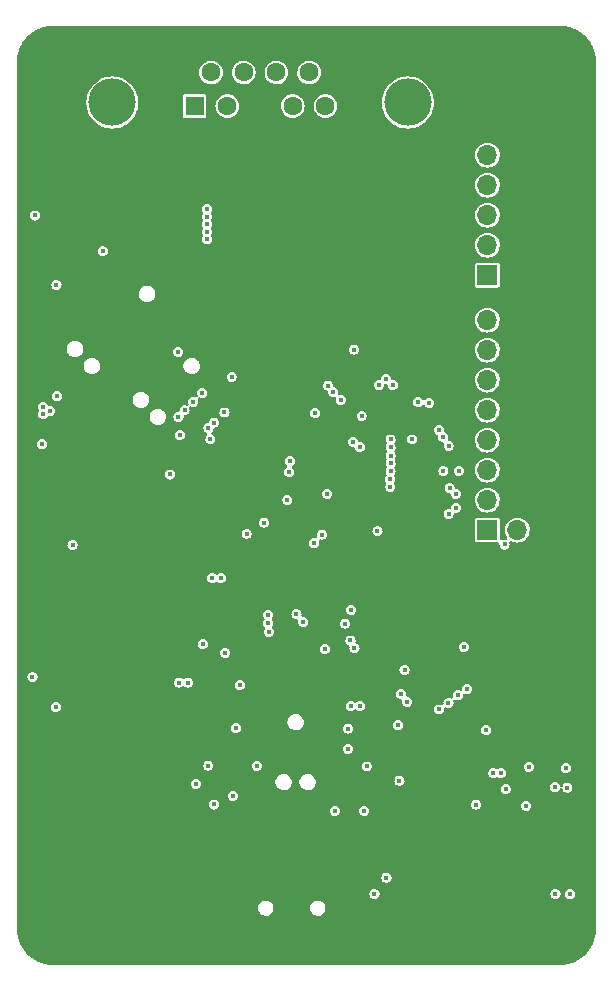
<source format=gbr>
%TF.GenerationSoftware,KiCad,Pcbnew,(6.0.9)*%
%TF.CreationDate,2023-01-07T13:44:11-08:00*%
%TF.ProjectId,gd32-devboard,67643332-2d64-4657-9662-6f6172642e6b,rev?*%
%TF.SameCoordinates,Original*%
%TF.FileFunction,Copper,L2,Inr*%
%TF.FilePolarity,Positive*%
%FSLAX46Y46*%
G04 Gerber Fmt 4.6, Leading zero omitted, Abs format (unit mm)*
G04 Created by KiCad (PCBNEW (6.0.9)) date 2023-01-07 13:44:11*
%MOMM*%
%LPD*%
G01*
G04 APERTURE LIST*
%TA.AperFunction,ComponentPad*%
%ADD10R,1.700000X1.700000*%
%TD*%
%TA.AperFunction,ComponentPad*%
%ADD11O,1.700000X1.700000*%
%TD*%
%TA.AperFunction,ComponentPad*%
%ADD12C,4.000000*%
%TD*%
%TA.AperFunction,ComponentPad*%
%ADD13R,1.600000X1.600000*%
%TD*%
%TA.AperFunction,ComponentPad*%
%ADD14C,1.600000*%
%TD*%
%TA.AperFunction,ViaPad*%
%ADD15C,0.450000*%
%TD*%
%TA.AperFunction,ViaPad*%
%ADD16C,0.800000*%
%TD*%
G04 APERTURE END LIST*
D10*
%TO.N,/Base/SPI2_SCK*%
%TO.C,J901*%
X58300000Y-49620000D03*
D11*
%TO.N,GND*%
X60840000Y-49620000D03*
%TO.N,/Base/SPI2_NSS*%
X58300000Y-47080000D03*
%TO.N,GND*%
X60840000Y-47080000D03*
%TO.N,/Base/SPI2_INT*%
X58300000Y-44540000D03*
%TO.N,GND*%
X60840000Y-44540000D03*
%TO.N,/Base/SPI2_MOSI*%
X58300000Y-42000000D03*
%TO.N,GND*%
X60840000Y-42000000D03*
%TO.N,/Base/SPI2_MISO*%
X58300000Y-39460000D03*
%TO.N,GND*%
X60840000Y-39460000D03*
%TD*%
D12*
%TO.N,unconnected-(J401-Pad0)*%
%TO.C,J401*%
X26556205Y-34996866D03*
X51556205Y-34996866D03*
D13*
%TO.N,unconnected-(J401-Pad1)*%
X33516205Y-35296866D03*
D14*
%TO.N,/CAN/CAN_L*%
X36286205Y-35296866D03*
%TO.N,GND*%
X39056205Y-35296866D03*
%TO.N,unconnected-(J401-Pad4)*%
X41826205Y-35296866D03*
%TO.N,unconnected-(J401-Pad5)*%
X44596205Y-35296866D03*
%TO.N,unconnected-(J401-Pad6)*%
X34901205Y-32456866D03*
%TO.N,/CAN/CAN_H*%
X37671205Y-32456866D03*
%TO.N,unconnected-(J401-Pad8)*%
X40441205Y-32456866D03*
%TO.N,/Power/12VIN*%
X43211205Y-32456866D03*
%TD*%
D10*
%TO.N,/Base/USART1_RX*%
%TO.C,J801*%
X58300000Y-71200001D03*
D11*
%TO.N,/Base/USART1_TX*%
X60840000Y-71200001D03*
%TO.N,/Base/SPI1_INT*%
X58300000Y-68660001D03*
%TO.N,GND*%
X60840000Y-68660001D03*
%TO.N,/Base/BOOT1*%
X58300000Y-66120001D03*
%TO.N,GND*%
X60840000Y-66120001D03*
%TO.N,/Base/SPI1_IO1*%
X58300000Y-63580001D03*
%TO.N,GND*%
X60840000Y-63580001D03*
%TO.N,/Base/SPI1_NSS*%
X58300000Y-61040001D03*
%TO.N,GND*%
X60840000Y-61040001D03*
%TO.N,/Base/SPI1_MISO*%
X58300000Y-58500001D03*
%TO.N,GND*%
X60840000Y-58500001D03*
%TO.N,/Base/SPI1_MOSI*%
X58300000Y-55960001D03*
%TO.N,GND*%
X60840000Y-55960001D03*
%TO.N,/Base/SPI1_SCK*%
X58300000Y-53420001D03*
%TO.N,GND*%
X60840000Y-53420001D03*
%TD*%
D15*
%TO.N,+3V3*%
X25750000Y-47600000D03*
%TO.N,GND*%
X33550000Y-52675000D03*
X43350000Y-60325000D03*
%TO.N,+3V3*%
X49000000Y-71299500D03*
%TO.N,GND*%
X42100000Y-61575000D03*
%TO.N,/Base/LED_STATUS*%
X36650000Y-58225000D03*
X32150000Y-61600000D03*
%TO.N,+3V3*%
X37000000Y-87975000D03*
%TO.N,/Base/LED_LINK*%
X32950000Y-84107400D03*
%TO.N,/Base/LED_ACT*%
X32175000Y-84107400D03*
%TO.N,/Base/LED_LINK*%
X35725000Y-75275000D03*
%TO.N,/Base/LED_ACT*%
X35015628Y-75263872D03*
%TO.N,GND*%
X21737500Y-103462500D03*
X23157107Y-104857107D03*
X23100000Y-101525000D03*
X25150000Y-101475000D03*
X28425000Y-100725000D03*
X59750000Y-100660000D03*
X26086204Y-61606204D03*
X43620000Y-90490000D03*
X59460000Y-103490000D03*
X47761203Y-53358797D03*
X31700000Y-75900000D03*
X24890000Y-53770000D03*
X57410000Y-106580000D03*
X23730000Y-66492600D03*
X28660000Y-53960000D03*
X30280000Y-87900000D03*
X30700000Y-63940000D03*
X53270000Y-98680000D03*
X55010000Y-106580000D03*
X30940000Y-70990000D03*
X31700000Y-76600000D03*
X53290000Y-102630000D03*
X50675000Y-95000000D03*
X52610000Y-106580000D03*
X46490000Y-89060000D03*
X32070000Y-93670000D03*
X46992461Y-56950000D03*
X61410000Y-106580000D03*
X53410000Y-106580000D03*
X55810000Y-106580000D03*
D16*
X53140000Y-41800000D03*
D15*
X62561204Y-94608796D03*
X51550000Y-72250000D03*
X48540000Y-47910000D03*
X50980000Y-75740000D03*
X60610000Y-106580000D03*
X56600000Y-103990000D03*
X56610000Y-106580000D03*
X23970000Y-54640000D03*
X53270000Y-100660000D03*
X24400000Y-86210000D03*
X43340000Y-98478045D03*
X58210000Y-106580000D03*
X51810000Y-106580000D03*
X45535000Y-79765000D03*
X35209122Y-76940878D03*
X59740000Y-98690000D03*
X23675000Y-96925500D03*
X21475000Y-96925500D03*
X27840000Y-54920000D03*
X50810000Y-89740000D03*
X47221203Y-53358797D03*
X59810000Y-106580000D03*
X31968675Y-66011325D03*
X36450000Y-42160000D03*
X19980000Y-43600000D03*
X23260000Y-74640000D03*
X50660000Y-106580000D03*
X54210000Y-106580000D03*
X56610000Y-97530000D03*
X54630000Y-97540000D03*
X59010000Y-106580000D03*
X58590000Y-97530000D03*
X48301203Y-53358797D03*
X35520000Y-79450000D03*
X34393795Y-89286205D03*
X38860000Y-48950000D03*
X52440000Y-58180000D03*
X32620000Y-60250000D03*
%TO.N,+3V3*%
X31400000Y-81500000D03*
X43729227Y-61304227D03*
X19980000Y-44560000D03*
X61600000Y-94540000D03*
X34560000Y-44015000D03*
X31400000Y-80300000D03*
X65300000Y-102010000D03*
X50860000Y-92410000D03*
X47655640Y-61524500D03*
X46240000Y-79110000D03*
X20700000Y-61400000D03*
X21770000Y-86200000D03*
X36110000Y-81580000D03*
X34200000Y-80850000D03*
X34560000Y-46585000D03*
X32670000Y-61060000D03*
X30900000Y-80900000D03*
X34560000Y-44657500D03*
X23180000Y-72450000D03*
X34140000Y-59590000D03*
X34560000Y-45942500D03*
X46490000Y-88000000D03*
X21300000Y-61100000D03*
X20700000Y-60800000D03*
X64070000Y-102006204D03*
X33400000Y-60340000D03*
X31460000Y-66492600D03*
X34560000Y-45300000D03*
%TO.N,/Power/USB_VBUS*%
X59850000Y-93120000D03*
X35170000Y-94430000D03*
%TO.N,/Base/USART1_RX*%
X39384500Y-70560000D03*
X55650000Y-69300000D03*
X32120000Y-56100000D03*
X44834122Y-58965878D03*
%TO.N,/Base/USART1_TX*%
X37915500Y-71500000D03*
X55020000Y-69840000D03*
%TO.N,/Wireless/PROG_RX*%
X48740000Y-102010000D03*
X49760000Y-100620000D03*
%TO.N,/Storage/DAT2*%
X36045800Y-61235800D03*
%TO.N,/Storage/DAT3*%
X35140000Y-62100000D03*
%TO.N,/Storage/CMD*%
X34850000Y-63490000D03*
%TO.N,/Storage/CLK*%
X34686959Y-62565410D03*
%TO.N,/Storage/DAT0*%
X47500000Y-64190000D03*
%TO.N,/Storage/DAT1*%
X46952903Y-63713643D03*
%TO.N,/Wireless/HCI_EN*%
X64030500Y-92980000D03*
X46490500Y-89719061D03*
%TO.N,/Wireless/IO9*%
X37330000Y-84310000D03*
X48080000Y-91210000D03*
X61800000Y-91230000D03*
%TO.N,/Base/USB_VBUS*%
X33618796Y-92681204D03*
X57365000Y-94439500D03*
%TO.N,/Base/BOOST_EN*%
X47000000Y-55920000D03*
X50110500Y-63520497D03*
X50290000Y-58930000D03*
X51939500Y-63520000D03*
%TO.N,/Base/CAN_STBY*%
X19790000Y-83610000D03*
X21820000Y-50440000D03*
X21840000Y-59870000D03*
X46765500Y-77950000D03*
%TO.N,/Base/SPI2_MISO*%
X52450000Y-60370000D03*
X41570000Y-65374743D03*
%TO.N,/Base/SPI2_MOSI*%
X53390000Y-60420000D03*
X41534035Y-66304035D03*
%TO.N,/Base/USART2_CTS*%
X45384500Y-94964500D03*
X46740000Y-86100000D03*
X39790000Y-79820000D03*
X47880000Y-94964500D03*
%TO.N,/Base/USART2_RTS*%
X47510000Y-86090000D03*
X39750000Y-79090000D03*
%TO.N,/Base/USART2_TX*%
X55811204Y-85188796D03*
X39714314Y-78364314D03*
%TO.N,/Base/USART2_RX*%
X56580000Y-84640000D03*
X44545878Y-81274122D03*
%TO.N,/Base/SPI1_NSS*%
X55630000Y-68135501D03*
X44733557Y-68123557D03*
%TO.N,/Base/SPI1_SCK*%
X50110500Y-66200000D03*
X54581000Y-66193050D03*
%TO.N,/Base/SPI1_MISO*%
X55880000Y-66180000D03*
X50035154Y-66892817D03*
%TO.N,/Base/SPI1_MOSI*%
X50090000Y-67540000D03*
X55105500Y-67615500D03*
%TO.N,/Base/SPI1_IO1*%
X43630000Y-72290000D03*
X59760000Y-72415500D03*
%TO.N,/Base/BOOT1*%
X44310000Y-71580000D03*
%TO.N,/Base/USART3_TX*%
X46710000Y-80545500D03*
X42140000Y-78320000D03*
%TO.N,/Base/USART3_RX*%
X47050000Y-81180000D03*
X42717400Y-78960000D03*
%TO.N,/Base/SPI2_NSS*%
X55022561Y-64072561D03*
X50110500Y-65550497D03*
%TO.N,/Base/SPI2_SCK*%
X54562750Y-63332750D03*
X50110500Y-64890000D03*
%TO.N,/Base/SPI2_INT*%
X50110500Y-64170000D03*
X54180000Y-62700000D03*
%TO.N,/Base/SPI1_INT*%
X41370001Y-68660001D03*
%TO.N,/Base/USB_DM*%
X49730000Y-58380000D03*
X59450000Y-91764500D03*
X45883397Y-60185878D03*
X34680000Y-91140000D03*
%TO.N,/Base/USB_DP*%
X38781716Y-91151716D03*
X45239122Y-59490878D03*
X58810000Y-91764500D03*
X49129970Y-58887472D03*
%TO.N,/Base/~{GPS_RESET}*%
X20590000Y-63910000D03*
X32271372Y-63173128D03*
%TO.N,/Wireless/LORA_MISO*%
X51290000Y-83020000D03*
X65080000Y-93000000D03*
%TO.N,/Wireless/LORA_BUSY*%
X56300000Y-81080000D03*
X64940878Y-91349122D03*
%TO.N,/Wireless/LORA_NSS*%
X58211204Y-88131204D03*
X50730000Y-87730000D03*
%TO.N,/Wireless/LORA_SCK*%
X55011204Y-85818796D03*
X51000000Y-85100000D03*
%TO.N,/Wireless/LORA_MOSI*%
X51510000Y-85730000D03*
X54210000Y-86380000D03*
%TO.N,/USB/USB_ESD_GND*%
X36750000Y-93700000D03*
%TD*%
%TA.AperFunction,Conductor*%
%TO.N,+3V3*%
G36*
X31842121Y-79820002D02*
G01*
X31888614Y-79873658D01*
X31900000Y-79926000D01*
X31900000Y-81874000D01*
X31879998Y-81942121D01*
X31826342Y-81988614D01*
X31774000Y-82000000D01*
X31133462Y-82000000D01*
X31070948Y-81983399D01*
X30414277Y-81608158D01*
X30414276Y-81608158D01*
X30400000Y-81600000D01*
X29726000Y-81600000D01*
X29657879Y-81579998D01*
X29611386Y-81526342D01*
X29600000Y-81474000D01*
X29600000Y-80226000D01*
X29620002Y-80157879D01*
X29673658Y-80111386D01*
X29726000Y-80100000D01*
X30400000Y-80100000D01*
X31076228Y-79810188D01*
X31125862Y-79800000D01*
X31774000Y-79800000D01*
X31842121Y-79820002D01*
G37*
%TD.AperFunction*%
%TD*%
%TA.AperFunction,Conductor*%
%TO.N,GND*%
G36*
X64470643Y-28502000D02*
G01*
X64484952Y-28504228D01*
X64484953Y-28504228D01*
X64493823Y-28505609D01*
X64502726Y-28504445D01*
X64502729Y-28504445D01*
X64512061Y-28503225D01*
X64534990Y-28502334D01*
X64806937Y-28516586D01*
X64820045Y-28517963D01*
X65035460Y-28552081D01*
X65117108Y-28565013D01*
X65130008Y-28567755D01*
X65420522Y-28645598D01*
X65433065Y-28649674D01*
X65713837Y-28757452D01*
X65725886Y-28762816D01*
X65993870Y-28899361D01*
X66005292Y-28905956D01*
X66257528Y-29069760D01*
X66268197Y-29077512D01*
X66501926Y-29266782D01*
X66511727Y-29275607D01*
X66724393Y-29488273D01*
X66733218Y-29498074D01*
X66908816Y-29714919D01*
X66922488Y-29731803D01*
X66930240Y-29742472D01*
X67094044Y-29994708D01*
X67100639Y-30006130D01*
X67237184Y-30274114D01*
X67242548Y-30286163D01*
X67350326Y-30566935D01*
X67354402Y-30579478D01*
X67432245Y-30869992D01*
X67434987Y-30882892D01*
X67482036Y-31179949D01*
X67483414Y-31193061D01*
X67496995Y-31452193D01*
X67497287Y-31457769D01*
X67495959Y-31483751D01*
X67494391Y-31493823D01*
X67495555Y-31502725D01*
X67495555Y-31502728D01*
X67498436Y-31524756D01*
X67499500Y-31541093D01*
X67499500Y-104951259D01*
X67498000Y-104970643D01*
X67494391Y-104993823D01*
X67495555Y-105002726D01*
X67495555Y-105002729D01*
X67496775Y-105012061D01*
X67497666Y-105034992D01*
X67483414Y-105306934D01*
X67482036Y-105320051D01*
X67434987Y-105617108D01*
X67432245Y-105630008D01*
X67354402Y-105920522D01*
X67350326Y-105933065D01*
X67242548Y-106213837D01*
X67237184Y-106225886D01*
X67100639Y-106493870D01*
X67094044Y-106505292D01*
X66930240Y-106757528D01*
X66922490Y-106768194D01*
X66733218Y-107001926D01*
X66724393Y-107011727D01*
X66511727Y-107224393D01*
X66501926Y-107233218D01*
X66268197Y-107422488D01*
X66257528Y-107430240D01*
X66005292Y-107594044D01*
X65993870Y-107600639D01*
X65725886Y-107737184D01*
X65713837Y-107742548D01*
X65433065Y-107850326D01*
X65420522Y-107854402D01*
X65130008Y-107932245D01*
X65117108Y-107934987D01*
X65035460Y-107947919D01*
X64820045Y-107982037D01*
X64806939Y-107983414D01*
X64542227Y-107997287D01*
X64516249Y-107995959D01*
X64515814Y-107995891D01*
X64515049Y-107995772D01*
X64515047Y-107995772D01*
X64506177Y-107994391D01*
X64497275Y-107995555D01*
X64497272Y-107995555D01*
X64475244Y-107998436D01*
X64458907Y-107999500D01*
X21548741Y-107999500D01*
X21529357Y-107998000D01*
X21515048Y-107995772D01*
X21515047Y-107995772D01*
X21506177Y-107994391D01*
X21497274Y-107995555D01*
X21497271Y-107995555D01*
X21487939Y-107996775D01*
X21465010Y-107997666D01*
X21193063Y-107983414D01*
X21179955Y-107982037D01*
X20964540Y-107947919D01*
X20882892Y-107934987D01*
X20869992Y-107932245D01*
X20579478Y-107854402D01*
X20566935Y-107850326D01*
X20286163Y-107742548D01*
X20274114Y-107737184D01*
X20006130Y-107600639D01*
X19994708Y-107594044D01*
X19742472Y-107430240D01*
X19731803Y-107422488D01*
X19498074Y-107233218D01*
X19488273Y-107224393D01*
X19275607Y-107011727D01*
X19266782Y-107001926D01*
X19077510Y-106768194D01*
X19069760Y-106757528D01*
X18905956Y-106505292D01*
X18899361Y-106493870D01*
X18762816Y-106225886D01*
X18757452Y-106213837D01*
X18649674Y-105933065D01*
X18645598Y-105920522D01*
X18567755Y-105630008D01*
X18565013Y-105617108D01*
X18517964Y-105320051D01*
X18516586Y-105306935D01*
X18502905Y-105045898D01*
X18504273Y-105021999D01*
X18504253Y-105021997D01*
X18504307Y-105021391D01*
X18504478Y-105018402D01*
X18505496Y-105012354D01*
X18505647Y-105000000D01*
X18501773Y-104972949D01*
X18500500Y-104955087D01*
X18500500Y-103171330D01*
X38885624Y-103171330D01*
X38895944Y-103335360D01*
X38946732Y-103491671D01*
X39034798Y-103630440D01*
X39154607Y-103742948D01*
X39161551Y-103746765D01*
X39161553Y-103746767D01*
X39226386Y-103782409D01*
X39298632Y-103822127D01*
X39306304Y-103824097D01*
X39306307Y-103824098D01*
X39450145Y-103861029D01*
X39450148Y-103861029D01*
X39457823Y-103863000D01*
X39580925Y-103863000D01*
X39638690Y-103855703D01*
X39695193Y-103848565D01*
X39695196Y-103848564D01*
X39703058Y-103847571D01*
X39710425Y-103844654D01*
X39710426Y-103844654D01*
X39776970Y-103818307D01*
X39855871Y-103787068D01*
X39988837Y-103690463D01*
X40093600Y-103563826D01*
X40163579Y-103415113D01*
X40165064Y-103407330D01*
X40165065Y-103407326D01*
X40192891Y-103261456D01*
X40192891Y-103261454D01*
X40194376Y-103253670D01*
X40189196Y-103171330D01*
X43285624Y-103171330D01*
X43295944Y-103335360D01*
X43346732Y-103491671D01*
X43434798Y-103630440D01*
X43554607Y-103742948D01*
X43561551Y-103746765D01*
X43561553Y-103746767D01*
X43626386Y-103782409D01*
X43698632Y-103822127D01*
X43706304Y-103824097D01*
X43706307Y-103824098D01*
X43850145Y-103861029D01*
X43850148Y-103861029D01*
X43857823Y-103863000D01*
X43980925Y-103863000D01*
X44038690Y-103855703D01*
X44095193Y-103848565D01*
X44095196Y-103848564D01*
X44103058Y-103847571D01*
X44110425Y-103844654D01*
X44110426Y-103844654D01*
X44176970Y-103818307D01*
X44255871Y-103787068D01*
X44388837Y-103690463D01*
X44493600Y-103563826D01*
X44563579Y-103415113D01*
X44565064Y-103407330D01*
X44565065Y-103407326D01*
X44592891Y-103261456D01*
X44592891Y-103261454D01*
X44594376Y-103253670D01*
X44584056Y-103089640D01*
X44533268Y-102933329D01*
X44445202Y-102794560D01*
X44325393Y-102682052D01*
X44318449Y-102678235D01*
X44318447Y-102678233D01*
X44239834Y-102635015D01*
X44181368Y-102602873D01*
X44173696Y-102600903D01*
X44173693Y-102600902D01*
X44029855Y-102563971D01*
X44029852Y-102563971D01*
X44022177Y-102562000D01*
X43899075Y-102562000D01*
X43841310Y-102569297D01*
X43784807Y-102576435D01*
X43784804Y-102576436D01*
X43776942Y-102577429D01*
X43769575Y-102580346D01*
X43769574Y-102580346D01*
X43734867Y-102594088D01*
X43624129Y-102637932D01*
X43491163Y-102734537D01*
X43386400Y-102861174D01*
X43316421Y-103009887D01*
X43314936Y-103017670D01*
X43314935Y-103017674D01*
X43302645Y-103082102D01*
X43285624Y-103171330D01*
X40189196Y-103171330D01*
X40184056Y-103089640D01*
X40133268Y-102933329D01*
X40045202Y-102794560D01*
X39925393Y-102682052D01*
X39918449Y-102678235D01*
X39918447Y-102678233D01*
X39839834Y-102635015D01*
X39781368Y-102602873D01*
X39773696Y-102600903D01*
X39773693Y-102600902D01*
X39629855Y-102563971D01*
X39629852Y-102563971D01*
X39622177Y-102562000D01*
X39499075Y-102562000D01*
X39441310Y-102569297D01*
X39384807Y-102576435D01*
X39384804Y-102576436D01*
X39376942Y-102577429D01*
X39369575Y-102580346D01*
X39369574Y-102580346D01*
X39334867Y-102594088D01*
X39224129Y-102637932D01*
X39091163Y-102734537D01*
X38986400Y-102861174D01*
X38916421Y-103009887D01*
X38914936Y-103017670D01*
X38914935Y-103017674D01*
X38902645Y-103082102D01*
X38885624Y-103171330D01*
X18500500Y-103171330D01*
X18500500Y-102010000D01*
X48309196Y-102010000D01*
X48330281Y-102143126D01*
X48391472Y-102263220D01*
X48486780Y-102358528D01*
X48606874Y-102419719D01*
X48616663Y-102421269D01*
X48616665Y-102421270D01*
X48730207Y-102439253D01*
X48740000Y-102440804D01*
X48749793Y-102439253D01*
X48863335Y-102421270D01*
X48863337Y-102421269D01*
X48873126Y-102419719D01*
X48993220Y-102358528D01*
X49088528Y-102263220D01*
X49149719Y-102143126D01*
X49170804Y-102010000D01*
X49170203Y-102006204D01*
X63639196Y-102006204D01*
X63660281Y-102139330D01*
X63721472Y-102259424D01*
X63816780Y-102354732D01*
X63936874Y-102415923D01*
X63946663Y-102417473D01*
X63946665Y-102417474D01*
X64060207Y-102435457D01*
X64070000Y-102437008D01*
X64079793Y-102435457D01*
X64193335Y-102417474D01*
X64193337Y-102417473D01*
X64203126Y-102415923D01*
X64323220Y-102354732D01*
X64418528Y-102259424D01*
X64479719Y-102139330D01*
X64500203Y-102010000D01*
X64869196Y-102010000D01*
X64890281Y-102143126D01*
X64951472Y-102263220D01*
X65046780Y-102358528D01*
X65166874Y-102419719D01*
X65176663Y-102421269D01*
X65176665Y-102421270D01*
X65290207Y-102439253D01*
X65300000Y-102440804D01*
X65309793Y-102439253D01*
X65423335Y-102421270D01*
X65423337Y-102421269D01*
X65433126Y-102419719D01*
X65553220Y-102358528D01*
X65648528Y-102263220D01*
X65709719Y-102143126D01*
X65730804Y-102010000D01*
X65709719Y-101876874D01*
X65648528Y-101756780D01*
X65553220Y-101661472D01*
X65433126Y-101600281D01*
X65423337Y-101598731D01*
X65423335Y-101598730D01*
X65309793Y-101580747D01*
X65300000Y-101579196D01*
X65290207Y-101580747D01*
X65176665Y-101598730D01*
X65176663Y-101598731D01*
X65166874Y-101600281D01*
X65046780Y-101661472D01*
X64951472Y-101756780D01*
X64890281Y-101876874D01*
X64869196Y-102010000D01*
X64500203Y-102010000D01*
X64500804Y-102006204D01*
X64479719Y-101873078D01*
X64418528Y-101752984D01*
X64323220Y-101657676D01*
X64203126Y-101596485D01*
X64193337Y-101594935D01*
X64193335Y-101594934D01*
X64079793Y-101576951D01*
X64070000Y-101575400D01*
X64060207Y-101576951D01*
X63946665Y-101594934D01*
X63946663Y-101594935D01*
X63936874Y-101596485D01*
X63816780Y-101657676D01*
X63721472Y-101752984D01*
X63660281Y-101873078D01*
X63639196Y-102006204D01*
X49170203Y-102006204D01*
X49149719Y-101876874D01*
X49088528Y-101756780D01*
X48993220Y-101661472D01*
X48873126Y-101600281D01*
X48863337Y-101598731D01*
X48863335Y-101598730D01*
X48749793Y-101580747D01*
X48740000Y-101579196D01*
X48730207Y-101580747D01*
X48616665Y-101598730D01*
X48616663Y-101598731D01*
X48606874Y-101600281D01*
X48486780Y-101661472D01*
X48391472Y-101756780D01*
X48330281Y-101876874D01*
X48309196Y-102010000D01*
X18500500Y-102010000D01*
X18500500Y-100620000D01*
X49329196Y-100620000D01*
X49350281Y-100753126D01*
X49411472Y-100873220D01*
X49506780Y-100968528D01*
X49626874Y-101029719D01*
X49636663Y-101031269D01*
X49636665Y-101031270D01*
X49750207Y-101049253D01*
X49760000Y-101050804D01*
X49769793Y-101049253D01*
X49883335Y-101031270D01*
X49883337Y-101031269D01*
X49893126Y-101029719D01*
X50013220Y-100968528D01*
X50108528Y-100873220D01*
X50169719Y-100753126D01*
X50190804Y-100620000D01*
X50169719Y-100486874D01*
X50108528Y-100366780D01*
X50013220Y-100271472D01*
X49893126Y-100210281D01*
X49883337Y-100208731D01*
X49883335Y-100208730D01*
X49769793Y-100190747D01*
X49760000Y-100189196D01*
X49750207Y-100190747D01*
X49636665Y-100208730D01*
X49636663Y-100208731D01*
X49626874Y-100210281D01*
X49506780Y-100271472D01*
X49411472Y-100366780D01*
X49350281Y-100486874D01*
X49329196Y-100620000D01*
X18500500Y-100620000D01*
X18500500Y-94964500D01*
X44953696Y-94964500D01*
X44974781Y-95097626D01*
X45035972Y-95217720D01*
X45131280Y-95313028D01*
X45251374Y-95374219D01*
X45261163Y-95375769D01*
X45261165Y-95375770D01*
X45374707Y-95393753D01*
X45384500Y-95395304D01*
X45394293Y-95393753D01*
X45507835Y-95375770D01*
X45507837Y-95375769D01*
X45517626Y-95374219D01*
X45637720Y-95313028D01*
X45733028Y-95217720D01*
X45794219Y-95097626D01*
X45815304Y-94964500D01*
X47449196Y-94964500D01*
X47470281Y-95097626D01*
X47531472Y-95217720D01*
X47626780Y-95313028D01*
X47746874Y-95374219D01*
X47756663Y-95375769D01*
X47756665Y-95375770D01*
X47870207Y-95393753D01*
X47880000Y-95395304D01*
X47889793Y-95393753D01*
X48003335Y-95375770D01*
X48003337Y-95375769D01*
X48013126Y-95374219D01*
X48133220Y-95313028D01*
X48228528Y-95217720D01*
X48289719Y-95097626D01*
X48310804Y-94964500D01*
X48292791Y-94850770D01*
X48291270Y-94841165D01*
X48291269Y-94841163D01*
X48289719Y-94831374D01*
X48228528Y-94711280D01*
X48133220Y-94615972D01*
X48013126Y-94554781D01*
X48003337Y-94553231D01*
X48003335Y-94553230D01*
X47889793Y-94535247D01*
X47880000Y-94533696D01*
X47870207Y-94535247D01*
X47756665Y-94553230D01*
X47756663Y-94553231D01*
X47746874Y-94554781D01*
X47626780Y-94615972D01*
X47531472Y-94711280D01*
X47470281Y-94831374D01*
X47468731Y-94841163D01*
X47468730Y-94841165D01*
X47467209Y-94850770D01*
X47449196Y-94964500D01*
X45815304Y-94964500D01*
X45797291Y-94850770D01*
X45795770Y-94841165D01*
X45795769Y-94841163D01*
X45794219Y-94831374D01*
X45733028Y-94711280D01*
X45637720Y-94615972D01*
X45517626Y-94554781D01*
X45507837Y-94553231D01*
X45507835Y-94553230D01*
X45394293Y-94535247D01*
X45384500Y-94533696D01*
X45374707Y-94535247D01*
X45261165Y-94553230D01*
X45261163Y-94553231D01*
X45251374Y-94554781D01*
X45131280Y-94615972D01*
X45035972Y-94711280D01*
X44974781Y-94831374D01*
X44973231Y-94841163D01*
X44973230Y-94841165D01*
X44971709Y-94850770D01*
X44953696Y-94964500D01*
X18500500Y-94964500D01*
X18500500Y-94430000D01*
X34739196Y-94430000D01*
X34740747Y-94439793D01*
X34758714Y-94553230D01*
X34760281Y-94563126D01*
X34821472Y-94683220D01*
X34916780Y-94778528D01*
X35036874Y-94839719D01*
X35046663Y-94841269D01*
X35046665Y-94841270D01*
X35160207Y-94859253D01*
X35170000Y-94860804D01*
X35179793Y-94859253D01*
X35293335Y-94841270D01*
X35293337Y-94841269D01*
X35303126Y-94839719D01*
X35423220Y-94778528D01*
X35518528Y-94683220D01*
X35579719Y-94563126D01*
X35581287Y-94553230D01*
X35599253Y-94439793D01*
X35599299Y-94439500D01*
X56934196Y-94439500D01*
X56935747Y-94449293D01*
X56953168Y-94559282D01*
X56955281Y-94572626D01*
X57016472Y-94692720D01*
X57111780Y-94788028D01*
X57231874Y-94849219D01*
X57241663Y-94850769D01*
X57241665Y-94850770D01*
X57355207Y-94868753D01*
X57365000Y-94870304D01*
X57374793Y-94868753D01*
X57488335Y-94850770D01*
X57488337Y-94850769D01*
X57498126Y-94849219D01*
X57618220Y-94788028D01*
X57713528Y-94692720D01*
X57774719Y-94572626D01*
X57776833Y-94559282D01*
X57779887Y-94540000D01*
X61169196Y-94540000D01*
X61190281Y-94673126D01*
X61251472Y-94793220D01*
X61346780Y-94888528D01*
X61466874Y-94949719D01*
X61476663Y-94951269D01*
X61476665Y-94951270D01*
X61590207Y-94969253D01*
X61600000Y-94970804D01*
X61609793Y-94969253D01*
X61723335Y-94951270D01*
X61723337Y-94951269D01*
X61733126Y-94949719D01*
X61853220Y-94888528D01*
X61948528Y-94793220D01*
X62009719Y-94673126D01*
X62030804Y-94540000D01*
X62029253Y-94530207D01*
X62011270Y-94416665D01*
X62011269Y-94416663D01*
X62009719Y-94406874D01*
X61948528Y-94286780D01*
X61853220Y-94191472D01*
X61733126Y-94130281D01*
X61723337Y-94128731D01*
X61723335Y-94128730D01*
X61609793Y-94110747D01*
X61600000Y-94109196D01*
X61590207Y-94110747D01*
X61476665Y-94128730D01*
X61476663Y-94128731D01*
X61466874Y-94130281D01*
X61346780Y-94191472D01*
X61251472Y-94286780D01*
X61190281Y-94406874D01*
X61188731Y-94416663D01*
X61188730Y-94416665D01*
X61170747Y-94530207D01*
X61169196Y-94540000D01*
X57779887Y-94540000D01*
X57794253Y-94449293D01*
X57795804Y-94439500D01*
X57774719Y-94306374D01*
X57713528Y-94186280D01*
X57618220Y-94090972D01*
X57498126Y-94029781D01*
X57488337Y-94028231D01*
X57488335Y-94028230D01*
X57374793Y-94010247D01*
X57365000Y-94008696D01*
X57355207Y-94010247D01*
X57241665Y-94028230D01*
X57241663Y-94028231D01*
X57231874Y-94029781D01*
X57111780Y-94090972D01*
X57016472Y-94186280D01*
X56955281Y-94306374D01*
X56934196Y-94439500D01*
X35599299Y-94439500D01*
X35600804Y-94430000D01*
X35595742Y-94398041D01*
X35581270Y-94306665D01*
X35581269Y-94306663D01*
X35579719Y-94296874D01*
X35518528Y-94176780D01*
X35423220Y-94081472D01*
X35303126Y-94020281D01*
X35293337Y-94018731D01*
X35293335Y-94018730D01*
X35179793Y-94000747D01*
X35170000Y-93999196D01*
X35160207Y-94000747D01*
X35046665Y-94018730D01*
X35046663Y-94018731D01*
X35036874Y-94020281D01*
X34916780Y-94081472D01*
X34821472Y-94176780D01*
X34760281Y-94296874D01*
X34758731Y-94306663D01*
X34758730Y-94306665D01*
X34744258Y-94398041D01*
X34739196Y-94430000D01*
X18500500Y-94430000D01*
X18500500Y-93700000D01*
X36319196Y-93700000D01*
X36340281Y-93833126D01*
X36401472Y-93953220D01*
X36496780Y-94048528D01*
X36616874Y-94109719D01*
X36626663Y-94111269D01*
X36626665Y-94111270D01*
X36740207Y-94129253D01*
X36750000Y-94130804D01*
X36759793Y-94129253D01*
X36873335Y-94111270D01*
X36873337Y-94111269D01*
X36883126Y-94109719D01*
X37003220Y-94048528D01*
X37098528Y-93953220D01*
X37159719Y-93833126D01*
X37180804Y-93700000D01*
X37159719Y-93566874D01*
X37098528Y-93446780D01*
X37003220Y-93351472D01*
X36883126Y-93290281D01*
X36873337Y-93288731D01*
X36873335Y-93288730D01*
X36759793Y-93270747D01*
X36750000Y-93269196D01*
X36740207Y-93270747D01*
X36626665Y-93288730D01*
X36626663Y-93288731D01*
X36616874Y-93290281D01*
X36496780Y-93351472D01*
X36401472Y-93446780D01*
X36340281Y-93566874D01*
X36319196Y-93700000D01*
X18500500Y-93700000D01*
X18500500Y-92681204D01*
X33187992Y-92681204D01*
X33189543Y-92690997D01*
X33204925Y-92788113D01*
X33209077Y-92814330D01*
X33270268Y-92934424D01*
X33365576Y-93029732D01*
X33485670Y-93090923D01*
X33495459Y-93092473D01*
X33495461Y-93092474D01*
X33609003Y-93110457D01*
X33618796Y-93112008D01*
X33628589Y-93110457D01*
X33742131Y-93092474D01*
X33742133Y-93092473D01*
X33751922Y-93090923D01*
X33872016Y-93029732D01*
X33967324Y-92934424D01*
X34028515Y-92814330D01*
X34032668Y-92788113D01*
X34048049Y-92690997D01*
X34049600Y-92681204D01*
X34042834Y-92638483D01*
X34040597Y-92624356D01*
X40353938Y-92624356D01*
X40355710Y-92631736D01*
X40355710Y-92631738D01*
X40388177Y-92766972D01*
X40393253Y-92788113D01*
X40470494Y-92937765D01*
X40475486Y-92943487D01*
X40475487Y-92943489D01*
X40515881Y-92989793D01*
X40581203Y-93064673D01*
X40594271Y-93073857D01*
X40712770Y-93157140D01*
X40712772Y-93157141D01*
X40718987Y-93161509D01*
X40875894Y-93222685D01*
X40883427Y-93223677D01*
X40883428Y-93223677D01*
X41000251Y-93239057D01*
X41004338Y-93239595D01*
X41092430Y-93239595D01*
X41217393Y-93224473D01*
X41374932Y-93164944D01*
X41454211Y-93110457D01*
X41507464Y-93073857D01*
X41507465Y-93073856D01*
X41513723Y-93069555D01*
X41545195Y-93034232D01*
X41620702Y-92949486D01*
X41620704Y-92949483D01*
X41625755Y-92943814D01*
X41666493Y-92866874D01*
X41701005Y-92801692D01*
X41701006Y-92801690D01*
X41704559Y-92794979D01*
X41708137Y-92780733D01*
X41743735Y-92639013D01*
X41743735Y-92639009D01*
X41745586Y-92631642D01*
X41745624Y-92624356D01*
X42385938Y-92624356D01*
X42387710Y-92631736D01*
X42387710Y-92631738D01*
X42420177Y-92766972D01*
X42425253Y-92788113D01*
X42502494Y-92937765D01*
X42507486Y-92943487D01*
X42507487Y-92943489D01*
X42547881Y-92989793D01*
X42613203Y-93064673D01*
X42626271Y-93073857D01*
X42744770Y-93157140D01*
X42744772Y-93157141D01*
X42750987Y-93161509D01*
X42907894Y-93222685D01*
X42915427Y-93223677D01*
X42915428Y-93223677D01*
X43032251Y-93239057D01*
X43036338Y-93239595D01*
X43124430Y-93239595D01*
X43249393Y-93224473D01*
X43406932Y-93164944D01*
X43472326Y-93120000D01*
X59419196Y-93120000D01*
X59420747Y-93129793D01*
X59438239Y-93240231D01*
X59440281Y-93253126D01*
X59501472Y-93373220D01*
X59596780Y-93468528D01*
X59716874Y-93529719D01*
X59726663Y-93531269D01*
X59726665Y-93531270D01*
X59840207Y-93549253D01*
X59850000Y-93550804D01*
X59859793Y-93549253D01*
X59973335Y-93531270D01*
X59973337Y-93531269D01*
X59983126Y-93529719D01*
X60103220Y-93468528D01*
X60198528Y-93373220D01*
X60259719Y-93253126D01*
X60261762Y-93240231D01*
X60279253Y-93129793D01*
X60280804Y-93120000D01*
X60271916Y-93063884D01*
X60261270Y-92996665D01*
X60261269Y-92996663D01*
X60259719Y-92986874D01*
X60256217Y-92980000D01*
X63599696Y-92980000D01*
X63601247Y-92989793D01*
X63616552Y-93086422D01*
X63620781Y-93113126D01*
X63681972Y-93233220D01*
X63777280Y-93328528D01*
X63897374Y-93389719D01*
X63907163Y-93391269D01*
X63907165Y-93391270D01*
X64020707Y-93409253D01*
X64030500Y-93410804D01*
X64040293Y-93409253D01*
X64153835Y-93391270D01*
X64153837Y-93391269D01*
X64163626Y-93389719D01*
X64283720Y-93328528D01*
X64379028Y-93233220D01*
X64439627Y-93114288D01*
X64488374Y-93062674D01*
X64557289Y-93045608D01*
X64624491Y-93068509D01*
X64668643Y-93124106D01*
X64669013Y-93125120D01*
X64670281Y-93133126D01*
X64731472Y-93253220D01*
X64826780Y-93348528D01*
X64946874Y-93409719D01*
X64956663Y-93411269D01*
X64956665Y-93411270D01*
X65070207Y-93429253D01*
X65080000Y-93430804D01*
X65089793Y-93429253D01*
X65203335Y-93411270D01*
X65203337Y-93411269D01*
X65213126Y-93409719D01*
X65333220Y-93348528D01*
X65428528Y-93253220D01*
X65489719Y-93133126D01*
X65492703Y-93114289D01*
X65509253Y-93009793D01*
X65510804Y-93000000D01*
X65506085Y-92970207D01*
X65491270Y-92876665D01*
X65491269Y-92876663D01*
X65489719Y-92866874D01*
X65428528Y-92746780D01*
X65333220Y-92651472D01*
X65213126Y-92590281D01*
X65203337Y-92588731D01*
X65203335Y-92588730D01*
X65089793Y-92570747D01*
X65080000Y-92569196D01*
X65070207Y-92570747D01*
X64956665Y-92588730D01*
X64956663Y-92588731D01*
X64946874Y-92590281D01*
X64826780Y-92651472D01*
X64731472Y-92746780D01*
X64673902Y-92859769D01*
X64670874Y-92865711D01*
X64622126Y-92917326D01*
X64553211Y-92934392D01*
X64486009Y-92911491D01*
X64441857Y-92855894D01*
X64441487Y-92854880D01*
X64440219Y-92846874D01*
X64424090Y-92815218D01*
X64391632Y-92751517D01*
X64379028Y-92726780D01*
X64283720Y-92631472D01*
X64163626Y-92570281D01*
X64153837Y-92568731D01*
X64153835Y-92568730D01*
X64040293Y-92550747D01*
X64030500Y-92549196D01*
X64020707Y-92550747D01*
X63907165Y-92568730D01*
X63907163Y-92568731D01*
X63897374Y-92570281D01*
X63777280Y-92631472D01*
X63681972Y-92726780D01*
X63620781Y-92846874D01*
X63619231Y-92856663D01*
X63619230Y-92856665D01*
X63606914Y-92934424D01*
X63599696Y-92980000D01*
X60256217Y-92980000D01*
X60198528Y-92866780D01*
X60103220Y-92771472D01*
X59983126Y-92710281D01*
X59973337Y-92708731D01*
X59973335Y-92708730D01*
X59859793Y-92690747D01*
X59850000Y-92689196D01*
X59840207Y-92690747D01*
X59726665Y-92708730D01*
X59726663Y-92708731D01*
X59716874Y-92710281D01*
X59596780Y-92771472D01*
X59501472Y-92866780D01*
X59440281Y-92986874D01*
X59438731Y-92996663D01*
X59438730Y-92996665D01*
X59428084Y-93063884D01*
X59419196Y-93120000D01*
X43472326Y-93120000D01*
X43486211Y-93110457D01*
X43539464Y-93073857D01*
X43539465Y-93073856D01*
X43545723Y-93069555D01*
X43577195Y-93034232D01*
X43652702Y-92949486D01*
X43652704Y-92949483D01*
X43657755Y-92943814D01*
X43698493Y-92866874D01*
X43733005Y-92801692D01*
X43733006Y-92801690D01*
X43736559Y-92794979D01*
X43740137Y-92780733D01*
X43775735Y-92639013D01*
X43775735Y-92639009D01*
X43777586Y-92631642D01*
X43777916Y-92568730D01*
X43778428Y-92470828D01*
X43778468Y-92463234D01*
X43765688Y-92410000D01*
X50429196Y-92410000D01*
X50450281Y-92543126D01*
X50511472Y-92663220D01*
X50606780Y-92758528D01*
X50726874Y-92819719D01*
X50736663Y-92821269D01*
X50736665Y-92821270D01*
X50850207Y-92839253D01*
X50860000Y-92840804D01*
X50869793Y-92839253D01*
X50983335Y-92821270D01*
X50983337Y-92821269D01*
X50993126Y-92819719D01*
X51113220Y-92758528D01*
X51208528Y-92663220D01*
X51269719Y-92543126D01*
X51290804Y-92410000D01*
X51278557Y-92332676D01*
X51271270Y-92286665D01*
X51271269Y-92286663D01*
X51269719Y-92276874D01*
X51208528Y-92156780D01*
X51113220Y-92061472D01*
X50993126Y-92000281D01*
X50983337Y-91998731D01*
X50983335Y-91998730D01*
X50869793Y-91980747D01*
X50860000Y-91979196D01*
X50850207Y-91980747D01*
X50736665Y-91998730D01*
X50736663Y-91998731D01*
X50726874Y-92000281D01*
X50606780Y-92061472D01*
X50511472Y-92156780D01*
X50450281Y-92276874D01*
X50448731Y-92286663D01*
X50448730Y-92286665D01*
X50441443Y-92332676D01*
X50429196Y-92410000D01*
X43765688Y-92410000D01*
X43763337Y-92400207D01*
X43740925Y-92306857D01*
X43740924Y-92306855D01*
X43739153Y-92299477D01*
X43661912Y-92149825D01*
X43633739Y-92117529D01*
X43556197Y-92028642D01*
X43551203Y-92022917D01*
X43488994Y-91979196D01*
X43419636Y-91930450D01*
X43419634Y-91930449D01*
X43413419Y-91926081D01*
X43256512Y-91864905D01*
X43248979Y-91863913D01*
X43248978Y-91863913D01*
X43132155Y-91848533D01*
X43132154Y-91848533D01*
X43128068Y-91847995D01*
X43039976Y-91847995D01*
X42915013Y-91863117D01*
X42757474Y-91922646D01*
X42751216Y-91926947D01*
X42631992Y-92008888D01*
X42618683Y-92018035D01*
X42613631Y-92023705D01*
X42613630Y-92023706D01*
X42511704Y-92138104D01*
X42511702Y-92138107D01*
X42506651Y-92143776D01*
X42503097Y-92150489D01*
X42503096Y-92150490D01*
X42439033Y-92271485D01*
X42427847Y-92292611D01*
X42425997Y-92299976D01*
X42391626Y-92436816D01*
X42386820Y-92455948D01*
X42385938Y-92624356D01*
X41745624Y-92624356D01*
X41745916Y-92568730D01*
X41746428Y-92470828D01*
X41746468Y-92463234D01*
X41731337Y-92400207D01*
X41708925Y-92306857D01*
X41708924Y-92306855D01*
X41707153Y-92299477D01*
X41629912Y-92149825D01*
X41601739Y-92117529D01*
X41524197Y-92028642D01*
X41519203Y-92022917D01*
X41456994Y-91979196D01*
X41387636Y-91930450D01*
X41387634Y-91930449D01*
X41381419Y-91926081D01*
X41224512Y-91864905D01*
X41216979Y-91863913D01*
X41216978Y-91863913D01*
X41100155Y-91848533D01*
X41100154Y-91848533D01*
X41096068Y-91847995D01*
X41007976Y-91847995D01*
X40883013Y-91863117D01*
X40725474Y-91922646D01*
X40719216Y-91926947D01*
X40599992Y-92008888D01*
X40586683Y-92018035D01*
X40581631Y-92023705D01*
X40581630Y-92023706D01*
X40479704Y-92138104D01*
X40479702Y-92138107D01*
X40474651Y-92143776D01*
X40471097Y-92150489D01*
X40471096Y-92150490D01*
X40407033Y-92271485D01*
X40395847Y-92292611D01*
X40393997Y-92299976D01*
X40359626Y-92436816D01*
X40354820Y-92455948D01*
X40353938Y-92624356D01*
X34040597Y-92624356D01*
X34030066Y-92557869D01*
X34030065Y-92557867D01*
X34028515Y-92548078D01*
X33967324Y-92427984D01*
X33872016Y-92332676D01*
X33751922Y-92271485D01*
X33742133Y-92269935D01*
X33742131Y-92269934D01*
X33628589Y-92251951D01*
X33618796Y-92250400D01*
X33609003Y-92251951D01*
X33495461Y-92269934D01*
X33495459Y-92269935D01*
X33485670Y-92271485D01*
X33365576Y-92332676D01*
X33270268Y-92427984D01*
X33209077Y-92548078D01*
X33207527Y-92557867D01*
X33207526Y-92557869D01*
X33194758Y-92638483D01*
X33187992Y-92681204D01*
X18500500Y-92681204D01*
X18500500Y-91764500D01*
X58379196Y-91764500D01*
X58380747Y-91774293D01*
X58395536Y-91867665D01*
X58400281Y-91897626D01*
X58461472Y-92017720D01*
X58556780Y-92113028D01*
X58676874Y-92174219D01*
X58686663Y-92175769D01*
X58686665Y-92175770D01*
X58800207Y-92193753D01*
X58810000Y-92195304D01*
X58819793Y-92193753D01*
X58933335Y-92175770D01*
X58933337Y-92175769D01*
X58943126Y-92174219D01*
X59061935Y-92113683D01*
X59063220Y-92113028D01*
X59063554Y-92113683D01*
X59122808Y-92092542D01*
X59191959Y-92108623D01*
X59193123Y-92109371D01*
X59196780Y-92113028D01*
X59316874Y-92174219D01*
X59326663Y-92175769D01*
X59326665Y-92175770D01*
X59440207Y-92193753D01*
X59450000Y-92195304D01*
X59459793Y-92193753D01*
X59573335Y-92175770D01*
X59573337Y-92175769D01*
X59583126Y-92174219D01*
X59703220Y-92113028D01*
X59798528Y-92017720D01*
X59859719Y-91897626D01*
X59864465Y-91867665D01*
X59879253Y-91774293D01*
X59880804Y-91764500D01*
X59864135Y-91659253D01*
X59861270Y-91641165D01*
X59861269Y-91641163D01*
X59859719Y-91631374D01*
X59798528Y-91511280D01*
X59703220Y-91415972D01*
X59583126Y-91354781D01*
X59573337Y-91353231D01*
X59573335Y-91353230D01*
X59459793Y-91335247D01*
X59450000Y-91333696D01*
X59440207Y-91335247D01*
X59326665Y-91353230D01*
X59326663Y-91353231D01*
X59316874Y-91354781D01*
X59201852Y-91413388D01*
X59201851Y-91413388D01*
X59196780Y-91415972D01*
X59196446Y-91415317D01*
X59137192Y-91436458D01*
X59068041Y-91420377D01*
X59066877Y-91419629D01*
X59063220Y-91415972D01*
X58943126Y-91354781D01*
X58933337Y-91353231D01*
X58933335Y-91353230D01*
X58819793Y-91335247D01*
X58810000Y-91333696D01*
X58800207Y-91335247D01*
X58686665Y-91353230D01*
X58686663Y-91353231D01*
X58676874Y-91354781D01*
X58556780Y-91415972D01*
X58461472Y-91511280D01*
X58400281Y-91631374D01*
X58398731Y-91641163D01*
X58398730Y-91641165D01*
X58395865Y-91659253D01*
X58379196Y-91764500D01*
X18500500Y-91764500D01*
X18500500Y-91140000D01*
X34249196Y-91140000D01*
X34250747Y-91149793D01*
X34265002Y-91239793D01*
X34270281Y-91273126D01*
X34331472Y-91393220D01*
X34426780Y-91488528D01*
X34546874Y-91549719D01*
X34556663Y-91551269D01*
X34556665Y-91551270D01*
X34670207Y-91569253D01*
X34680000Y-91570804D01*
X34689793Y-91569253D01*
X34803335Y-91551270D01*
X34803337Y-91551269D01*
X34813126Y-91549719D01*
X34933220Y-91488528D01*
X35028528Y-91393220D01*
X35089719Y-91273126D01*
X35094999Y-91239793D01*
X35108948Y-91151716D01*
X38350912Y-91151716D01*
X38352463Y-91161509D01*
X38368591Y-91263335D01*
X38371997Y-91284842D01*
X38433188Y-91404936D01*
X38528496Y-91500244D01*
X38648590Y-91561435D01*
X38658379Y-91562985D01*
X38658381Y-91562986D01*
X38771923Y-91580969D01*
X38781716Y-91582520D01*
X38791509Y-91580969D01*
X38905051Y-91562986D01*
X38905053Y-91562985D01*
X38914842Y-91561435D01*
X39034936Y-91500244D01*
X39130244Y-91404936D01*
X39191435Y-91284842D01*
X39194842Y-91263335D01*
X39203289Y-91210000D01*
X47649196Y-91210000D01*
X47670281Y-91343126D01*
X47731472Y-91463220D01*
X47826780Y-91558528D01*
X47946874Y-91619719D01*
X47956663Y-91621269D01*
X47956665Y-91621270D01*
X48070207Y-91639253D01*
X48080000Y-91640804D01*
X48089793Y-91639253D01*
X48203335Y-91621270D01*
X48203337Y-91621269D01*
X48213126Y-91619719D01*
X48333220Y-91558528D01*
X48428528Y-91463220D01*
X48489719Y-91343126D01*
X48507636Y-91230000D01*
X61369196Y-91230000D01*
X61370747Y-91239793D01*
X61388714Y-91353230D01*
X61390281Y-91363126D01*
X61451472Y-91483220D01*
X61546780Y-91578528D01*
X61666874Y-91639719D01*
X61676663Y-91641269D01*
X61676665Y-91641270D01*
X61790207Y-91659253D01*
X61800000Y-91660804D01*
X61809793Y-91659253D01*
X61923335Y-91641270D01*
X61923337Y-91641269D01*
X61933126Y-91639719D01*
X62053220Y-91578528D01*
X62148528Y-91483220D01*
X62209719Y-91363126D01*
X62211287Y-91353230D01*
X62211938Y-91349122D01*
X64510074Y-91349122D01*
X64511625Y-91358915D01*
X64529256Y-91470231D01*
X64531159Y-91482248D01*
X64592350Y-91602342D01*
X64687658Y-91697650D01*
X64807752Y-91758841D01*
X64817541Y-91760391D01*
X64817543Y-91760392D01*
X64931085Y-91778375D01*
X64940878Y-91779926D01*
X64950671Y-91778375D01*
X65064213Y-91760392D01*
X65064215Y-91760391D01*
X65074004Y-91758841D01*
X65194098Y-91697650D01*
X65289406Y-91602342D01*
X65350597Y-91482248D01*
X65352501Y-91470231D01*
X65370131Y-91358915D01*
X65371682Y-91349122D01*
X65361501Y-91284842D01*
X65352148Y-91225787D01*
X65352147Y-91225785D01*
X65350597Y-91215996D01*
X65289406Y-91095902D01*
X65194098Y-91000594D01*
X65074004Y-90939403D01*
X65064215Y-90937853D01*
X65064213Y-90937852D01*
X64950671Y-90919869D01*
X64940878Y-90918318D01*
X64931085Y-90919869D01*
X64817543Y-90937852D01*
X64817541Y-90937853D01*
X64807752Y-90939403D01*
X64687658Y-91000594D01*
X64592350Y-91095902D01*
X64531159Y-91215996D01*
X64529609Y-91225785D01*
X64529608Y-91225787D01*
X64520255Y-91284842D01*
X64510074Y-91349122D01*
X62211938Y-91349122D01*
X62229253Y-91239793D01*
X62230804Y-91230000D01*
X62216854Y-91141923D01*
X62211270Y-91106665D01*
X62211269Y-91106663D01*
X62209719Y-91096874D01*
X62148528Y-90976780D01*
X62053220Y-90881472D01*
X61933126Y-90820281D01*
X61923337Y-90818731D01*
X61923335Y-90818730D01*
X61809793Y-90800747D01*
X61800000Y-90799196D01*
X61790207Y-90800747D01*
X61676665Y-90818730D01*
X61676663Y-90818731D01*
X61666874Y-90820281D01*
X61546780Y-90881472D01*
X61451472Y-90976780D01*
X61390281Y-91096874D01*
X61388731Y-91106663D01*
X61388730Y-91106665D01*
X61383146Y-91141923D01*
X61369196Y-91230000D01*
X48507636Y-91230000D01*
X48510804Y-91210000D01*
X48498166Y-91130207D01*
X48491270Y-91086665D01*
X48491269Y-91086663D01*
X48489719Y-91076874D01*
X48428528Y-90956780D01*
X48333220Y-90861472D01*
X48213126Y-90800281D01*
X48203337Y-90798731D01*
X48203335Y-90798730D01*
X48089793Y-90780747D01*
X48080000Y-90779196D01*
X48070207Y-90780747D01*
X47956665Y-90798730D01*
X47956663Y-90798731D01*
X47946874Y-90800281D01*
X47826780Y-90861472D01*
X47731472Y-90956780D01*
X47670281Y-91076874D01*
X47668731Y-91086663D01*
X47668730Y-91086665D01*
X47661834Y-91130207D01*
X47649196Y-91210000D01*
X39203289Y-91210000D01*
X39210969Y-91161509D01*
X39212520Y-91151716D01*
X39191435Y-91018590D01*
X39130244Y-90898496D01*
X39034936Y-90803188D01*
X38914842Y-90741997D01*
X38905053Y-90740447D01*
X38905051Y-90740446D01*
X38791509Y-90722463D01*
X38781716Y-90720912D01*
X38771923Y-90722463D01*
X38658381Y-90740446D01*
X38658379Y-90740447D01*
X38648590Y-90741997D01*
X38528496Y-90803188D01*
X38433188Y-90898496D01*
X38371997Y-91018590D01*
X38350912Y-91151716D01*
X35108948Y-91151716D01*
X35109253Y-91149793D01*
X35110804Y-91140000D01*
X35105524Y-91106665D01*
X35091270Y-91016665D01*
X35091269Y-91016663D01*
X35089719Y-91006874D01*
X35028528Y-90886780D01*
X34933220Y-90791472D01*
X34813126Y-90730281D01*
X34803337Y-90728731D01*
X34803335Y-90728730D01*
X34689793Y-90710747D01*
X34680000Y-90709196D01*
X34670207Y-90710747D01*
X34556665Y-90728730D01*
X34556663Y-90728731D01*
X34546874Y-90730281D01*
X34426780Y-90791472D01*
X34331472Y-90886780D01*
X34270281Y-91006874D01*
X34268731Y-91016663D01*
X34268730Y-91016665D01*
X34254476Y-91106665D01*
X34249196Y-91140000D01*
X18500500Y-91140000D01*
X18500500Y-89719061D01*
X46059696Y-89719061D01*
X46080781Y-89852187D01*
X46141972Y-89972281D01*
X46237280Y-90067589D01*
X46357374Y-90128780D01*
X46367163Y-90130330D01*
X46367165Y-90130331D01*
X46480707Y-90148314D01*
X46490500Y-90149865D01*
X46500293Y-90148314D01*
X46613835Y-90130331D01*
X46613837Y-90130330D01*
X46623626Y-90128780D01*
X46743720Y-90067589D01*
X46839028Y-89972281D01*
X46900219Y-89852187D01*
X46921304Y-89719061D01*
X46900219Y-89585935D01*
X46839028Y-89465841D01*
X46743720Y-89370533D01*
X46623626Y-89309342D01*
X46613837Y-89307792D01*
X46613835Y-89307791D01*
X46500293Y-89289808D01*
X46490500Y-89288257D01*
X46480707Y-89289808D01*
X46367165Y-89307791D01*
X46367163Y-89307792D01*
X46357374Y-89309342D01*
X46237280Y-89370533D01*
X46141972Y-89465841D01*
X46080781Y-89585935D01*
X46059696Y-89719061D01*
X18500500Y-89719061D01*
X18500500Y-87975000D01*
X36569196Y-87975000D01*
X36570747Y-87984793D01*
X36571605Y-87990207D01*
X36590281Y-88108126D01*
X36651472Y-88228220D01*
X36746780Y-88323528D01*
X36866874Y-88384719D01*
X36876663Y-88386269D01*
X36876665Y-88386270D01*
X36990207Y-88404253D01*
X37000000Y-88405804D01*
X37009793Y-88404253D01*
X37123335Y-88386270D01*
X37123337Y-88386269D01*
X37133126Y-88384719D01*
X37253220Y-88323528D01*
X37348528Y-88228220D01*
X37409719Y-88108126D01*
X37428396Y-87990207D01*
X37429253Y-87984793D01*
X37430804Y-87975000D01*
X37415438Y-87877984D01*
X37411270Y-87851665D01*
X37411269Y-87851663D01*
X37409719Y-87841874D01*
X37348528Y-87721780D01*
X37253220Y-87626472D01*
X37133126Y-87565281D01*
X37123337Y-87563731D01*
X37123335Y-87563730D01*
X37009793Y-87545747D01*
X37001010Y-87544356D01*
X41369938Y-87544356D01*
X41371710Y-87551736D01*
X41371710Y-87551738D01*
X41397338Y-87658483D01*
X41409253Y-87708113D01*
X41486494Y-87857765D01*
X41491486Y-87863487D01*
X41491487Y-87863489D01*
X41504132Y-87877984D01*
X41597203Y-87984673D01*
X41619011Y-88000000D01*
X41728770Y-88077140D01*
X41728772Y-88077141D01*
X41734987Y-88081509D01*
X41891894Y-88142685D01*
X41899427Y-88143677D01*
X41899428Y-88143677D01*
X42016251Y-88159057D01*
X42020338Y-88159595D01*
X42108430Y-88159595D01*
X42233393Y-88144473D01*
X42390932Y-88084944D01*
X42514526Y-88000000D01*
X46059196Y-88000000D01*
X46060747Y-88009793D01*
X46078426Y-88121411D01*
X46080281Y-88133126D01*
X46141472Y-88253220D01*
X46236780Y-88348528D01*
X46356874Y-88409719D01*
X46366663Y-88411269D01*
X46366665Y-88411270D01*
X46480207Y-88429253D01*
X46490000Y-88430804D01*
X46499793Y-88429253D01*
X46613335Y-88411270D01*
X46613337Y-88411269D01*
X46623126Y-88409719D01*
X46743220Y-88348528D01*
X46838528Y-88253220D01*
X46899719Y-88133126D01*
X46901575Y-88121411D01*
X46919253Y-88009793D01*
X46920804Y-88000000D01*
X46919068Y-87989040D01*
X46901270Y-87876665D01*
X46901269Y-87876663D01*
X46899719Y-87866874D01*
X46838528Y-87746780D01*
X46821748Y-87730000D01*
X50299196Y-87730000D01*
X50300747Y-87739793D01*
X50303253Y-87755612D01*
X50320281Y-87863126D01*
X50381472Y-87983220D01*
X50476780Y-88078528D01*
X50596874Y-88139719D01*
X50606663Y-88141269D01*
X50606665Y-88141270D01*
X50720207Y-88159253D01*
X50730000Y-88160804D01*
X50739793Y-88159253D01*
X50853335Y-88141270D01*
X50853337Y-88141269D01*
X50863126Y-88139719D01*
X50879838Y-88131204D01*
X57780400Y-88131204D01*
X57781951Y-88140997D01*
X57798327Y-88244388D01*
X57801485Y-88264330D01*
X57862676Y-88384424D01*
X57957984Y-88479732D01*
X58078078Y-88540923D01*
X58087867Y-88542473D01*
X58087869Y-88542474D01*
X58201411Y-88560457D01*
X58211204Y-88562008D01*
X58220997Y-88560457D01*
X58334539Y-88542474D01*
X58334541Y-88542473D01*
X58344330Y-88540923D01*
X58464424Y-88479732D01*
X58559732Y-88384424D01*
X58620923Y-88264330D01*
X58624082Y-88244388D01*
X58640457Y-88140997D01*
X58642008Y-88131204D01*
X58632555Y-88071517D01*
X58622474Y-88007869D01*
X58622473Y-88007867D01*
X58620923Y-87998078D01*
X58559732Y-87877984D01*
X58464424Y-87782676D01*
X58344330Y-87721485D01*
X58334541Y-87719935D01*
X58334539Y-87719934D01*
X58220997Y-87701951D01*
X58211204Y-87700400D01*
X58201411Y-87701951D01*
X58087869Y-87719934D01*
X58087867Y-87719935D01*
X58078078Y-87721485D01*
X57957984Y-87782676D01*
X57862676Y-87877984D01*
X57801485Y-87998078D01*
X57799935Y-88007867D01*
X57799934Y-88007869D01*
X57789853Y-88071517D01*
X57780400Y-88131204D01*
X50879838Y-88131204D01*
X50983220Y-88078528D01*
X51078528Y-87983220D01*
X51139719Y-87863126D01*
X51156748Y-87755612D01*
X51159253Y-87739793D01*
X51160804Y-87730000D01*
X51158392Y-87714769D01*
X51141270Y-87606665D01*
X51141269Y-87606663D01*
X51139719Y-87596874D01*
X51078528Y-87476780D01*
X50983220Y-87381472D01*
X50863126Y-87320281D01*
X50853337Y-87318731D01*
X50853335Y-87318730D01*
X50739793Y-87300747D01*
X50730000Y-87299196D01*
X50720207Y-87300747D01*
X50606665Y-87318730D01*
X50606663Y-87318731D01*
X50596874Y-87320281D01*
X50476780Y-87381472D01*
X50381472Y-87476780D01*
X50320281Y-87596874D01*
X50318731Y-87606663D01*
X50318730Y-87606665D01*
X50301608Y-87714769D01*
X50299196Y-87730000D01*
X46821748Y-87730000D01*
X46743220Y-87651472D01*
X46623126Y-87590281D01*
X46613337Y-87588731D01*
X46613335Y-87588730D01*
X46499793Y-87570747D01*
X46490000Y-87569196D01*
X46480207Y-87570747D01*
X46366665Y-87588730D01*
X46366663Y-87588731D01*
X46356874Y-87590281D01*
X46236780Y-87651472D01*
X46141472Y-87746780D01*
X46080281Y-87866874D01*
X46078731Y-87876663D01*
X46078730Y-87876665D01*
X46060932Y-87989040D01*
X46059196Y-88000000D01*
X42514526Y-88000000D01*
X42529723Y-87989555D01*
X42534776Y-87983884D01*
X42636702Y-87869486D01*
X42636704Y-87869483D01*
X42641755Y-87863814D01*
X42653372Y-87841874D01*
X42717005Y-87721692D01*
X42717006Y-87721690D01*
X42720559Y-87714979D01*
X42743921Y-87621972D01*
X42759735Y-87559013D01*
X42759735Y-87559009D01*
X42761586Y-87551642D01*
X42762468Y-87383234D01*
X42742665Y-87300747D01*
X42724925Y-87226857D01*
X42724924Y-87226855D01*
X42723153Y-87219477D01*
X42645912Y-87069825D01*
X42535203Y-86942917D01*
X42477040Y-86902039D01*
X42403636Y-86850450D01*
X42403634Y-86850449D01*
X42397419Y-86846081D01*
X42240512Y-86784905D01*
X42232979Y-86783913D01*
X42232978Y-86783913D01*
X42116155Y-86768533D01*
X42116154Y-86768533D01*
X42112068Y-86767995D01*
X42023976Y-86767995D01*
X41899013Y-86783117D01*
X41741474Y-86842646D01*
X41602683Y-86938035D01*
X41597631Y-86943705D01*
X41597630Y-86943706D01*
X41495704Y-87058104D01*
X41495702Y-87058107D01*
X41490651Y-87063776D01*
X41411847Y-87212611D01*
X41409997Y-87219976D01*
X41390099Y-87299196D01*
X41370820Y-87375948D01*
X41369938Y-87544356D01*
X37001010Y-87544356D01*
X37000000Y-87544196D01*
X36990207Y-87545747D01*
X36876665Y-87563730D01*
X36876663Y-87563731D01*
X36866874Y-87565281D01*
X36746780Y-87626472D01*
X36651472Y-87721780D01*
X36590281Y-87841874D01*
X36588731Y-87851663D01*
X36588730Y-87851665D01*
X36584562Y-87877984D01*
X36569196Y-87975000D01*
X18500500Y-87975000D01*
X18500500Y-86200000D01*
X21339196Y-86200000D01*
X21340747Y-86209793D01*
X21351335Y-86276640D01*
X21360281Y-86333126D01*
X21421472Y-86453220D01*
X21516780Y-86548528D01*
X21636874Y-86609719D01*
X21646663Y-86611269D01*
X21646665Y-86611270D01*
X21760207Y-86629253D01*
X21770000Y-86630804D01*
X21779793Y-86629253D01*
X21893335Y-86611270D01*
X21893337Y-86611269D01*
X21903126Y-86609719D01*
X22023220Y-86548528D01*
X22118528Y-86453220D01*
X22179719Y-86333126D01*
X22188666Y-86276640D01*
X22199253Y-86209793D01*
X22200804Y-86200000D01*
X22191502Y-86141270D01*
X22184966Y-86100000D01*
X46309196Y-86100000D01*
X46310747Y-86109793D01*
X46318749Y-86160313D01*
X46330281Y-86233126D01*
X46391472Y-86353220D01*
X46486780Y-86448528D01*
X46606874Y-86509719D01*
X46616663Y-86511269D01*
X46616665Y-86511270D01*
X46730207Y-86529253D01*
X46740000Y-86530804D01*
X46749793Y-86529253D01*
X46863335Y-86511270D01*
X46863337Y-86511269D01*
X46873126Y-86509719D01*
X46993220Y-86448528D01*
X47040905Y-86400843D01*
X47103217Y-86366817D01*
X47174032Y-86371882D01*
X47219095Y-86400843D01*
X47256780Y-86438528D01*
X47376874Y-86499719D01*
X47386663Y-86501269D01*
X47386665Y-86501270D01*
X47500207Y-86519253D01*
X47510000Y-86520804D01*
X47519793Y-86519253D01*
X47633335Y-86501270D01*
X47633337Y-86501269D01*
X47643126Y-86499719D01*
X47763220Y-86438528D01*
X47821748Y-86380000D01*
X53779196Y-86380000D01*
X53780747Y-86389793D01*
X53798158Y-86499719D01*
X53800281Y-86513126D01*
X53861472Y-86633220D01*
X53956780Y-86728528D01*
X54076874Y-86789719D01*
X54086663Y-86791269D01*
X54086665Y-86791270D01*
X54200207Y-86809253D01*
X54210000Y-86810804D01*
X54219793Y-86809253D01*
X54333335Y-86791270D01*
X54333337Y-86791269D01*
X54343126Y-86789719D01*
X54463220Y-86728528D01*
X54558528Y-86633220D01*
X54619719Y-86513126D01*
X54621843Y-86499719D01*
X54639253Y-86389793D01*
X54640804Y-86380000D01*
X54632560Y-86327951D01*
X54641659Y-86257542D01*
X54687381Y-86203227D01*
X54755209Y-86182254D01*
X54814211Y-86195974D01*
X54869242Y-86224013D01*
X54878078Y-86228515D01*
X54887867Y-86230065D01*
X54887869Y-86230066D01*
X55001411Y-86248049D01*
X55011204Y-86249600D01*
X55020997Y-86248049D01*
X55134539Y-86230066D01*
X55134541Y-86230065D01*
X55144330Y-86228515D01*
X55264424Y-86167324D01*
X55359732Y-86072016D01*
X55420923Y-85951922D01*
X55442008Y-85818796D01*
X55422017Y-85692578D01*
X55431116Y-85622169D01*
X55476838Y-85567855D01*
X55544666Y-85546882D01*
X55603668Y-85560602D01*
X55669242Y-85594013D01*
X55678078Y-85598515D01*
X55687867Y-85600065D01*
X55687869Y-85600066D01*
X55801411Y-85618049D01*
X55811204Y-85619600D01*
X55820997Y-85618049D01*
X55934539Y-85600066D01*
X55934541Y-85600065D01*
X55944330Y-85598515D01*
X56064424Y-85537324D01*
X56159732Y-85442016D01*
X56220923Y-85321922D01*
X56224523Y-85299196D01*
X56240457Y-85198589D01*
X56240457Y-85198588D01*
X56242008Y-85188796D01*
X56238747Y-85168207D01*
X56247847Y-85097796D01*
X56293568Y-85043482D01*
X56361397Y-85022509D01*
X56420400Y-85036230D01*
X56438039Y-85045218D01*
X56438043Y-85045219D01*
X56446874Y-85049719D01*
X56456663Y-85051269D01*
X56456665Y-85051270D01*
X56570207Y-85069253D01*
X56580000Y-85070804D01*
X56589793Y-85069253D01*
X56703335Y-85051270D01*
X56703337Y-85051269D01*
X56713126Y-85049719D01*
X56833220Y-84988528D01*
X56928528Y-84893220D01*
X56989719Y-84773126D01*
X56991871Y-84759543D01*
X57009253Y-84649793D01*
X57010804Y-84640000D01*
X56998643Y-84563220D01*
X56991270Y-84516665D01*
X56991269Y-84516663D01*
X56989719Y-84506874D01*
X56928528Y-84386780D01*
X56833220Y-84291472D01*
X56713126Y-84230281D01*
X56703337Y-84228731D01*
X56703335Y-84228730D01*
X56589793Y-84210747D01*
X56580000Y-84209196D01*
X56570207Y-84210747D01*
X56456665Y-84228730D01*
X56456663Y-84228731D01*
X56446874Y-84230281D01*
X56326780Y-84291472D01*
X56231472Y-84386780D01*
X56170281Y-84506874D01*
X56168731Y-84516663D01*
X56168730Y-84516665D01*
X56161357Y-84563220D01*
X56149196Y-84640000D01*
X56150747Y-84649793D01*
X56152457Y-84660589D01*
X56143357Y-84731000D01*
X56097636Y-84785314D01*
X56029807Y-84806287D01*
X55970804Y-84792566D01*
X55953165Y-84783578D01*
X55953161Y-84783577D01*
X55944330Y-84779077D01*
X55934541Y-84777527D01*
X55934539Y-84777526D01*
X55820997Y-84759543D01*
X55811204Y-84757992D01*
X55801411Y-84759543D01*
X55687869Y-84777526D01*
X55687867Y-84777527D01*
X55678078Y-84779077D01*
X55557984Y-84840268D01*
X55462676Y-84935576D01*
X55401485Y-85055670D01*
X55399935Y-85065459D01*
X55399934Y-85065461D01*
X55399088Y-85070804D01*
X55380400Y-85188796D01*
X55399935Y-85312131D01*
X55400391Y-85315012D01*
X55391292Y-85385423D01*
X55345570Y-85439737D01*
X55277742Y-85460710D01*
X55218740Y-85446990D01*
X55153166Y-85413579D01*
X55153165Y-85413579D01*
X55144330Y-85409077D01*
X55134541Y-85407527D01*
X55134539Y-85407526D01*
X55020997Y-85389543D01*
X55011204Y-85387992D01*
X55001411Y-85389543D01*
X54887869Y-85407526D01*
X54887867Y-85407527D01*
X54878078Y-85409077D01*
X54757984Y-85470268D01*
X54662676Y-85565576D01*
X54601485Y-85685670D01*
X54599935Y-85695459D01*
X54599934Y-85695461D01*
X54588256Y-85769196D01*
X54580400Y-85818796D01*
X54588644Y-85870845D01*
X54579545Y-85941254D01*
X54533823Y-85995569D01*
X54465995Y-86016542D01*
X54406993Y-86002822D01*
X54351962Y-85974783D01*
X54351961Y-85974783D01*
X54343126Y-85970281D01*
X54333337Y-85968731D01*
X54333335Y-85968730D01*
X54219793Y-85950747D01*
X54210000Y-85949196D01*
X54200207Y-85950747D01*
X54086665Y-85968730D01*
X54086663Y-85968731D01*
X54076874Y-85970281D01*
X53956780Y-86031472D01*
X53861472Y-86126780D01*
X53800281Y-86246874D01*
X53798731Y-86256663D01*
X53798730Y-86256665D01*
X53782327Y-86360231D01*
X53779196Y-86380000D01*
X47821748Y-86380000D01*
X47858528Y-86343220D01*
X47919719Y-86223126D01*
X47924020Y-86195974D01*
X47939253Y-86099793D01*
X47940804Y-86090000D01*
X47931534Y-86031472D01*
X47921270Y-85966665D01*
X47921269Y-85966663D01*
X47919719Y-85956874D01*
X47858528Y-85836780D01*
X47763220Y-85741472D01*
X47643126Y-85680281D01*
X47633337Y-85678731D01*
X47633335Y-85678730D01*
X47519793Y-85660747D01*
X47510000Y-85659196D01*
X47500207Y-85660747D01*
X47386665Y-85678730D01*
X47386663Y-85678731D01*
X47376874Y-85680281D01*
X47256780Y-85741472D01*
X47209095Y-85789157D01*
X47146783Y-85823183D01*
X47075968Y-85818118D01*
X47030905Y-85789157D01*
X46993220Y-85751472D01*
X46873126Y-85690281D01*
X46863337Y-85688731D01*
X46863335Y-85688730D01*
X46749793Y-85670747D01*
X46740000Y-85669196D01*
X46730207Y-85670747D01*
X46616665Y-85688730D01*
X46616663Y-85688731D01*
X46606874Y-85690281D01*
X46486780Y-85751472D01*
X46391472Y-85846780D01*
X46330281Y-85966874D01*
X46328731Y-85976663D01*
X46328730Y-85976665D01*
X46325736Y-85995569D01*
X46309196Y-86100000D01*
X22184966Y-86100000D01*
X22181270Y-86076665D01*
X22181269Y-86076663D01*
X22179719Y-86066874D01*
X22118528Y-85946780D01*
X22023220Y-85851472D01*
X21903126Y-85790281D01*
X21893337Y-85788731D01*
X21893335Y-85788730D01*
X21779793Y-85770747D01*
X21770000Y-85769196D01*
X21760207Y-85770747D01*
X21646665Y-85788730D01*
X21646663Y-85788731D01*
X21636874Y-85790281D01*
X21516780Y-85851472D01*
X21421472Y-85946780D01*
X21360281Y-86066874D01*
X21358731Y-86076663D01*
X21358730Y-86076665D01*
X21348498Y-86141270D01*
X21339196Y-86200000D01*
X18500500Y-86200000D01*
X18500500Y-85100000D01*
X50569196Y-85100000D01*
X50570747Y-85109792D01*
X50570747Y-85109793D01*
X50578325Y-85157636D01*
X50590281Y-85233126D01*
X50651472Y-85353220D01*
X50746780Y-85448528D01*
X50866874Y-85509719D01*
X50876665Y-85511270D01*
X50876666Y-85511270D01*
X50905385Y-85515819D01*
X50983587Y-85528204D01*
X51047739Y-85558616D01*
X51085267Y-85618884D01*
X51088325Y-85672362D01*
X51079196Y-85730000D01*
X51080747Y-85739793D01*
X51096582Y-85839769D01*
X51100281Y-85863126D01*
X51161472Y-85983220D01*
X51256780Y-86078528D01*
X51376874Y-86139719D01*
X51386663Y-86141269D01*
X51386665Y-86141270D01*
X51500207Y-86159253D01*
X51510000Y-86160804D01*
X51519793Y-86159253D01*
X51633335Y-86141270D01*
X51633337Y-86141269D01*
X51643126Y-86139719D01*
X51763220Y-86078528D01*
X51858528Y-85983220D01*
X51919719Y-85863126D01*
X51923419Y-85839769D01*
X51939253Y-85739793D01*
X51940804Y-85730000D01*
X51932384Y-85676837D01*
X51921270Y-85606665D01*
X51921269Y-85606663D01*
X51919719Y-85596874D01*
X51858528Y-85476780D01*
X51763220Y-85381472D01*
X51643126Y-85320281D01*
X51633335Y-85318730D01*
X51633334Y-85318730D01*
X51604615Y-85314181D01*
X51526413Y-85301796D01*
X51462261Y-85271384D01*
X51424733Y-85211116D01*
X51421675Y-85157636D01*
X51429253Y-85109792D01*
X51430804Y-85100000D01*
X51422384Y-85046837D01*
X51411270Y-84976665D01*
X51411269Y-84976663D01*
X51409719Y-84966874D01*
X51348528Y-84846780D01*
X51253220Y-84751472D01*
X51133126Y-84690281D01*
X51123337Y-84688731D01*
X51123335Y-84688730D01*
X51009793Y-84670747D01*
X51000000Y-84669196D01*
X50990207Y-84670747D01*
X50876665Y-84688730D01*
X50876663Y-84688731D01*
X50866874Y-84690281D01*
X50746780Y-84751472D01*
X50651472Y-84846780D01*
X50590281Y-84966874D01*
X50588731Y-84976663D01*
X50588730Y-84976665D01*
X50577616Y-85046837D01*
X50569196Y-85100000D01*
X18500500Y-85100000D01*
X18500500Y-84107400D01*
X31744196Y-84107400D01*
X31745747Y-84117193D01*
X31763413Y-84228730D01*
X31765281Y-84240526D01*
X31826472Y-84360620D01*
X31921780Y-84455928D01*
X32041874Y-84517119D01*
X32051663Y-84518669D01*
X32051665Y-84518670D01*
X32165207Y-84536653D01*
X32175000Y-84538204D01*
X32184793Y-84536653D01*
X32298335Y-84518670D01*
X32298337Y-84518669D01*
X32308126Y-84517119D01*
X32428220Y-84455928D01*
X32473405Y-84410743D01*
X32535717Y-84376717D01*
X32606532Y-84381782D01*
X32651595Y-84410743D01*
X32696780Y-84455928D01*
X32816874Y-84517119D01*
X32826663Y-84518669D01*
X32826665Y-84518670D01*
X32940207Y-84536653D01*
X32950000Y-84538204D01*
X32959793Y-84536653D01*
X33073335Y-84518670D01*
X33073337Y-84518669D01*
X33083126Y-84517119D01*
X33203220Y-84455928D01*
X33298528Y-84360620D01*
X33324320Y-84310000D01*
X36899196Y-84310000D01*
X36900747Y-84319793D01*
X36912756Y-84395612D01*
X36920281Y-84443126D01*
X36981472Y-84563220D01*
X37076780Y-84658528D01*
X37196874Y-84719719D01*
X37206663Y-84721269D01*
X37206665Y-84721270D01*
X37320207Y-84739253D01*
X37330000Y-84740804D01*
X37339793Y-84739253D01*
X37453335Y-84721270D01*
X37453337Y-84721269D01*
X37463126Y-84719719D01*
X37583220Y-84658528D01*
X37678528Y-84563220D01*
X37739719Y-84443126D01*
X37747245Y-84395612D01*
X37759253Y-84319793D01*
X37760804Y-84310000D01*
X37758980Y-84298483D01*
X37741270Y-84186665D01*
X37741269Y-84186663D01*
X37739719Y-84176874D01*
X37678528Y-84056780D01*
X37583220Y-83961472D01*
X37463126Y-83900281D01*
X37453337Y-83898731D01*
X37453335Y-83898730D01*
X37339793Y-83880747D01*
X37330000Y-83879196D01*
X37320207Y-83880747D01*
X37206665Y-83898730D01*
X37206663Y-83898731D01*
X37196874Y-83900281D01*
X37076780Y-83961472D01*
X36981472Y-84056780D01*
X36920281Y-84176874D01*
X36918731Y-84186663D01*
X36918730Y-84186665D01*
X36901020Y-84298483D01*
X36899196Y-84310000D01*
X33324320Y-84310000D01*
X33359719Y-84240526D01*
X33361588Y-84228730D01*
X33379253Y-84117193D01*
X33380804Y-84107400D01*
X33379253Y-84097607D01*
X33361270Y-83984065D01*
X33361269Y-83984063D01*
X33359719Y-83974274D01*
X33298528Y-83854180D01*
X33203220Y-83758872D01*
X33083126Y-83697681D01*
X33073337Y-83696131D01*
X33073335Y-83696130D01*
X32959793Y-83678147D01*
X32950000Y-83676596D01*
X32940207Y-83678147D01*
X32826665Y-83696130D01*
X32826663Y-83696131D01*
X32816874Y-83697681D01*
X32696780Y-83758872D01*
X32651595Y-83804057D01*
X32589283Y-83838083D01*
X32518468Y-83833018D01*
X32473405Y-83804057D01*
X32428220Y-83758872D01*
X32308126Y-83697681D01*
X32298337Y-83696131D01*
X32298335Y-83696130D01*
X32184793Y-83678147D01*
X32175000Y-83676596D01*
X32165207Y-83678147D01*
X32051665Y-83696130D01*
X32051663Y-83696131D01*
X32041874Y-83697681D01*
X31921780Y-83758872D01*
X31826472Y-83854180D01*
X31765281Y-83974274D01*
X31763731Y-83984063D01*
X31763730Y-83984065D01*
X31745747Y-84097607D01*
X31744196Y-84107400D01*
X18500500Y-84107400D01*
X18500500Y-83610000D01*
X19359196Y-83610000D01*
X19360747Y-83619793D01*
X19372838Y-83696130D01*
X19380281Y-83743126D01*
X19441472Y-83863220D01*
X19536780Y-83958528D01*
X19656874Y-84019719D01*
X19666663Y-84021269D01*
X19666665Y-84021270D01*
X19780207Y-84039253D01*
X19790000Y-84040804D01*
X19799793Y-84039253D01*
X19913335Y-84021270D01*
X19913337Y-84021269D01*
X19923126Y-84019719D01*
X20043220Y-83958528D01*
X20138528Y-83863220D01*
X20199719Y-83743126D01*
X20207163Y-83696130D01*
X20219253Y-83619793D01*
X20220804Y-83610000D01*
X20199719Y-83476874D01*
X20138528Y-83356780D01*
X20043220Y-83261472D01*
X19923126Y-83200281D01*
X19913337Y-83198731D01*
X19913335Y-83198730D01*
X19799793Y-83180747D01*
X19790000Y-83179196D01*
X19780207Y-83180747D01*
X19666665Y-83198730D01*
X19666663Y-83198731D01*
X19656874Y-83200281D01*
X19536780Y-83261472D01*
X19441472Y-83356780D01*
X19380281Y-83476874D01*
X19359196Y-83610000D01*
X18500500Y-83610000D01*
X18500500Y-83020000D01*
X50859196Y-83020000D01*
X50880281Y-83153126D01*
X50941472Y-83273220D01*
X51036780Y-83368528D01*
X51156874Y-83429719D01*
X51166663Y-83431269D01*
X51166665Y-83431270D01*
X51280207Y-83449253D01*
X51290000Y-83450804D01*
X51299793Y-83449253D01*
X51413335Y-83431270D01*
X51413337Y-83431269D01*
X51423126Y-83429719D01*
X51543220Y-83368528D01*
X51638528Y-83273220D01*
X51699719Y-83153126D01*
X51720804Y-83020000D01*
X51699719Y-82886874D01*
X51638528Y-82766780D01*
X51543220Y-82671472D01*
X51423126Y-82610281D01*
X51413337Y-82608731D01*
X51413335Y-82608730D01*
X51299793Y-82590747D01*
X51290000Y-82589196D01*
X51280207Y-82590747D01*
X51166665Y-82608730D01*
X51166663Y-82608731D01*
X51156874Y-82610281D01*
X51036780Y-82671472D01*
X50941472Y-82766780D01*
X50880281Y-82886874D01*
X50859196Y-83020000D01*
X18500500Y-83020000D01*
X18500500Y-80900000D01*
X30469196Y-80900000D01*
X30470747Y-80909793D01*
X30480498Y-80971356D01*
X30490281Y-81033126D01*
X30551472Y-81153220D01*
X30646780Y-81248528D01*
X30766874Y-81309719D01*
X30776665Y-81311270D01*
X30776666Y-81311270D01*
X30869195Y-81325925D01*
X30933349Y-81356337D01*
X30970876Y-81416605D01*
X30973934Y-81470084D01*
X30969196Y-81500000D01*
X30970747Y-81509793D01*
X30986746Y-81610804D01*
X30990281Y-81633126D01*
X31051472Y-81753220D01*
X31146780Y-81848528D01*
X31266874Y-81909719D01*
X31276663Y-81911269D01*
X31276665Y-81911270D01*
X31390207Y-81929253D01*
X31400000Y-81930804D01*
X31409793Y-81929253D01*
X31523335Y-81911270D01*
X31523337Y-81911269D01*
X31533126Y-81909719D01*
X31653220Y-81848528D01*
X31748528Y-81753220D01*
X31809719Y-81633126D01*
X31813255Y-81610804D01*
X31818134Y-81580000D01*
X35679196Y-81580000D01*
X35680747Y-81589793D01*
X35686060Y-81623335D01*
X35700281Y-81713126D01*
X35761472Y-81833220D01*
X35856780Y-81928528D01*
X35976874Y-81989719D01*
X35986663Y-81991269D01*
X35986665Y-81991270D01*
X36100207Y-82009253D01*
X36110000Y-82010804D01*
X36119793Y-82009253D01*
X36233335Y-81991270D01*
X36233337Y-81991269D01*
X36243126Y-81989719D01*
X36363220Y-81928528D01*
X36458528Y-81833220D01*
X36519719Y-81713126D01*
X36533941Y-81623335D01*
X36539253Y-81589793D01*
X36540804Y-81580000D01*
X36533574Y-81534353D01*
X36521270Y-81456665D01*
X36521269Y-81456663D01*
X36519719Y-81446874D01*
X36458528Y-81326780D01*
X36405870Y-81274122D01*
X44115074Y-81274122D01*
X44116625Y-81283915D01*
X44128096Y-81356337D01*
X44136159Y-81407248D01*
X44197350Y-81527342D01*
X44292658Y-81622650D01*
X44412752Y-81683841D01*
X44422541Y-81685391D01*
X44422543Y-81685392D01*
X44536085Y-81703375D01*
X44545878Y-81704926D01*
X44555671Y-81703375D01*
X44669213Y-81685392D01*
X44669215Y-81685391D01*
X44679004Y-81683841D01*
X44799098Y-81622650D01*
X44894406Y-81527342D01*
X44955597Y-81407248D01*
X44963661Y-81356337D01*
X44975131Y-81283915D01*
X44976682Y-81274122D01*
X44975131Y-81264329D01*
X44957148Y-81150787D01*
X44957147Y-81150785D01*
X44955597Y-81140996D01*
X44894406Y-81020902D01*
X44799098Y-80925594D01*
X44679004Y-80864403D01*
X44669215Y-80862853D01*
X44669213Y-80862852D01*
X44555671Y-80844869D01*
X44545878Y-80843318D01*
X44536085Y-80844869D01*
X44422543Y-80862852D01*
X44422541Y-80862853D01*
X44412752Y-80864403D01*
X44292658Y-80925594D01*
X44197350Y-81020902D01*
X44136159Y-81140996D01*
X44134609Y-81150785D01*
X44134608Y-81150787D01*
X44116625Y-81264329D01*
X44115074Y-81274122D01*
X36405870Y-81274122D01*
X36363220Y-81231472D01*
X36243126Y-81170281D01*
X36233337Y-81168731D01*
X36233335Y-81168730D01*
X36119793Y-81150747D01*
X36110000Y-81149196D01*
X36100207Y-81150747D01*
X35986665Y-81168730D01*
X35986663Y-81168731D01*
X35976874Y-81170281D01*
X35856780Y-81231472D01*
X35761472Y-81326780D01*
X35700281Y-81446874D01*
X35698731Y-81456663D01*
X35698730Y-81456665D01*
X35686426Y-81534353D01*
X35679196Y-81580000D01*
X31818134Y-81580000D01*
X31829253Y-81509793D01*
X31830804Y-81500000D01*
X31826066Y-81470084D01*
X31811270Y-81376665D01*
X31811269Y-81376663D01*
X31809719Y-81366874D01*
X31748528Y-81246780D01*
X31653220Y-81151472D01*
X31533126Y-81090281D01*
X31523335Y-81088730D01*
X31523334Y-81088730D01*
X31430805Y-81074075D01*
X31366651Y-81043663D01*
X31329124Y-80983395D01*
X31326066Y-80929916D01*
X31329253Y-80909794D01*
X31329253Y-80909793D01*
X31330804Y-80900000D01*
X31326066Y-80870084D01*
X31328662Y-80850000D01*
X33769196Y-80850000D01*
X33770747Y-80859793D01*
X33782756Y-80935612D01*
X33790281Y-80983126D01*
X33851472Y-81103220D01*
X33946780Y-81198528D01*
X34066874Y-81259719D01*
X34076663Y-81261269D01*
X34076665Y-81261270D01*
X34190207Y-81279253D01*
X34200000Y-81280804D01*
X34209793Y-81279253D01*
X34323335Y-81261270D01*
X34323337Y-81261269D01*
X34333126Y-81259719D01*
X34453220Y-81198528D01*
X34548528Y-81103220D01*
X34609719Y-80983126D01*
X34617245Y-80935612D01*
X34629253Y-80859793D01*
X34630804Y-80850000D01*
X34628525Y-80835612D01*
X34611270Y-80726665D01*
X34611269Y-80726663D01*
X34609719Y-80716874D01*
X34548528Y-80596780D01*
X34497248Y-80545500D01*
X46279196Y-80545500D01*
X46280747Y-80555293D01*
X46298714Y-80668730D01*
X46300281Y-80678626D01*
X46361472Y-80798720D01*
X46456780Y-80894028D01*
X46507300Y-80919769D01*
X46567412Y-80950398D01*
X46619027Y-80999146D01*
X46636093Y-81068061D01*
X46634658Y-81082376D01*
X46622604Y-81158483D01*
X46619196Y-81180000D01*
X46620747Y-81189793D01*
X46635162Y-81280804D01*
X46640281Y-81313126D01*
X46701472Y-81433220D01*
X46796780Y-81528528D01*
X46916874Y-81589719D01*
X46926663Y-81591269D01*
X46926665Y-81591270D01*
X47040207Y-81609253D01*
X47050000Y-81610804D01*
X47059793Y-81609253D01*
X47173335Y-81591270D01*
X47173337Y-81591269D01*
X47183126Y-81589719D01*
X47303220Y-81528528D01*
X47398528Y-81433220D01*
X47459719Y-81313126D01*
X47464839Y-81280804D01*
X47479253Y-81189793D01*
X47480804Y-81180000D01*
X47477396Y-81158483D01*
X47464966Y-81080000D01*
X55869196Y-81080000D01*
X55870747Y-81089793D01*
X55888682Y-81203028D01*
X55890281Y-81213126D01*
X55951472Y-81333220D01*
X56046780Y-81428528D01*
X56166874Y-81489719D01*
X56176663Y-81491269D01*
X56176665Y-81491270D01*
X56290207Y-81509253D01*
X56300000Y-81510804D01*
X56309793Y-81509253D01*
X56423335Y-81491270D01*
X56423337Y-81491269D01*
X56433126Y-81489719D01*
X56553220Y-81428528D01*
X56648528Y-81333220D01*
X56709719Y-81213126D01*
X56711319Y-81203028D01*
X56729253Y-81089793D01*
X56730804Y-81080000D01*
X56721444Y-81020902D01*
X56711270Y-80956665D01*
X56711269Y-80956663D01*
X56709719Y-80946874D01*
X56648528Y-80826780D01*
X56553220Y-80731472D01*
X56433126Y-80670281D01*
X56423337Y-80668731D01*
X56423335Y-80668730D01*
X56309793Y-80650747D01*
X56300000Y-80649196D01*
X56290207Y-80650747D01*
X56176665Y-80668730D01*
X56176663Y-80668731D01*
X56166874Y-80670281D01*
X56046780Y-80731472D01*
X55951472Y-80826780D01*
X55890281Y-80946874D01*
X55888731Y-80956663D01*
X55888730Y-80956665D01*
X55878556Y-81020902D01*
X55869196Y-81080000D01*
X47464966Y-81080000D01*
X47461270Y-81056665D01*
X47461269Y-81056663D01*
X47459719Y-81046874D01*
X47398528Y-80926780D01*
X47303220Y-80831472D01*
X47221607Y-80789888D01*
X47192588Y-80775102D01*
X47140973Y-80726354D01*
X47123907Y-80657439D01*
X47125342Y-80643124D01*
X47139253Y-80555293D01*
X47140804Y-80545500D01*
X47131684Y-80487917D01*
X47121270Y-80422165D01*
X47121269Y-80422163D01*
X47119719Y-80412374D01*
X47058528Y-80292280D01*
X46963220Y-80196972D01*
X46843126Y-80135781D01*
X46833337Y-80134231D01*
X46833335Y-80134230D01*
X46719793Y-80116247D01*
X46710000Y-80114696D01*
X46700207Y-80116247D01*
X46586665Y-80134230D01*
X46586663Y-80134231D01*
X46576874Y-80135781D01*
X46456780Y-80196972D01*
X46361472Y-80292280D01*
X46300281Y-80412374D01*
X46298731Y-80422163D01*
X46298730Y-80422165D01*
X46288316Y-80487917D01*
X46279196Y-80545500D01*
X34497248Y-80545500D01*
X34453220Y-80501472D01*
X34333126Y-80440281D01*
X34323337Y-80438731D01*
X34323335Y-80438730D01*
X34209793Y-80420747D01*
X34200000Y-80419196D01*
X34190207Y-80420747D01*
X34076665Y-80438730D01*
X34076663Y-80438731D01*
X34066874Y-80440281D01*
X33946780Y-80501472D01*
X33851472Y-80596780D01*
X33790281Y-80716874D01*
X33788731Y-80726663D01*
X33788730Y-80726665D01*
X33771475Y-80835612D01*
X33769196Y-80850000D01*
X31328662Y-80850000D01*
X31335166Y-80799673D01*
X31380888Y-80745359D01*
X31430805Y-80725925D01*
X31523334Y-80711270D01*
X31523335Y-80711270D01*
X31533126Y-80709719D01*
X31653220Y-80648528D01*
X31748528Y-80553220D01*
X31809719Y-80433126D01*
X31811926Y-80419196D01*
X31829253Y-80309793D01*
X31830804Y-80300000D01*
X31823012Y-80250804D01*
X31811270Y-80176665D01*
X31811269Y-80176663D01*
X31809719Y-80166874D01*
X31748528Y-80046780D01*
X31653220Y-79951472D01*
X31533126Y-79890281D01*
X31523337Y-79888731D01*
X31523335Y-79888730D01*
X31409793Y-79870747D01*
X31400000Y-79869196D01*
X31390207Y-79870747D01*
X31276665Y-79888730D01*
X31276663Y-79888731D01*
X31266874Y-79890281D01*
X31146780Y-79951472D01*
X31051472Y-80046780D01*
X30990281Y-80166874D01*
X30988731Y-80176663D01*
X30988730Y-80176665D01*
X30976988Y-80250804D01*
X30969196Y-80300000D01*
X30970747Y-80309793D01*
X30970747Y-80309794D01*
X30973934Y-80329916D01*
X30964834Y-80400327D01*
X30919112Y-80454641D01*
X30869195Y-80474075D01*
X30776666Y-80488730D01*
X30776665Y-80488730D01*
X30766874Y-80490281D01*
X30646780Y-80551472D01*
X30551472Y-80646780D01*
X30490281Y-80766874D01*
X30488731Y-80776663D01*
X30488730Y-80776665D01*
X30477928Y-80844869D01*
X30469196Y-80900000D01*
X18500500Y-80900000D01*
X18500500Y-78364314D01*
X39283510Y-78364314D01*
X39285061Y-78374107D01*
X39296026Y-78443335D01*
X39304595Y-78497440D01*
X39365786Y-78617534D01*
X39404157Y-78655905D01*
X39438183Y-78718217D01*
X39433118Y-78789032D01*
X39412798Y-78820649D01*
X39414311Y-78821748D01*
X39408484Y-78829768D01*
X39401472Y-78836780D01*
X39340281Y-78956874D01*
X39338731Y-78966663D01*
X39338730Y-78966665D01*
X39320747Y-79080207D01*
X39319196Y-79090000D01*
X39340281Y-79223126D01*
X39401472Y-79343220D01*
X39444157Y-79385905D01*
X39478183Y-79448217D01*
X39473118Y-79519032D01*
X39452798Y-79550649D01*
X39454311Y-79551748D01*
X39448484Y-79559768D01*
X39441472Y-79566780D01*
X39380281Y-79686874D01*
X39359196Y-79820000D01*
X39360747Y-79829793D01*
X39367234Y-79870747D01*
X39380281Y-79953126D01*
X39441472Y-80073220D01*
X39536780Y-80168528D01*
X39656874Y-80229719D01*
X39666663Y-80231269D01*
X39666665Y-80231270D01*
X39780207Y-80249253D01*
X39790000Y-80250804D01*
X39799793Y-80249253D01*
X39913335Y-80231270D01*
X39913337Y-80231269D01*
X39923126Y-80229719D01*
X40043220Y-80168528D01*
X40138528Y-80073220D01*
X40199719Y-79953126D01*
X40212767Y-79870747D01*
X40219253Y-79829793D01*
X40220804Y-79820000D01*
X40199719Y-79686874D01*
X40138528Y-79566780D01*
X40095843Y-79524095D01*
X40061817Y-79461783D01*
X40066882Y-79390968D01*
X40087202Y-79359351D01*
X40085689Y-79358252D01*
X40091517Y-79350231D01*
X40098528Y-79343220D01*
X40159719Y-79223126D01*
X40180804Y-79090000D01*
X40179253Y-79080207D01*
X40161270Y-78966665D01*
X40161269Y-78966663D01*
X40159719Y-78956874D01*
X40098528Y-78836780D01*
X40060157Y-78798409D01*
X40026131Y-78736097D01*
X40031196Y-78665282D01*
X40051516Y-78633665D01*
X40050003Y-78632566D01*
X40055831Y-78624545D01*
X40062842Y-78617534D01*
X40124033Y-78497440D01*
X40132603Y-78443335D01*
X40143567Y-78374107D01*
X40145118Y-78364314D01*
X40139651Y-78329794D01*
X40138100Y-78320000D01*
X41709196Y-78320000D01*
X41710747Y-78329793D01*
X41719825Y-78387106D01*
X41730281Y-78453126D01*
X41791472Y-78573220D01*
X41886780Y-78668528D01*
X42006874Y-78729719D01*
X42016663Y-78731269D01*
X42016665Y-78731270D01*
X42130207Y-78749253D01*
X42140000Y-78750804D01*
X42149793Y-78749253D01*
X42149795Y-78749253D01*
X42153066Y-78748735D01*
X42157074Y-78749253D01*
X42159711Y-78749253D01*
X42159711Y-78749594D01*
X42223476Y-78757835D01*
X42277790Y-78803558D01*
X42298762Y-78871386D01*
X42297224Y-78892894D01*
X42288490Y-78948041D01*
X42286596Y-78960000D01*
X42307681Y-79093126D01*
X42368872Y-79213220D01*
X42464180Y-79308528D01*
X42584274Y-79369719D01*
X42594063Y-79371269D01*
X42594065Y-79371270D01*
X42707607Y-79389253D01*
X42717400Y-79390804D01*
X42727193Y-79389253D01*
X42840735Y-79371270D01*
X42840737Y-79371269D01*
X42850526Y-79369719D01*
X42970620Y-79308528D01*
X43065928Y-79213220D01*
X43118521Y-79110000D01*
X45809196Y-79110000D01*
X45810747Y-79119793D01*
X45825563Y-79213335D01*
X45830281Y-79243126D01*
X45891472Y-79363220D01*
X45986780Y-79458528D01*
X46106874Y-79519719D01*
X46116663Y-79521269D01*
X46116665Y-79521270D01*
X46230207Y-79539253D01*
X46240000Y-79540804D01*
X46249793Y-79539253D01*
X46363335Y-79521270D01*
X46363337Y-79521269D01*
X46373126Y-79519719D01*
X46493220Y-79458528D01*
X46588528Y-79363220D01*
X46649719Y-79243126D01*
X46654438Y-79213335D01*
X46669253Y-79119793D01*
X46670804Y-79110000D01*
X46649719Y-78976874D01*
X46588528Y-78856780D01*
X46493220Y-78761472D01*
X46373126Y-78700281D01*
X46363337Y-78698731D01*
X46363335Y-78698730D01*
X46249793Y-78680747D01*
X46240000Y-78679196D01*
X46230207Y-78680747D01*
X46116665Y-78698730D01*
X46116663Y-78698731D01*
X46106874Y-78700281D01*
X45986780Y-78761472D01*
X45891472Y-78856780D01*
X45830281Y-78976874D01*
X45809196Y-79110000D01*
X43118521Y-79110000D01*
X43127119Y-79093126D01*
X43148204Y-78960000D01*
X43146310Y-78948041D01*
X43128670Y-78836665D01*
X43128669Y-78836663D01*
X43127119Y-78826874D01*
X43065928Y-78706780D01*
X42970620Y-78611472D01*
X42850526Y-78550281D01*
X42840737Y-78548731D01*
X42840735Y-78548730D01*
X42727193Y-78530747D01*
X42717400Y-78529196D01*
X42707607Y-78530747D01*
X42707605Y-78530747D01*
X42704334Y-78531265D01*
X42700326Y-78530747D01*
X42697689Y-78530747D01*
X42697689Y-78530406D01*
X42633924Y-78522165D01*
X42579610Y-78476442D01*
X42558638Y-78408614D01*
X42560176Y-78387106D01*
X42569253Y-78329794D01*
X42569253Y-78329793D01*
X42570804Y-78320000D01*
X42566293Y-78291517D01*
X42551270Y-78196665D01*
X42551269Y-78196663D01*
X42549719Y-78186874D01*
X42488528Y-78066780D01*
X42393220Y-77971472D01*
X42351079Y-77950000D01*
X46334696Y-77950000D01*
X46336247Y-77959793D01*
X46352082Y-78059769D01*
X46355781Y-78083126D01*
X46416972Y-78203220D01*
X46512280Y-78298528D01*
X46632374Y-78359719D01*
X46642163Y-78361269D01*
X46642165Y-78361270D01*
X46755707Y-78379253D01*
X46765500Y-78380804D01*
X46775293Y-78379253D01*
X46888835Y-78361270D01*
X46888837Y-78361269D01*
X46898626Y-78359719D01*
X47018720Y-78298528D01*
X47114028Y-78203220D01*
X47175219Y-78083126D01*
X47178919Y-78059769D01*
X47194753Y-77959793D01*
X47196304Y-77950000D01*
X47175219Y-77816874D01*
X47114028Y-77696780D01*
X47018720Y-77601472D01*
X46898626Y-77540281D01*
X46888837Y-77538731D01*
X46888835Y-77538730D01*
X46775293Y-77520747D01*
X46765500Y-77519196D01*
X46755707Y-77520747D01*
X46642165Y-77538730D01*
X46642163Y-77538731D01*
X46632374Y-77540281D01*
X46512280Y-77601472D01*
X46416972Y-77696780D01*
X46355781Y-77816874D01*
X46334696Y-77950000D01*
X42351079Y-77950000D01*
X42273126Y-77910281D01*
X42263337Y-77908731D01*
X42263335Y-77908730D01*
X42149793Y-77890747D01*
X42140000Y-77889196D01*
X42130207Y-77890747D01*
X42016665Y-77908730D01*
X42016663Y-77908731D01*
X42006874Y-77910281D01*
X41886780Y-77971472D01*
X41791472Y-78066780D01*
X41730281Y-78186874D01*
X41728731Y-78196663D01*
X41728730Y-78196665D01*
X41713707Y-78291517D01*
X41709196Y-78320000D01*
X40138100Y-78320000D01*
X40125584Y-78240979D01*
X40125583Y-78240977D01*
X40124033Y-78231188D01*
X40062842Y-78111094D01*
X39967534Y-78015786D01*
X39847440Y-77954595D01*
X39837651Y-77953045D01*
X39837649Y-77953044D01*
X39724107Y-77935061D01*
X39714314Y-77933510D01*
X39704521Y-77935061D01*
X39590979Y-77953044D01*
X39590977Y-77953045D01*
X39581188Y-77954595D01*
X39461094Y-78015786D01*
X39365786Y-78111094D01*
X39304595Y-78231188D01*
X39303045Y-78240977D01*
X39303044Y-78240979D01*
X39288977Y-78329794D01*
X39283510Y-78364314D01*
X18500500Y-78364314D01*
X18500500Y-75263872D01*
X34584824Y-75263872D01*
X34586375Y-75273665D01*
X34588138Y-75284793D01*
X34605909Y-75396998D01*
X34667100Y-75517092D01*
X34762408Y-75612400D01*
X34882502Y-75673591D01*
X34892291Y-75675141D01*
X34892293Y-75675142D01*
X35005835Y-75693125D01*
X35015628Y-75694676D01*
X35025421Y-75693125D01*
X35138963Y-75675142D01*
X35138965Y-75675141D01*
X35148754Y-75673591D01*
X35268848Y-75612400D01*
X35275860Y-75605388D01*
X35283880Y-75599561D01*
X35284681Y-75600664D01*
X35337967Y-75571567D01*
X35408782Y-75576632D01*
X35453845Y-75605593D01*
X35471780Y-75623528D01*
X35591874Y-75684719D01*
X35601663Y-75686269D01*
X35601665Y-75686270D01*
X35715207Y-75704253D01*
X35725000Y-75705804D01*
X35734793Y-75704253D01*
X35848335Y-75686270D01*
X35848337Y-75686269D01*
X35858126Y-75684719D01*
X35978220Y-75623528D01*
X36073528Y-75528220D01*
X36134719Y-75408126D01*
X36136482Y-75396998D01*
X36154253Y-75284793D01*
X36155804Y-75275000D01*
X36154042Y-75263872D01*
X36136270Y-75151665D01*
X36136269Y-75151663D01*
X36134719Y-75141874D01*
X36073528Y-75021780D01*
X35978220Y-74926472D01*
X35858126Y-74865281D01*
X35848337Y-74863731D01*
X35848335Y-74863730D01*
X35734793Y-74845747D01*
X35725000Y-74844196D01*
X35715207Y-74845747D01*
X35601665Y-74863730D01*
X35601663Y-74863731D01*
X35591874Y-74865281D01*
X35471780Y-74926472D01*
X35464769Y-74933483D01*
X35456748Y-74939311D01*
X35455947Y-74938208D01*
X35402661Y-74967305D01*
X35331846Y-74962240D01*
X35286783Y-74933279D01*
X35268848Y-74915344D01*
X35148754Y-74854153D01*
X35138965Y-74852603D01*
X35138963Y-74852602D01*
X35025421Y-74834619D01*
X35015628Y-74833068D01*
X35005835Y-74834619D01*
X34892293Y-74852602D01*
X34892291Y-74852603D01*
X34882502Y-74854153D01*
X34762408Y-74915344D01*
X34667100Y-75010652D01*
X34605909Y-75130746D01*
X34604359Y-75140535D01*
X34604358Y-75140537D01*
X34602596Y-75151665D01*
X34584824Y-75263872D01*
X18500500Y-75263872D01*
X18500500Y-72450000D01*
X22749196Y-72450000D01*
X22750747Y-72459793D01*
X22763961Y-72543220D01*
X22770281Y-72583126D01*
X22831472Y-72703220D01*
X22926780Y-72798528D01*
X23046874Y-72859719D01*
X23056663Y-72861269D01*
X23056665Y-72861270D01*
X23170207Y-72879253D01*
X23180000Y-72880804D01*
X23189793Y-72879253D01*
X23303335Y-72861270D01*
X23303337Y-72861269D01*
X23313126Y-72859719D01*
X23433220Y-72798528D01*
X23528528Y-72703220D01*
X23589719Y-72583126D01*
X23596040Y-72543220D01*
X23609253Y-72459793D01*
X23610804Y-72450000D01*
X23603789Y-72405706D01*
X23591270Y-72326665D01*
X23591269Y-72326663D01*
X23589719Y-72316874D01*
X23576026Y-72290000D01*
X43199196Y-72290000D01*
X43220281Y-72423126D01*
X43281472Y-72543220D01*
X43376780Y-72638528D01*
X43496874Y-72699719D01*
X43506663Y-72701269D01*
X43506665Y-72701270D01*
X43620207Y-72719253D01*
X43630000Y-72720804D01*
X43639793Y-72719253D01*
X43753335Y-72701270D01*
X43753337Y-72701269D01*
X43763126Y-72699719D01*
X43883220Y-72638528D01*
X43978528Y-72543220D01*
X44039719Y-72423126D01*
X44060804Y-72290000D01*
X44039719Y-72156874D01*
X44036754Y-72151055D01*
X44034780Y-72081968D01*
X44042148Y-72069749D01*
X57249500Y-72069749D01*
X57250707Y-72075817D01*
X57257205Y-72108483D01*
X57261133Y-72128232D01*
X57305448Y-72194553D01*
X57371769Y-72238868D01*
X57383938Y-72241289D01*
X57383939Y-72241289D01*
X57415944Y-72247655D01*
X57430252Y-72250501D01*
X59169748Y-72250501D01*
X59184055Y-72247655D01*
X59254767Y-72253983D01*
X59310835Y-72297536D01*
X59334455Y-72364489D01*
X59333085Y-72390944D01*
X59329196Y-72415500D01*
X59350281Y-72548626D01*
X59411472Y-72668720D01*
X59506780Y-72764028D01*
X59626874Y-72825219D01*
X59636663Y-72826769D01*
X59636665Y-72826770D01*
X59750207Y-72844753D01*
X59760000Y-72846304D01*
X59769793Y-72844753D01*
X59883335Y-72826770D01*
X59883337Y-72826769D01*
X59893126Y-72825219D01*
X60013220Y-72764028D01*
X60108528Y-72668720D01*
X60169719Y-72548626D01*
X60190804Y-72415500D01*
X60169719Y-72282374D01*
X60166396Y-72275852D01*
X60164410Y-72206323D01*
X60201072Y-72145525D01*
X60264785Y-72114200D01*
X60335319Y-72122294D01*
X60347727Y-72128360D01*
X60417398Y-72167298D01*
X60501280Y-72194553D01*
X60607471Y-72229057D01*
X60607475Y-72229058D01*
X60613329Y-72230960D01*
X60817894Y-72255352D01*
X60824029Y-72254880D01*
X60824031Y-72254880D01*
X60896625Y-72249294D01*
X61023300Y-72239547D01*
X61029230Y-72237891D01*
X61029232Y-72237891D01*
X61184451Y-72194553D01*
X61221725Y-72184146D01*
X61227214Y-72181373D01*
X61227220Y-72181371D01*
X61371512Y-72108483D01*
X61405610Y-72091259D01*
X61454255Y-72053254D01*
X61563101Y-71968214D01*
X61567951Y-71964425D01*
X61587764Y-71941472D01*
X61698540Y-71813135D01*
X61698540Y-71813134D01*
X61702564Y-71808473D01*
X61723387Y-71771819D01*
X61791153Y-71652528D01*
X61804323Y-71629345D01*
X61869351Y-71433864D01*
X61895171Y-71229475D01*
X61895583Y-71200001D01*
X61875480Y-70994971D01*
X61815935Y-70797750D01*
X61719218Y-70615850D01*
X61645859Y-70525903D01*
X61592906Y-70460976D01*
X61592903Y-70460973D01*
X61589011Y-70456201D01*
X61542884Y-70418041D01*
X61435025Y-70328812D01*
X61435021Y-70328810D01*
X61430275Y-70324883D01*
X61249055Y-70226898D01*
X61052254Y-70165978D01*
X61046129Y-70165334D01*
X61046128Y-70165334D01*
X60853498Y-70145088D01*
X60853496Y-70145088D01*
X60847369Y-70144444D01*
X60760529Y-70152347D01*
X60648342Y-70162556D01*
X60648339Y-70162557D01*
X60642203Y-70163115D01*
X60444572Y-70221281D01*
X60439107Y-70224138D01*
X60387209Y-70251270D01*
X60262002Y-70316727D01*
X60257201Y-70320587D01*
X60257198Y-70320589D01*
X60106254Y-70441951D01*
X60101447Y-70445816D01*
X59969024Y-70603631D01*
X59966056Y-70609029D01*
X59966053Y-70609034D01*
X59959315Y-70621291D01*
X59869776Y-70784163D01*
X59807484Y-70980533D01*
X59806798Y-70986650D01*
X59806797Y-70986654D01*
X59787524Y-71158483D01*
X59784520Y-71185263D01*
X59785036Y-71191407D01*
X59800593Y-71376665D01*
X59801759Y-71390554D01*
X59803458Y-71396479D01*
X59856082Y-71580000D01*
X59858544Y-71588587D01*
X59861359Y-71594064D01*
X59861360Y-71594067D01*
X59949897Y-71766342D01*
X59952712Y-71771819D01*
X59956539Y-71776647D01*
X59972583Y-71796890D01*
X59999221Y-71862700D01*
X59986050Y-71932465D01*
X59937253Y-71984034D01*
X59868322Y-72001034D01*
X59854128Y-71999604D01*
X59769794Y-71986247D01*
X59769793Y-71986247D01*
X59760000Y-71984696D01*
X59750207Y-71986247D01*
X59636665Y-72004230D01*
X59636663Y-72004231D01*
X59626874Y-72005781D01*
X59579795Y-72029769D01*
X59533703Y-72053254D01*
X59463926Y-72066358D01*
X59398141Y-72039658D01*
X59357235Y-71981630D01*
X59350500Y-71940987D01*
X59350500Y-70330253D01*
X59338867Y-70271770D01*
X59294552Y-70205449D01*
X59228231Y-70161134D01*
X59216062Y-70158713D01*
X59216061Y-70158713D01*
X59175816Y-70150708D01*
X59169748Y-70149501D01*
X57430252Y-70149501D01*
X57424184Y-70150708D01*
X57383939Y-70158713D01*
X57383938Y-70158713D01*
X57371769Y-70161134D01*
X57305448Y-70205449D01*
X57261133Y-70271770D01*
X57249500Y-70330253D01*
X57249500Y-72069749D01*
X44042148Y-72069749D01*
X44071442Y-72021169D01*
X44135154Y-71989844D01*
X44176385Y-71992806D01*
X44176874Y-71989719D01*
X44310000Y-72010804D01*
X44319793Y-72009253D01*
X44433335Y-71991270D01*
X44433337Y-71991269D01*
X44443126Y-71989719D01*
X44563220Y-71928528D01*
X44658528Y-71833220D01*
X44719719Y-71713126D01*
X44730030Y-71648028D01*
X44739253Y-71589793D01*
X44740804Y-71580000D01*
X44736483Y-71552720D01*
X44721270Y-71456665D01*
X44721269Y-71456663D01*
X44719719Y-71446874D01*
X44658528Y-71326780D01*
X44631248Y-71299500D01*
X48569196Y-71299500D01*
X48570747Y-71309293D01*
X48582645Y-71384412D01*
X48590281Y-71432626D01*
X48651472Y-71552720D01*
X48746780Y-71648028D01*
X48866874Y-71709219D01*
X48876663Y-71710769D01*
X48876665Y-71710770D01*
X48990207Y-71728753D01*
X49000000Y-71730304D01*
X49009793Y-71728753D01*
X49123335Y-71710770D01*
X49123337Y-71710769D01*
X49133126Y-71709219D01*
X49253220Y-71648028D01*
X49348528Y-71552720D01*
X49409719Y-71432626D01*
X49417356Y-71384412D01*
X49429253Y-71309293D01*
X49430804Y-71299500D01*
X49420268Y-71232979D01*
X49411270Y-71176165D01*
X49411269Y-71176163D01*
X49409719Y-71166374D01*
X49348528Y-71046280D01*
X49253220Y-70950972D01*
X49133126Y-70889781D01*
X49123337Y-70888231D01*
X49123335Y-70888230D01*
X49009793Y-70870247D01*
X49000000Y-70868696D01*
X48990207Y-70870247D01*
X48876665Y-70888230D01*
X48876663Y-70888231D01*
X48866874Y-70889781D01*
X48746780Y-70950972D01*
X48651472Y-71046280D01*
X48590281Y-71166374D01*
X48588731Y-71176163D01*
X48588730Y-71176165D01*
X48579732Y-71232979D01*
X48569196Y-71299500D01*
X44631248Y-71299500D01*
X44563220Y-71231472D01*
X44443126Y-71170281D01*
X44433337Y-71168731D01*
X44433335Y-71168730D01*
X44319793Y-71150747D01*
X44310000Y-71149196D01*
X44300207Y-71150747D01*
X44186665Y-71168730D01*
X44186663Y-71168731D01*
X44176874Y-71170281D01*
X44056780Y-71231472D01*
X43961472Y-71326780D01*
X43900281Y-71446874D01*
X43898731Y-71456663D01*
X43898730Y-71456665D01*
X43883517Y-71552720D01*
X43879196Y-71580000D01*
X43900281Y-71713126D01*
X43903246Y-71718945D01*
X43905220Y-71788032D01*
X43868558Y-71848831D01*
X43804846Y-71880156D01*
X43763615Y-71877194D01*
X43763126Y-71880281D01*
X43639793Y-71860747D01*
X43630000Y-71859196D01*
X43620207Y-71860747D01*
X43506665Y-71878730D01*
X43506663Y-71878731D01*
X43496874Y-71880281D01*
X43376780Y-71941472D01*
X43281472Y-72036780D01*
X43220281Y-72156874D01*
X43218731Y-72166663D01*
X43218730Y-72166665D01*
X43204799Y-72254623D01*
X43199196Y-72290000D01*
X23576026Y-72290000D01*
X23528528Y-72196780D01*
X23433220Y-72101472D01*
X23313126Y-72040281D01*
X23303337Y-72038731D01*
X23303335Y-72038730D01*
X23189793Y-72020747D01*
X23180000Y-72019196D01*
X23170207Y-72020747D01*
X23056665Y-72038730D01*
X23056663Y-72038731D01*
X23046874Y-72040281D01*
X22926780Y-72101472D01*
X22831472Y-72196780D01*
X22770281Y-72316874D01*
X22768731Y-72326663D01*
X22768730Y-72326665D01*
X22756211Y-72405706D01*
X22749196Y-72450000D01*
X18500500Y-72450000D01*
X18500500Y-71500000D01*
X37484696Y-71500000D01*
X37486247Y-71509793D01*
X37499595Y-71594067D01*
X37505781Y-71633126D01*
X37566972Y-71753220D01*
X37662280Y-71848528D01*
X37782374Y-71909719D01*
X37792163Y-71911269D01*
X37792165Y-71911270D01*
X37905707Y-71929253D01*
X37915500Y-71930804D01*
X37925293Y-71929253D01*
X38038835Y-71911270D01*
X38038837Y-71911269D01*
X38048626Y-71909719D01*
X38168720Y-71848528D01*
X38264028Y-71753220D01*
X38325219Y-71633126D01*
X38331406Y-71594067D01*
X38344753Y-71509793D01*
X38346304Y-71500000D01*
X38344753Y-71490207D01*
X38326770Y-71376665D01*
X38326769Y-71376663D01*
X38325219Y-71366874D01*
X38264028Y-71246780D01*
X38168720Y-71151472D01*
X38048626Y-71090281D01*
X38038837Y-71088731D01*
X38038835Y-71088730D01*
X37925293Y-71070747D01*
X37915500Y-71069196D01*
X37905707Y-71070747D01*
X37792165Y-71088730D01*
X37792163Y-71088731D01*
X37782374Y-71090281D01*
X37662280Y-71151472D01*
X37566972Y-71246780D01*
X37505781Y-71366874D01*
X37504231Y-71376663D01*
X37504230Y-71376665D01*
X37486247Y-71490207D01*
X37484696Y-71500000D01*
X18500500Y-71500000D01*
X18500500Y-70560000D01*
X38953696Y-70560000D01*
X38955247Y-70569793D01*
X38963404Y-70621291D01*
X38974781Y-70693126D01*
X39035972Y-70813220D01*
X39131280Y-70908528D01*
X39251374Y-70969719D01*
X39261163Y-70971269D01*
X39261165Y-70971270D01*
X39374707Y-70989253D01*
X39384500Y-70990804D01*
X39394293Y-70989253D01*
X39507835Y-70971270D01*
X39507837Y-70971269D01*
X39517626Y-70969719D01*
X39637720Y-70908528D01*
X39733028Y-70813220D01*
X39794219Y-70693126D01*
X39805597Y-70621291D01*
X39813753Y-70569793D01*
X39815304Y-70560000D01*
X39794219Y-70426874D01*
X39733028Y-70306780D01*
X39637720Y-70211472D01*
X39517626Y-70150281D01*
X39507837Y-70148731D01*
X39507835Y-70148730D01*
X39394293Y-70130747D01*
X39384500Y-70129196D01*
X39374707Y-70130747D01*
X39261165Y-70148730D01*
X39261163Y-70148731D01*
X39251374Y-70150281D01*
X39131280Y-70211472D01*
X39035972Y-70306780D01*
X38974781Y-70426874D01*
X38953696Y-70560000D01*
X18500500Y-70560000D01*
X18500500Y-69840000D01*
X54589196Y-69840000D01*
X54610281Y-69973126D01*
X54671472Y-70093220D01*
X54766780Y-70188528D01*
X54886874Y-70249719D01*
X54896663Y-70251269D01*
X54896665Y-70251270D01*
X55010207Y-70269253D01*
X55020000Y-70270804D01*
X55029793Y-70269253D01*
X55143335Y-70251270D01*
X55143337Y-70251269D01*
X55153126Y-70249719D01*
X55273220Y-70188528D01*
X55368528Y-70093220D01*
X55429719Y-69973126D01*
X55450804Y-69840000D01*
X55451156Y-69840056D01*
X55469255Y-69778415D01*
X55522911Y-69731922D01*
X55594963Y-69722087D01*
X55650000Y-69730804D01*
X55659793Y-69729253D01*
X55773335Y-69711270D01*
X55773337Y-69711269D01*
X55783126Y-69709719D01*
X55903220Y-69648528D01*
X55998528Y-69553220D01*
X56059719Y-69433126D01*
X56062129Y-69417913D01*
X56079253Y-69309793D01*
X56080804Y-69300000D01*
X56059719Y-69166874D01*
X55998528Y-69046780D01*
X55903220Y-68951472D01*
X55783126Y-68890281D01*
X55773337Y-68888731D01*
X55773335Y-68888730D01*
X55659793Y-68870747D01*
X55650000Y-68869196D01*
X55640207Y-68870747D01*
X55526665Y-68888730D01*
X55526663Y-68888731D01*
X55516874Y-68890281D01*
X55396780Y-68951472D01*
X55301472Y-69046780D01*
X55240281Y-69166874D01*
X55219196Y-69300000D01*
X55218844Y-69299944D01*
X55200745Y-69361585D01*
X55147089Y-69408078D01*
X55075037Y-69417913D01*
X55020000Y-69409196D01*
X55010207Y-69410747D01*
X54896665Y-69428730D01*
X54896663Y-69428731D01*
X54886874Y-69430281D01*
X54766780Y-69491472D01*
X54671472Y-69586780D01*
X54610281Y-69706874D01*
X54608731Y-69716663D01*
X54608730Y-69716665D01*
X54606491Y-69730804D01*
X54589196Y-69840000D01*
X18500500Y-69840000D01*
X18500500Y-68660001D01*
X40939197Y-68660001D01*
X40960282Y-68793127D01*
X41021473Y-68913221D01*
X41116781Y-69008529D01*
X41236875Y-69069720D01*
X41246664Y-69071270D01*
X41246666Y-69071271D01*
X41360208Y-69089254D01*
X41370001Y-69090805D01*
X41379794Y-69089254D01*
X41493336Y-69071271D01*
X41493338Y-69071270D01*
X41503127Y-69069720D01*
X41623221Y-69008529D01*
X41718529Y-68913221D01*
X41779720Y-68793127D01*
X41800805Y-68660001D01*
X41798471Y-68645263D01*
X57244520Y-68645263D01*
X57261759Y-68850554D01*
X57263458Y-68856479D01*
X57307058Y-69008529D01*
X57318544Y-69048587D01*
X57321359Y-69054064D01*
X57321360Y-69054067D01*
X57340241Y-69090805D01*
X57412712Y-69231819D01*
X57540677Y-69393271D01*
X57545370Y-69397265D01*
X57545371Y-69397266D01*
X57650776Y-69486972D01*
X57697564Y-69526792D01*
X57877398Y-69627298D01*
X57942737Y-69648528D01*
X58067471Y-69689057D01*
X58067475Y-69689058D01*
X58073329Y-69690960D01*
X58277894Y-69715352D01*
X58284029Y-69714880D01*
X58284031Y-69714880D01*
X58340039Y-69710570D01*
X58483300Y-69699547D01*
X58489230Y-69697891D01*
X58489232Y-69697891D01*
X58649913Y-69653028D01*
X58681725Y-69644146D01*
X58687214Y-69641373D01*
X58687220Y-69641371D01*
X58860116Y-69554034D01*
X58865610Y-69551259D01*
X59027951Y-69424425D01*
X59039758Y-69410747D01*
X59158540Y-69273135D01*
X59158540Y-69273134D01*
X59162564Y-69268473D01*
X59183387Y-69231819D01*
X59261276Y-69094708D01*
X59264323Y-69089345D01*
X59329351Y-68893864D01*
X59355171Y-68689475D01*
X59355583Y-68660001D01*
X59335480Y-68454971D01*
X59275935Y-68257750D01*
X59179218Y-68075850D01*
X59072677Y-67945218D01*
X59052906Y-67920976D01*
X59052903Y-67920973D01*
X59049011Y-67916201D01*
X59018685Y-67891113D01*
X58895025Y-67788812D01*
X58895021Y-67788810D01*
X58890275Y-67784883D01*
X58709055Y-67686898D01*
X58512254Y-67625978D01*
X58506129Y-67625334D01*
X58506128Y-67625334D01*
X58313498Y-67605088D01*
X58313496Y-67605088D01*
X58307369Y-67604444D01*
X58220529Y-67612347D01*
X58108342Y-67622556D01*
X58108339Y-67622557D01*
X58102203Y-67623115D01*
X57904572Y-67681281D01*
X57722002Y-67776727D01*
X57717201Y-67780587D01*
X57717198Y-67780589D01*
X57598865Y-67875731D01*
X57561447Y-67905816D01*
X57429024Y-68063631D01*
X57426056Y-68069029D01*
X57426053Y-68069034D01*
X57381735Y-68149649D01*
X57329776Y-68244163D01*
X57327913Y-68250036D01*
X57285485Y-68383788D01*
X57267484Y-68440533D01*
X57266798Y-68446650D01*
X57266797Y-68446654D01*
X57245207Y-68639138D01*
X57244520Y-68645263D01*
X41798471Y-68645263D01*
X41785965Y-68566305D01*
X41781271Y-68536666D01*
X41781270Y-68536664D01*
X41779720Y-68526875D01*
X41718529Y-68406781D01*
X41623221Y-68311473D01*
X41503127Y-68250282D01*
X41493338Y-68248732D01*
X41493336Y-68248731D01*
X41379794Y-68230748D01*
X41370001Y-68229197D01*
X41360208Y-68230748D01*
X41246666Y-68248731D01*
X41246664Y-68248732D01*
X41236875Y-68250282D01*
X41116781Y-68311473D01*
X41021473Y-68406781D01*
X40960282Y-68526875D01*
X40958732Y-68536664D01*
X40958731Y-68536666D01*
X40954037Y-68566305D01*
X40939197Y-68660001D01*
X18500500Y-68660001D01*
X18500500Y-68123557D01*
X44302753Y-68123557D01*
X44304304Y-68133350D01*
X44319485Y-68229197D01*
X44323838Y-68256683D01*
X44385029Y-68376777D01*
X44480337Y-68472085D01*
X44600431Y-68533276D01*
X44610220Y-68534826D01*
X44610222Y-68534827D01*
X44723764Y-68552810D01*
X44733557Y-68554361D01*
X44743350Y-68552810D01*
X44856892Y-68534827D01*
X44856894Y-68534826D01*
X44866683Y-68533276D01*
X44986777Y-68472085D01*
X45082085Y-68376777D01*
X45143276Y-68256683D01*
X45147630Y-68229197D01*
X45162810Y-68133350D01*
X45164361Y-68123557D01*
X45156049Y-68071074D01*
X45144827Y-68000222D01*
X45144826Y-68000220D01*
X45143276Y-67990431D01*
X45082085Y-67870337D01*
X44986777Y-67775029D01*
X44866683Y-67713838D01*
X44856894Y-67712288D01*
X44856892Y-67712287D01*
X44743350Y-67694304D01*
X44733557Y-67692753D01*
X44723764Y-67694304D01*
X44610222Y-67712287D01*
X44610220Y-67712288D01*
X44600431Y-67713838D01*
X44480337Y-67775029D01*
X44385029Y-67870337D01*
X44323838Y-67990431D01*
X44322288Y-68000220D01*
X44322287Y-68000222D01*
X44311065Y-68071074D01*
X44302753Y-68123557D01*
X18500500Y-68123557D01*
X18500500Y-66492600D01*
X31029196Y-66492600D01*
X31030747Y-66502393D01*
X31047918Y-66610804D01*
X31050281Y-66625726D01*
X31111472Y-66745820D01*
X31206780Y-66841128D01*
X31326874Y-66902319D01*
X31336663Y-66903869D01*
X31336665Y-66903870D01*
X31450207Y-66921853D01*
X31460000Y-66923404D01*
X31469793Y-66921853D01*
X31583335Y-66903870D01*
X31583337Y-66903869D01*
X31593126Y-66902319D01*
X31611775Y-66892817D01*
X49604350Y-66892817D01*
X49605901Y-66902610D01*
X49618602Y-66982799D01*
X49625435Y-67025943D01*
X49686626Y-67146037D01*
X49705734Y-67165145D01*
X49739760Y-67227457D01*
X49734695Y-67298272D01*
X49728909Y-67311437D01*
X49680281Y-67406874D01*
X49659196Y-67540000D01*
X49660747Y-67549793D01*
X49672814Y-67625978D01*
X49680281Y-67673126D01*
X49741472Y-67793220D01*
X49836780Y-67888528D01*
X49956874Y-67949719D01*
X49966663Y-67951269D01*
X49966665Y-67951270D01*
X50080207Y-67969253D01*
X50090000Y-67970804D01*
X50099793Y-67969253D01*
X50213335Y-67951270D01*
X50213337Y-67951269D01*
X50223126Y-67949719D01*
X50343220Y-67888528D01*
X50438528Y-67793220D01*
X50499719Y-67673126D01*
X50507187Y-67625978D01*
X50508846Y-67615500D01*
X54674696Y-67615500D01*
X54676247Y-67625293D01*
X54686932Y-67692753D01*
X54695781Y-67748626D01*
X54756972Y-67868720D01*
X54852280Y-67964028D01*
X54972374Y-68025219D01*
X54982163Y-68026769D01*
X54982165Y-68026770D01*
X55096699Y-68044910D01*
X55160852Y-68075322D01*
X55198379Y-68135591D01*
X55201437Y-68149649D01*
X55216839Y-68246892D01*
X55220281Y-68268627D01*
X55281472Y-68388721D01*
X55376780Y-68484029D01*
X55496874Y-68545220D01*
X55506663Y-68546770D01*
X55506665Y-68546771D01*
X55620207Y-68564754D01*
X55630000Y-68566305D01*
X55639793Y-68564754D01*
X55753335Y-68546771D01*
X55753337Y-68546770D01*
X55763126Y-68545220D01*
X55883220Y-68484029D01*
X55978528Y-68388721D01*
X56039719Y-68268627D01*
X56043162Y-68246892D01*
X56059253Y-68145294D01*
X56060804Y-68135501D01*
X56039719Y-68002375D01*
X55978528Y-67882281D01*
X55883220Y-67786973D01*
X55763126Y-67725782D01*
X55753337Y-67724232D01*
X55753335Y-67724231D01*
X55638801Y-67706091D01*
X55574648Y-67675679D01*
X55537121Y-67615410D01*
X55534063Y-67601352D01*
X55516770Y-67492166D01*
X55516770Y-67492165D01*
X55515219Y-67482374D01*
X55454028Y-67362280D01*
X55358720Y-67266972D01*
X55238626Y-67205781D01*
X55228837Y-67204231D01*
X55228835Y-67204230D01*
X55115293Y-67186247D01*
X55105500Y-67184696D01*
X55095707Y-67186247D01*
X54982165Y-67204230D01*
X54982163Y-67204231D01*
X54972374Y-67205781D01*
X54852280Y-67266972D01*
X54756972Y-67362280D01*
X54695781Y-67482374D01*
X54674696Y-67615500D01*
X50508846Y-67615500D01*
X50519253Y-67549793D01*
X50520804Y-67540000D01*
X50499719Y-67406874D01*
X50438528Y-67286780D01*
X50419420Y-67267672D01*
X50385394Y-67205360D01*
X50390459Y-67134545D01*
X50396248Y-67121374D01*
X50405027Y-67104146D01*
X50444873Y-67025943D01*
X50451707Y-66982799D01*
X50464407Y-66902610D01*
X50465958Y-66892817D01*
X50459695Y-66853271D01*
X50446424Y-66769482D01*
X50446423Y-66769480D01*
X50444873Y-66759691D01*
X50440371Y-66750855D01*
X50387765Y-66647608D01*
X50374661Y-66577831D01*
X50401362Y-66512047D01*
X50410937Y-66501311D01*
X50459028Y-66453220D01*
X50520219Y-66333126D01*
X50523276Y-66313828D01*
X50539753Y-66209793D01*
X50541304Y-66200000D01*
X50540203Y-66193050D01*
X54150196Y-66193050D01*
X54151747Y-66202843D01*
X54168807Y-66310554D01*
X54171281Y-66326176D01*
X54232472Y-66446270D01*
X54327780Y-66541578D01*
X54447874Y-66602769D01*
X54457663Y-66604319D01*
X54457665Y-66604320D01*
X54571207Y-66622303D01*
X54581000Y-66623854D01*
X54590793Y-66622303D01*
X54704335Y-66604320D01*
X54704337Y-66604319D01*
X54714126Y-66602769D01*
X54834220Y-66541578D01*
X54929528Y-66446270D01*
X54990719Y-66326176D01*
X54993194Y-66310554D01*
X55010253Y-66202843D01*
X55011804Y-66193050D01*
X55009737Y-66180000D01*
X55449196Y-66180000D01*
X55470281Y-66313126D01*
X55531472Y-66433220D01*
X55626780Y-66528528D01*
X55746874Y-66589719D01*
X55756663Y-66591269D01*
X55756665Y-66591270D01*
X55870207Y-66609253D01*
X55880000Y-66610804D01*
X55889793Y-66609253D01*
X56003335Y-66591270D01*
X56003337Y-66591269D01*
X56013126Y-66589719D01*
X56133220Y-66528528D01*
X56228528Y-66433220D01*
X56289719Y-66313126D01*
X56310804Y-66180000D01*
X56298967Y-66105263D01*
X57244520Y-66105263D01*
X57245036Y-66111407D01*
X57261212Y-66304035D01*
X57261759Y-66310554D01*
X57263458Y-66316479D01*
X57316458Y-66501311D01*
X57318544Y-66508587D01*
X57321359Y-66514064D01*
X57321360Y-66514067D01*
X57392537Y-66652563D01*
X57412712Y-66691819D01*
X57540677Y-66853271D01*
X57697564Y-66986792D01*
X57877398Y-67087298D01*
X57972238Y-67118114D01*
X58067471Y-67149057D01*
X58067475Y-67149058D01*
X58073329Y-67150960D01*
X58277894Y-67175352D01*
X58284029Y-67174880D01*
X58284031Y-67174880D01*
X58340039Y-67170570D01*
X58483300Y-67159547D01*
X58489230Y-67157891D01*
X58489232Y-67157891D01*
X58675797Y-67105801D01*
X58675796Y-67105801D01*
X58681725Y-67104146D01*
X58687214Y-67101373D01*
X58687220Y-67101371D01*
X58819952Y-67034323D01*
X58865610Y-67011259D01*
X59027951Y-66884425D01*
X59061440Y-66845628D01*
X59158540Y-66733135D01*
X59158540Y-66733134D01*
X59162564Y-66728473D01*
X59170045Y-66715305D01*
X59222877Y-66622303D01*
X59264323Y-66549345D01*
X59329351Y-66353864D01*
X59355171Y-66149475D01*
X59355583Y-66120001D01*
X59335480Y-65914971D01*
X59275935Y-65717750D01*
X59179218Y-65535850D01*
X59055809Y-65384536D01*
X59052906Y-65380976D01*
X59052903Y-65380973D01*
X59049011Y-65376201D01*
X59031786Y-65361951D01*
X58895025Y-65248812D01*
X58895021Y-65248810D01*
X58890275Y-65244883D01*
X58709055Y-65146898D01*
X58512254Y-65085978D01*
X58506129Y-65085334D01*
X58506128Y-65085334D01*
X58313498Y-65065088D01*
X58313496Y-65065088D01*
X58307369Y-65064444D01*
X58220529Y-65072347D01*
X58108342Y-65082556D01*
X58108339Y-65082557D01*
X58102203Y-65083115D01*
X57904572Y-65141281D01*
X57722002Y-65236727D01*
X57717201Y-65240587D01*
X57717198Y-65240589D01*
X57566254Y-65361951D01*
X57561447Y-65365816D01*
X57429024Y-65523631D01*
X57426056Y-65529029D01*
X57426053Y-65529034D01*
X57341068Y-65683623D01*
X57329776Y-65704163D01*
X57267484Y-65900533D01*
X57266798Y-65906650D01*
X57266797Y-65906654D01*
X57246526Y-66087382D01*
X57244520Y-66105263D01*
X56298967Y-66105263D01*
X56295176Y-66081330D01*
X56291270Y-66056665D01*
X56291269Y-66056663D01*
X56289719Y-66046874D01*
X56228528Y-65926780D01*
X56133220Y-65831472D01*
X56013126Y-65770281D01*
X56003337Y-65768731D01*
X56003335Y-65768730D01*
X55889793Y-65750747D01*
X55880000Y-65749196D01*
X55870207Y-65750747D01*
X55756665Y-65768730D01*
X55756663Y-65768731D01*
X55746874Y-65770281D01*
X55626780Y-65831472D01*
X55531472Y-65926780D01*
X55470281Y-66046874D01*
X55468731Y-66056663D01*
X55468730Y-66056665D01*
X55464824Y-66081330D01*
X55449196Y-66180000D01*
X55009737Y-66180000D01*
X55006898Y-66162076D01*
X54992270Y-66069715D01*
X54992269Y-66069713D01*
X54990719Y-66059924D01*
X54929528Y-65939830D01*
X54834220Y-65844522D01*
X54714126Y-65783331D01*
X54704337Y-65781781D01*
X54704335Y-65781780D01*
X54590793Y-65763797D01*
X54581000Y-65762246D01*
X54571207Y-65763797D01*
X54457665Y-65781780D01*
X54457663Y-65781781D01*
X54447874Y-65783331D01*
X54327780Y-65844522D01*
X54232472Y-65939830D01*
X54171281Y-66059924D01*
X54169731Y-66069713D01*
X54169730Y-66069715D01*
X54155102Y-66162076D01*
X54150196Y-66193050D01*
X50540203Y-66193050D01*
X50538136Y-66180000D01*
X50521770Y-66076665D01*
X50521769Y-66076663D01*
X50520219Y-66066874D01*
X50488911Y-66005428D01*
X50463530Y-65955615D01*
X50463529Y-65955613D01*
X50459028Y-65946780D01*
X50457503Y-65945255D01*
X50435090Y-65882449D01*
X50451167Y-65813296D01*
X50454256Y-65808489D01*
X50459028Y-65803717D01*
X50469287Y-65783584D01*
X50502830Y-65717750D01*
X50520219Y-65683623D01*
X50530434Y-65619131D01*
X50539753Y-65560290D01*
X50541304Y-65550497D01*
X50536300Y-65518904D01*
X50521770Y-65427162D01*
X50521769Y-65427160D01*
X50520219Y-65417371D01*
X50459028Y-65297277D01*
X50454342Y-65292591D01*
X50431097Y-65227443D01*
X50447176Y-65158292D01*
X50452968Y-65149280D01*
X50459028Y-65143220D01*
X50463531Y-65134384D01*
X50498838Y-65065088D01*
X50520219Y-65023126D01*
X50529422Y-64965024D01*
X50539753Y-64899793D01*
X50541304Y-64890000D01*
X50520219Y-64756874D01*
X50459028Y-64636780D01*
X50441343Y-64619095D01*
X50407317Y-64556783D01*
X50412382Y-64485968D01*
X50441343Y-64440905D01*
X50459028Y-64423220D01*
X50520219Y-64303126D01*
X50528763Y-64249185D01*
X50539753Y-64179793D01*
X50541304Y-64170000D01*
X50533917Y-64123362D01*
X50521770Y-64046665D01*
X50521769Y-64046663D01*
X50520219Y-64036874D01*
X50482407Y-63962663D01*
X50463530Y-63925615D01*
X50463529Y-63925613D01*
X50459028Y-63916780D01*
X50457503Y-63915255D01*
X50435090Y-63852449D01*
X50451167Y-63783296D01*
X50454256Y-63778489D01*
X50459028Y-63773717D01*
X50463782Y-63764388D01*
X50514110Y-63665612D01*
X50520219Y-63653623D01*
X50521849Y-63643335D01*
X50539753Y-63530290D01*
X50541304Y-63520497D01*
X50541225Y-63520000D01*
X51508696Y-63520000D01*
X51510247Y-63529793D01*
X51519832Y-63590308D01*
X51529781Y-63653126D01*
X51590972Y-63773220D01*
X51686280Y-63868528D01*
X51806374Y-63929719D01*
X51816163Y-63931269D01*
X51816165Y-63931270D01*
X51929707Y-63949253D01*
X51939500Y-63950804D01*
X51949293Y-63949253D01*
X52062835Y-63931270D01*
X52062837Y-63931269D01*
X52072626Y-63929719D01*
X52192720Y-63868528D01*
X52288028Y-63773220D01*
X52349219Y-63653126D01*
X52359169Y-63590308D01*
X52368753Y-63529793D01*
X52370304Y-63520000D01*
X52366935Y-63498730D01*
X52350770Y-63396665D01*
X52350769Y-63396663D01*
X52349219Y-63386874D01*
X52288028Y-63266780D01*
X52192720Y-63171472D01*
X52072626Y-63110281D01*
X52062837Y-63108731D01*
X52062835Y-63108730D01*
X51949293Y-63090747D01*
X51939500Y-63089196D01*
X51929707Y-63090747D01*
X51816165Y-63108730D01*
X51816163Y-63108731D01*
X51806374Y-63110281D01*
X51686280Y-63171472D01*
X51590972Y-63266780D01*
X51529781Y-63386874D01*
X51528231Y-63396663D01*
X51528230Y-63396665D01*
X51512065Y-63498730D01*
X51508696Y-63520000D01*
X50541225Y-63520000D01*
X50538025Y-63499793D01*
X50521770Y-63397162D01*
X50521769Y-63397160D01*
X50520219Y-63387371D01*
X50459028Y-63267277D01*
X50363720Y-63171969D01*
X50243626Y-63110778D01*
X50233837Y-63109228D01*
X50233835Y-63109227D01*
X50120293Y-63091244D01*
X50110500Y-63089693D01*
X50100707Y-63091244D01*
X49987165Y-63109227D01*
X49987163Y-63109228D01*
X49977374Y-63110778D01*
X49857280Y-63171969D01*
X49761972Y-63267277D01*
X49700781Y-63387371D01*
X49699231Y-63397160D01*
X49699230Y-63397162D01*
X49682975Y-63499793D01*
X49679696Y-63520497D01*
X49681247Y-63530290D01*
X49699152Y-63643335D01*
X49700781Y-63653623D01*
X49706890Y-63665612D01*
X49757219Y-63764388D01*
X49761972Y-63773717D01*
X49763497Y-63775242D01*
X49785910Y-63838048D01*
X49769833Y-63907201D01*
X49766744Y-63912008D01*
X49761972Y-63916780D01*
X49757470Y-63925615D01*
X49757469Y-63925617D01*
X49738593Y-63962663D01*
X49700781Y-64036874D01*
X49699231Y-64046663D01*
X49699230Y-64046665D01*
X49687083Y-64123362D01*
X49679696Y-64170000D01*
X49681247Y-64179793D01*
X49692238Y-64249185D01*
X49700781Y-64303126D01*
X49761972Y-64423220D01*
X49779657Y-64440905D01*
X49813683Y-64503217D01*
X49808618Y-64574032D01*
X49779657Y-64619095D01*
X49761972Y-64636780D01*
X49700781Y-64756874D01*
X49679696Y-64890000D01*
X49681247Y-64899793D01*
X49691579Y-64965024D01*
X49700781Y-65023126D01*
X49761972Y-65143220D01*
X49766658Y-65147906D01*
X49789904Y-65213049D01*
X49773827Y-65282202D01*
X49768036Y-65291213D01*
X49761972Y-65297277D01*
X49700781Y-65417371D01*
X49699231Y-65427160D01*
X49699230Y-65427162D01*
X49684700Y-65518904D01*
X49679696Y-65550497D01*
X49681247Y-65560290D01*
X49690567Y-65619131D01*
X49700781Y-65683623D01*
X49718170Y-65717750D01*
X49751714Y-65783584D01*
X49761972Y-65803717D01*
X49763497Y-65805242D01*
X49785910Y-65868048D01*
X49769833Y-65937201D01*
X49766744Y-65942008D01*
X49761972Y-65946780D01*
X49757470Y-65955615D01*
X49757469Y-65955617D01*
X49732842Y-66003950D01*
X49700781Y-66066874D01*
X49699231Y-66076663D01*
X49699230Y-66076665D01*
X49682864Y-66180000D01*
X49679696Y-66200000D01*
X49681247Y-66209793D01*
X49697725Y-66313828D01*
X49700781Y-66333126D01*
X49705282Y-66341959D01*
X49705283Y-66341962D01*
X49757889Y-66445209D01*
X49770993Y-66514986D01*
X49744292Y-66580770D01*
X49734717Y-66591506D01*
X49686626Y-66639597D01*
X49625435Y-66759691D01*
X49623885Y-66769480D01*
X49623884Y-66769482D01*
X49610613Y-66853271D01*
X49604350Y-66892817D01*
X31611775Y-66892817D01*
X31713220Y-66841128D01*
X31808528Y-66745820D01*
X31869719Y-66625726D01*
X31872083Y-66610804D01*
X31889253Y-66502393D01*
X31890804Y-66492600D01*
X31869719Y-66359474D01*
X31841471Y-66304035D01*
X41103231Y-66304035D01*
X41104782Y-66313828D01*
X41109238Y-66341959D01*
X41124316Y-66437161D01*
X41185507Y-66557255D01*
X41280815Y-66652563D01*
X41400909Y-66713754D01*
X41410698Y-66715304D01*
X41410700Y-66715305D01*
X41524242Y-66733288D01*
X41534035Y-66734839D01*
X41543828Y-66733288D01*
X41657370Y-66715305D01*
X41657372Y-66715304D01*
X41667161Y-66713754D01*
X41787255Y-66652563D01*
X41882563Y-66557255D01*
X41943754Y-66437161D01*
X41958833Y-66341959D01*
X41963288Y-66313828D01*
X41964839Y-66304035D01*
X41947261Y-66193050D01*
X41945305Y-66180700D01*
X41945304Y-66180698D01*
X41943754Y-66170909D01*
X41882563Y-66050815D01*
X41787255Y-65955507D01*
X41778831Y-65951215D01*
X41735636Y-65895194D01*
X41729562Y-65824458D01*
X41762696Y-65761667D01*
X41795850Y-65737217D01*
X41814386Y-65727773D01*
X41814390Y-65727770D01*
X41823220Y-65723271D01*
X41918528Y-65627963D01*
X41979719Y-65507869D01*
X41994053Y-65417371D01*
X41999253Y-65384536D01*
X42000804Y-65374743D01*
X41979719Y-65241617D01*
X41918528Y-65121523D01*
X41823220Y-65026215D01*
X41703126Y-64965024D01*
X41693337Y-64963474D01*
X41693335Y-64963473D01*
X41579793Y-64945490D01*
X41570000Y-64943939D01*
X41560207Y-64945490D01*
X41446665Y-64963473D01*
X41446663Y-64963474D01*
X41436874Y-64965024D01*
X41316780Y-65026215D01*
X41221472Y-65121523D01*
X41160281Y-65241617D01*
X41139196Y-65374743D01*
X41140747Y-65384536D01*
X41145948Y-65417371D01*
X41160281Y-65507869D01*
X41221472Y-65627963D01*
X41316780Y-65723271D01*
X41325204Y-65727563D01*
X41368399Y-65783584D01*
X41374473Y-65854320D01*
X41341339Y-65917111D01*
X41308185Y-65941561D01*
X41289649Y-65951005D01*
X41289645Y-65951008D01*
X41280815Y-65955507D01*
X41185507Y-66050815D01*
X41124316Y-66170909D01*
X41122766Y-66180698D01*
X41122765Y-66180700D01*
X41120809Y-66193050D01*
X41103231Y-66304035D01*
X31841471Y-66304035D01*
X31808528Y-66239380D01*
X31713220Y-66144072D01*
X31593126Y-66082881D01*
X31583337Y-66081331D01*
X31583335Y-66081330D01*
X31469793Y-66063347D01*
X31460000Y-66061796D01*
X31450207Y-66063347D01*
X31336665Y-66081330D01*
X31336663Y-66081331D01*
X31326874Y-66082881D01*
X31206780Y-66144072D01*
X31111472Y-66239380D01*
X31050281Y-66359474D01*
X31029196Y-66492600D01*
X18500500Y-66492600D01*
X18500500Y-63910000D01*
X20159196Y-63910000D01*
X20160747Y-63919793D01*
X20174931Y-64009345D01*
X20180281Y-64043126D01*
X20241472Y-64163220D01*
X20336780Y-64258528D01*
X20456874Y-64319719D01*
X20466663Y-64321269D01*
X20466665Y-64321270D01*
X20580207Y-64339253D01*
X20590000Y-64340804D01*
X20599793Y-64339253D01*
X20713335Y-64321270D01*
X20713337Y-64321269D01*
X20723126Y-64319719D01*
X20843220Y-64258528D01*
X20938528Y-64163220D01*
X20999719Y-64043126D01*
X21005070Y-64009345D01*
X21019253Y-63919793D01*
X21020804Y-63910000D01*
X21010789Y-63846769D01*
X21001270Y-63786665D01*
X21001269Y-63786663D01*
X20999719Y-63776874D01*
X20938528Y-63656780D01*
X20843220Y-63561472D01*
X20723126Y-63500281D01*
X20713337Y-63498731D01*
X20713335Y-63498730D01*
X20599793Y-63480747D01*
X20590000Y-63479196D01*
X20580207Y-63480747D01*
X20466665Y-63498730D01*
X20466663Y-63498731D01*
X20456874Y-63500281D01*
X20336780Y-63561472D01*
X20241472Y-63656780D01*
X20180281Y-63776874D01*
X20178731Y-63786663D01*
X20178730Y-63786665D01*
X20169211Y-63846769D01*
X20159196Y-63910000D01*
X18500500Y-63910000D01*
X18500500Y-63173128D01*
X31840568Y-63173128D01*
X31842119Y-63182921D01*
X31856879Y-63276109D01*
X31861653Y-63306254D01*
X31922844Y-63426348D01*
X32018152Y-63521656D01*
X32138246Y-63582847D01*
X32148035Y-63584397D01*
X32148037Y-63584398D01*
X32261579Y-63602381D01*
X32271372Y-63603932D01*
X32281165Y-63602381D01*
X32394707Y-63584398D01*
X32394709Y-63584397D01*
X32404498Y-63582847D01*
X32524592Y-63521656D01*
X32619900Y-63426348D01*
X32681091Y-63306254D01*
X32685866Y-63276109D01*
X32700625Y-63182921D01*
X32702176Y-63173128D01*
X32697162Y-63141472D01*
X32682642Y-63049793D01*
X32682641Y-63049791D01*
X32681091Y-63040002D01*
X32619900Y-62919908D01*
X32524592Y-62824600D01*
X32404498Y-62763409D01*
X32394709Y-62761859D01*
X32394707Y-62761858D01*
X32281165Y-62743875D01*
X32271372Y-62742324D01*
X32261579Y-62743875D01*
X32148037Y-62761858D01*
X32148035Y-62761859D01*
X32138246Y-62763409D01*
X32018152Y-62824600D01*
X31922844Y-62919908D01*
X31861653Y-63040002D01*
X31860103Y-63049791D01*
X31860102Y-63049793D01*
X31845582Y-63141472D01*
X31840568Y-63173128D01*
X18500500Y-63173128D01*
X18500500Y-62565410D01*
X34256155Y-62565410D01*
X34277240Y-62698536D01*
X34338431Y-62818630D01*
X34433739Y-62913938D01*
X34537959Y-62967041D01*
X34589573Y-63015788D01*
X34606639Y-63084703D01*
X34583738Y-63151905D01*
X34569850Y-63168402D01*
X34501472Y-63236780D01*
X34440281Y-63356874D01*
X34438731Y-63366663D01*
X34438730Y-63366665D01*
X34423017Y-63465876D01*
X34419196Y-63490000D01*
X34420747Y-63499793D01*
X34437561Y-63605950D01*
X34440281Y-63623126D01*
X34501472Y-63743220D01*
X34596780Y-63838528D01*
X34716874Y-63899719D01*
X34726663Y-63901269D01*
X34726665Y-63901270D01*
X34840207Y-63919253D01*
X34850000Y-63920804D01*
X34859793Y-63919253D01*
X34973335Y-63901270D01*
X34973337Y-63901269D01*
X34983126Y-63899719D01*
X35103220Y-63838528D01*
X35198528Y-63743220D01*
X35213598Y-63713643D01*
X46522099Y-63713643D01*
X46523650Y-63723436D01*
X46540239Y-63828173D01*
X46543184Y-63846769D01*
X46604375Y-63966863D01*
X46699683Y-64062171D01*
X46819777Y-64123362D01*
X46829566Y-64124912D01*
X46829568Y-64124913D01*
X46943110Y-64142896D01*
X46952903Y-64144447D01*
X46957126Y-64143778D01*
X47022242Y-64162898D01*
X47068735Y-64216554D01*
X47078570Y-64249185D01*
X47085563Y-64293335D01*
X47090281Y-64323126D01*
X47151472Y-64443220D01*
X47246780Y-64538528D01*
X47366874Y-64599719D01*
X47376663Y-64601269D01*
X47376665Y-64601270D01*
X47490207Y-64619253D01*
X47500000Y-64620804D01*
X47509793Y-64619253D01*
X47623335Y-64601270D01*
X47623337Y-64601269D01*
X47633126Y-64599719D01*
X47753220Y-64538528D01*
X47848528Y-64443220D01*
X47909719Y-64323126D01*
X47914438Y-64293335D01*
X47929253Y-64199793D01*
X47930804Y-64190000D01*
X47927636Y-64170000D01*
X47911270Y-64066665D01*
X47911269Y-64066663D01*
X47909719Y-64056874D01*
X47848528Y-63936780D01*
X47753220Y-63841472D01*
X47633126Y-63780281D01*
X47623337Y-63778731D01*
X47623335Y-63778730D01*
X47509793Y-63760747D01*
X47500000Y-63759196D01*
X47495777Y-63759865D01*
X47430661Y-63740745D01*
X47384168Y-63687089D01*
X47374333Y-63654458D01*
X47364173Y-63590308D01*
X47364172Y-63590306D01*
X47362622Y-63580517D01*
X47301431Y-63460423D01*
X47206123Y-63365115D01*
X47086029Y-63303924D01*
X47076240Y-63302374D01*
X47076238Y-63302373D01*
X46962696Y-63284390D01*
X46952903Y-63282839D01*
X46943110Y-63284390D01*
X46829568Y-63302373D01*
X46829566Y-63302374D01*
X46819777Y-63303924D01*
X46699683Y-63365115D01*
X46604375Y-63460423D01*
X46543184Y-63580517D01*
X46541634Y-63590306D01*
X46541633Y-63590308D01*
X46527225Y-63681278D01*
X46522099Y-63713643D01*
X35213598Y-63713643D01*
X35259719Y-63623126D01*
X35262440Y-63605950D01*
X35279253Y-63499793D01*
X35280804Y-63490000D01*
X35276983Y-63465876D01*
X35261270Y-63366665D01*
X35261269Y-63366663D01*
X35259719Y-63356874D01*
X35198528Y-63236780D01*
X35103220Y-63141472D01*
X34999000Y-63088369D01*
X34947386Y-63039622D01*
X34930320Y-62970707D01*
X34953221Y-62903505D01*
X34967109Y-62887008D01*
X35035487Y-62818630D01*
X35095932Y-62700000D01*
X53749196Y-62700000D01*
X53770281Y-62833126D01*
X53831472Y-62953220D01*
X53926780Y-63048528D01*
X54046874Y-63109719D01*
X54056666Y-63111270D01*
X54059276Y-63112118D01*
X54117882Y-63152192D01*
X54145519Y-63217588D01*
X54144789Y-63251662D01*
X54134744Y-63315087D01*
X54131946Y-63332750D01*
X54133497Y-63342543D01*
X54145372Y-63417516D01*
X54153031Y-63465876D01*
X54214222Y-63585970D01*
X54309530Y-63681278D01*
X54429624Y-63742469D01*
X54439415Y-63744020D01*
X54439416Y-63744020D01*
X54520736Y-63756900D01*
X54584889Y-63787313D01*
X54622416Y-63847581D01*
X54621402Y-63918570D01*
X54620354Y-63921151D01*
X54620408Y-63921168D01*
X54617342Y-63930602D01*
X54612842Y-63939435D01*
X54611292Y-63949224D01*
X54611291Y-63949226D01*
X54595020Y-64051959D01*
X54591757Y-64072561D01*
X54593308Y-64082354D01*
X54610116Y-64188473D01*
X54612842Y-64205687D01*
X54674033Y-64325781D01*
X54769341Y-64421089D01*
X54889435Y-64482280D01*
X54899224Y-64483830D01*
X54899226Y-64483831D01*
X55012768Y-64501814D01*
X55022561Y-64503365D01*
X55032354Y-64501814D01*
X55145896Y-64483831D01*
X55145898Y-64483830D01*
X55155687Y-64482280D01*
X55275781Y-64421089D01*
X55371089Y-64325781D01*
X55432280Y-64205687D01*
X55435007Y-64188473D01*
X55451814Y-64082354D01*
X55453365Y-64072561D01*
X55450102Y-64051959D01*
X55433831Y-63949226D01*
X55433830Y-63949224D01*
X55432280Y-63939435D01*
X55371089Y-63819341D01*
X55275781Y-63724033D01*
X55155687Y-63662842D01*
X55145896Y-63661291D01*
X55145895Y-63661291D01*
X55064575Y-63648411D01*
X55000422Y-63617998D01*
X54967586Y-63565263D01*
X57244520Y-63565263D01*
X57245036Y-63571407D01*
X57259464Y-63743220D01*
X57261759Y-63770554D01*
X57263458Y-63776479D01*
X57307844Y-63931270D01*
X57318544Y-63968587D01*
X57321359Y-63974064D01*
X57321360Y-63974067D01*
X57361391Y-64051959D01*
X57412712Y-64151819D01*
X57540677Y-64313271D01*
X57545370Y-64317265D01*
X57545371Y-64317266D01*
X57672651Y-64425589D01*
X57697564Y-64446792D01*
X57702942Y-64449798D01*
X57702944Y-64449799D01*
X57761062Y-64482280D01*
X57877398Y-64547298D01*
X57959677Y-64574032D01*
X58067471Y-64609057D01*
X58067475Y-64609058D01*
X58073329Y-64610960D01*
X58277894Y-64635352D01*
X58284029Y-64634880D01*
X58284031Y-64634880D01*
X58350452Y-64629769D01*
X58483300Y-64619547D01*
X58489230Y-64617891D01*
X58489232Y-64617891D01*
X58675797Y-64565801D01*
X58675796Y-64565801D01*
X58681725Y-64564146D01*
X58687214Y-64561373D01*
X58687220Y-64561371D01*
X58836491Y-64485968D01*
X58865610Y-64471259D01*
X58901499Y-64443220D01*
X59023101Y-64348214D01*
X59027951Y-64344425D01*
X59032416Y-64339253D01*
X59158540Y-64193135D01*
X59158540Y-64193134D01*
X59162564Y-64188473D01*
X59183387Y-64151819D01*
X59231757Y-64066671D01*
X59264323Y-64009345D01*
X59329351Y-63813864D01*
X59355171Y-63609475D01*
X59355583Y-63580001D01*
X59335480Y-63374971D01*
X59275935Y-63177750D01*
X59179218Y-62995850D01*
X59085188Y-62880558D01*
X59052906Y-62840976D01*
X59052903Y-62840973D01*
X59049011Y-62836201D01*
X59036458Y-62825816D01*
X58895025Y-62708812D01*
X58895021Y-62708810D01*
X58890275Y-62704883D01*
X58709055Y-62606898D01*
X58512254Y-62545978D01*
X58506129Y-62545334D01*
X58506128Y-62545334D01*
X58313498Y-62525088D01*
X58313496Y-62525088D01*
X58307369Y-62524444D01*
X58220529Y-62532347D01*
X58108342Y-62542556D01*
X58108339Y-62542557D01*
X58102203Y-62543115D01*
X57904572Y-62601281D01*
X57722002Y-62696727D01*
X57717201Y-62700587D01*
X57717198Y-62700589D01*
X57568556Y-62820100D01*
X57561447Y-62825816D01*
X57429024Y-62983631D01*
X57426056Y-62989029D01*
X57426053Y-62989034D01*
X57358388Y-63112118D01*
X57329776Y-63164163D01*
X57267484Y-63360533D01*
X57266798Y-63366650D01*
X57266797Y-63366654D01*
X57248443Y-63530290D01*
X57244520Y-63565263D01*
X54967586Y-63565263D01*
X54962895Y-63557730D01*
X54963909Y-63486741D01*
X54964957Y-63484160D01*
X54964903Y-63484143D01*
X54967969Y-63474709D01*
X54972469Y-63465876D01*
X54980129Y-63417516D01*
X54992003Y-63342543D01*
X54993554Y-63332750D01*
X54992003Y-63322957D01*
X54974020Y-63209415D01*
X54974019Y-63209413D01*
X54972469Y-63199624D01*
X54911278Y-63079530D01*
X54815970Y-62984222D01*
X54695876Y-62923031D01*
X54686084Y-62921480D01*
X54683474Y-62920632D01*
X54624868Y-62880558D01*
X54597231Y-62815162D01*
X54597961Y-62781088D01*
X54609253Y-62709793D01*
X54610804Y-62700000D01*
X54589719Y-62566874D01*
X54528528Y-62446780D01*
X54433220Y-62351472D01*
X54313126Y-62290281D01*
X54303337Y-62288731D01*
X54303335Y-62288730D01*
X54189793Y-62270747D01*
X54180000Y-62269196D01*
X54170207Y-62270747D01*
X54056665Y-62288730D01*
X54056663Y-62288731D01*
X54046874Y-62290281D01*
X53926780Y-62351472D01*
X53831472Y-62446780D01*
X53770281Y-62566874D01*
X53749196Y-62700000D01*
X35095932Y-62700000D01*
X35096678Y-62698536D01*
X35108492Y-62623945D01*
X35138904Y-62559791D01*
X35199172Y-62522264D01*
X35213229Y-62519206D01*
X35263335Y-62511270D01*
X35263337Y-62511269D01*
X35273126Y-62509719D01*
X35393220Y-62448528D01*
X35488528Y-62353220D01*
X35549719Y-62233126D01*
X35561984Y-62155691D01*
X35569253Y-62109793D01*
X35570804Y-62100000D01*
X35561533Y-62041465D01*
X35551270Y-61976665D01*
X35551269Y-61976663D01*
X35549719Y-61966874D01*
X35488528Y-61846780D01*
X35393220Y-61751472D01*
X35273126Y-61690281D01*
X35263337Y-61688731D01*
X35263335Y-61688730D01*
X35149793Y-61670747D01*
X35140000Y-61669196D01*
X35130207Y-61670747D01*
X35016665Y-61688730D01*
X35016663Y-61688731D01*
X35006874Y-61690281D01*
X34886780Y-61751472D01*
X34791472Y-61846780D01*
X34730281Y-61966874D01*
X34728730Y-61976665D01*
X34728730Y-61976666D01*
X34718467Y-62041465D01*
X34688055Y-62105619D01*
X34627787Y-62143146D01*
X34613730Y-62146204D01*
X34563624Y-62154140D01*
X34563622Y-62154141D01*
X34553833Y-62155691D01*
X34433739Y-62216882D01*
X34338431Y-62312190D01*
X34277240Y-62432284D01*
X34275690Y-62442073D01*
X34275689Y-62442075D01*
X34264730Y-62511270D01*
X34256155Y-62565410D01*
X18500500Y-62565410D01*
X18500500Y-61400000D01*
X20269196Y-61400000D01*
X20270747Y-61409793D01*
X20287733Y-61517036D01*
X20290281Y-61533126D01*
X20351472Y-61653220D01*
X20446780Y-61748528D01*
X20566874Y-61809719D01*
X20576663Y-61811269D01*
X20576665Y-61811270D01*
X20690207Y-61829253D01*
X20700000Y-61830804D01*
X20709793Y-61829253D01*
X20823335Y-61811270D01*
X20823337Y-61811269D01*
X20833126Y-61809719D01*
X20953220Y-61748528D01*
X21008933Y-61692815D01*
X29696878Y-61692815D01*
X29698650Y-61700195D01*
X29698650Y-61700197D01*
X29732159Y-61839769D01*
X29736193Y-61856572D01*
X29813434Y-62006224D01*
X29818426Y-62011946D01*
X29818427Y-62011948D01*
X29868247Y-62069057D01*
X29924143Y-62133132D01*
X29956241Y-62155691D01*
X30055710Y-62225599D01*
X30055712Y-62225600D01*
X30061927Y-62229968D01*
X30218834Y-62291144D01*
X30226367Y-62292136D01*
X30226368Y-62292136D01*
X30325440Y-62305179D01*
X30347278Y-62308054D01*
X30435370Y-62308054D01*
X30560333Y-62292932D01*
X30717872Y-62233403D01*
X30856663Y-62138014D01*
X30866114Y-62127407D01*
X30963642Y-62017945D01*
X30963644Y-62017942D01*
X30968695Y-62012273D01*
X30972250Y-62005559D01*
X31043945Y-61870151D01*
X31043946Y-61870149D01*
X31047499Y-61863438D01*
X31078123Y-61741517D01*
X31086675Y-61707472D01*
X31086675Y-61707468D01*
X31088526Y-61700101D01*
X31088578Y-61690281D01*
X31089017Y-61606342D01*
X31089050Y-61600000D01*
X31719196Y-61600000D01*
X31720747Y-61609793D01*
X31735066Y-61700197D01*
X31740281Y-61733126D01*
X31801472Y-61853220D01*
X31896780Y-61948528D01*
X32016874Y-62009719D01*
X32026663Y-62011269D01*
X32026665Y-62011270D01*
X32140207Y-62029253D01*
X32150000Y-62030804D01*
X32159793Y-62029253D01*
X32273335Y-62011270D01*
X32273337Y-62011269D01*
X32283126Y-62009719D01*
X32403220Y-61948528D01*
X32498528Y-61853220D01*
X32559719Y-61733126D01*
X32564935Y-61700197D01*
X32580804Y-61600000D01*
X32582911Y-61600334D01*
X32599255Y-61544670D01*
X32652911Y-61498177D01*
X32685541Y-61488343D01*
X32771627Y-61474708D01*
X32793334Y-61471270D01*
X32793335Y-61471270D01*
X32803126Y-61469719D01*
X32923220Y-61408528D01*
X33018528Y-61313220D01*
X33057975Y-61235800D01*
X35614996Y-61235800D01*
X35616547Y-61245593D01*
X35633774Y-61354357D01*
X35636081Y-61368926D01*
X35697272Y-61489020D01*
X35792580Y-61584328D01*
X35912674Y-61645519D01*
X35922463Y-61647069D01*
X35922465Y-61647070D01*
X36036007Y-61665053D01*
X36045800Y-61666604D01*
X36055593Y-61665053D01*
X36169135Y-61647070D01*
X36169137Y-61647069D01*
X36178926Y-61645519D01*
X36299020Y-61584328D01*
X36394328Y-61489020D01*
X36455519Y-61368926D01*
X36457827Y-61354357D01*
X36465767Y-61304227D01*
X43298423Y-61304227D01*
X43299974Y-61314020D01*
X43314943Y-61408528D01*
X43319508Y-61437353D01*
X43380699Y-61557447D01*
X43476007Y-61652755D01*
X43596101Y-61713946D01*
X43605890Y-61715496D01*
X43605892Y-61715497D01*
X43719434Y-61733480D01*
X43729227Y-61735031D01*
X43739020Y-61733480D01*
X43852562Y-61715497D01*
X43852564Y-61715496D01*
X43862353Y-61713946D01*
X43982447Y-61652755D01*
X44077755Y-61557447D01*
X44094542Y-61524500D01*
X47224836Y-61524500D01*
X47226387Y-61534293D01*
X47243623Y-61643115D01*
X47245921Y-61657626D01*
X47307112Y-61777720D01*
X47402420Y-61873028D01*
X47522514Y-61934219D01*
X47532303Y-61935769D01*
X47532305Y-61935770D01*
X47645847Y-61953753D01*
X47655640Y-61955304D01*
X47665433Y-61953753D01*
X47778975Y-61935770D01*
X47778977Y-61935769D01*
X47788766Y-61934219D01*
X47908860Y-61873028D01*
X48004168Y-61777720D01*
X48065359Y-61657626D01*
X48067658Y-61643115D01*
X48084893Y-61534293D01*
X48086444Y-61524500D01*
X48074411Y-61448528D01*
X48066910Y-61401165D01*
X48066909Y-61401163D01*
X48065359Y-61391374D01*
X48004168Y-61271280D01*
X47908860Y-61175972D01*
X47788766Y-61114781D01*
X47778977Y-61113231D01*
X47778975Y-61113230D01*
X47665433Y-61095247D01*
X47655640Y-61093696D01*
X47645847Y-61095247D01*
X47532305Y-61113230D01*
X47532303Y-61113231D01*
X47522514Y-61114781D01*
X47402420Y-61175972D01*
X47307112Y-61271280D01*
X47245921Y-61391374D01*
X47244371Y-61401163D01*
X47244370Y-61401165D01*
X47236869Y-61448528D01*
X47224836Y-61524500D01*
X44094542Y-61524500D01*
X44138946Y-61437353D01*
X44143512Y-61408528D01*
X44158480Y-61314020D01*
X44160031Y-61304227D01*
X44152716Y-61258041D01*
X44140497Y-61180892D01*
X44140496Y-61180890D01*
X44138946Y-61171101D01*
X44077755Y-61051007D01*
X44052011Y-61025263D01*
X57244520Y-61025263D01*
X57245036Y-61031407D01*
X57260729Y-61218284D01*
X57261759Y-61230554D01*
X57263458Y-61236479D01*
X57314083Y-61413028D01*
X57318544Y-61428587D01*
X57321359Y-61434064D01*
X57321360Y-61434067D01*
X57409897Y-61606342D01*
X57412712Y-61611819D01*
X57540677Y-61773271D01*
X57545370Y-61777265D01*
X57545371Y-61777266D01*
X57638556Y-61856572D01*
X57697564Y-61906792D01*
X57877398Y-62007298D01*
X57949742Y-62030804D01*
X58067471Y-62069057D01*
X58067475Y-62069058D01*
X58073329Y-62070960D01*
X58277894Y-62095352D01*
X58284029Y-62094880D01*
X58284031Y-62094880D01*
X58344760Y-62090207D01*
X58483300Y-62079547D01*
X58489230Y-62077891D01*
X58489232Y-62077891D01*
X58619695Y-62041465D01*
X58681725Y-62024146D01*
X58687214Y-62021373D01*
X58687220Y-62021371D01*
X58831423Y-61948528D01*
X58865610Y-61931259D01*
X59027951Y-61804425D01*
X59044951Y-61784731D01*
X59158540Y-61653135D01*
X59158540Y-61653134D01*
X59162564Y-61648473D01*
X59183387Y-61611819D01*
X59230290Y-61529253D01*
X59264323Y-61469345D01*
X59329351Y-61273864D01*
X59355171Y-61069475D01*
X59355583Y-61040001D01*
X59335480Y-60834971D01*
X59275935Y-60637750D01*
X59179218Y-60455850D01*
X59067609Y-60319004D01*
X59052906Y-60300976D01*
X59052903Y-60300973D01*
X59049011Y-60296201D01*
X59029088Y-60279719D01*
X58895025Y-60168812D01*
X58895021Y-60168810D01*
X58890275Y-60164883D01*
X58733647Y-60080195D01*
X58714474Y-60069828D01*
X58709055Y-60066898D01*
X58512254Y-60005978D01*
X58506129Y-60005334D01*
X58506128Y-60005334D01*
X58313498Y-59985088D01*
X58313496Y-59985088D01*
X58307369Y-59984444D01*
X58238109Y-59990747D01*
X58108342Y-60002556D01*
X58108339Y-60002557D01*
X58102203Y-60003115D01*
X57904572Y-60061281D01*
X57899107Y-60064138D01*
X57871668Y-60078483D01*
X57722002Y-60156727D01*
X57717201Y-60160587D01*
X57717198Y-60160589D01*
X57634164Y-60227350D01*
X57561447Y-60285816D01*
X57429024Y-60443631D01*
X57426056Y-60449029D01*
X57426053Y-60449034D01*
X57342933Y-60600231D01*
X57329776Y-60624163D01*
X57267484Y-60820533D01*
X57266798Y-60826650D01*
X57266797Y-60826654D01*
X57252323Y-60955699D01*
X57244520Y-61025263D01*
X44052011Y-61025263D01*
X43982447Y-60955699D01*
X43862353Y-60894508D01*
X43852564Y-60892958D01*
X43852562Y-60892957D01*
X43739020Y-60874974D01*
X43729227Y-60873423D01*
X43719434Y-60874974D01*
X43605892Y-60892957D01*
X43605890Y-60892958D01*
X43596101Y-60894508D01*
X43476007Y-60955699D01*
X43380699Y-61051007D01*
X43319508Y-61171101D01*
X43317958Y-61180890D01*
X43317957Y-61180892D01*
X43305738Y-61258041D01*
X43298423Y-61304227D01*
X36465767Y-61304227D01*
X36475053Y-61245593D01*
X36476604Y-61235800D01*
X36471244Y-61201959D01*
X36457070Y-61112465D01*
X36457069Y-61112463D01*
X36455519Y-61102674D01*
X36394328Y-60982580D01*
X36299020Y-60887272D01*
X36178926Y-60826081D01*
X36169137Y-60824531D01*
X36169135Y-60824530D01*
X36055593Y-60806547D01*
X36045800Y-60804996D01*
X36036007Y-60806547D01*
X35922465Y-60824530D01*
X35922463Y-60824531D01*
X35912674Y-60826081D01*
X35792580Y-60887272D01*
X35697272Y-60982580D01*
X35636081Y-61102674D01*
X35634531Y-61112463D01*
X35634530Y-61112465D01*
X35620356Y-61201959D01*
X35614996Y-61235800D01*
X33057975Y-61235800D01*
X33079719Y-61193126D01*
X33081326Y-61182983D01*
X33099253Y-61069793D01*
X33100804Y-61060000D01*
X33098079Y-61042797D01*
X33081270Y-60936665D01*
X33081269Y-60936663D01*
X33079719Y-60926874D01*
X33075219Y-60918043D01*
X33075218Y-60918039D01*
X33068230Y-60904325D01*
X33055125Y-60834548D01*
X33081825Y-60768763D01*
X33139852Y-60727856D01*
X33210783Y-60724815D01*
X33237698Y-60734854D01*
X33258037Y-60745217D01*
X33258041Y-60745218D01*
X33266874Y-60749719D01*
X33276663Y-60751269D01*
X33276665Y-60751270D01*
X33390207Y-60769253D01*
X33400000Y-60770804D01*
X33409793Y-60769253D01*
X33523335Y-60751270D01*
X33523337Y-60751269D01*
X33533126Y-60749719D01*
X33653220Y-60688528D01*
X33748528Y-60593220D01*
X33809719Y-60473126D01*
X33811594Y-60461291D01*
X33829253Y-60349793D01*
X33830804Y-60340000D01*
X33824350Y-60299253D01*
X33811270Y-60216665D01*
X33811269Y-60216663D01*
X33809719Y-60206874D01*
X33794968Y-60177923D01*
X33774077Y-60136921D01*
X33760973Y-60067145D01*
X33787673Y-60001360D01*
X33845701Y-59960454D01*
X33916633Y-59957414D01*
X33943545Y-59967451D01*
X34006874Y-59999719D01*
X34016663Y-60001269D01*
X34016665Y-60001270D01*
X34130207Y-60019253D01*
X34140000Y-60020804D01*
X34149793Y-60019253D01*
X34263335Y-60001270D01*
X34263337Y-60001269D01*
X34273126Y-59999719D01*
X34393220Y-59938528D01*
X34488528Y-59843220D01*
X34549719Y-59723126D01*
X34561275Y-59650168D01*
X34569253Y-59599793D01*
X34570804Y-59590000D01*
X34562551Y-59537891D01*
X34551270Y-59466665D01*
X34551269Y-59466663D01*
X34549719Y-59456874D01*
X34488528Y-59336780D01*
X34393220Y-59241472D01*
X34273126Y-59180281D01*
X34263337Y-59178731D01*
X34263335Y-59178730D01*
X34149793Y-59160747D01*
X34140000Y-59159196D01*
X34130207Y-59160747D01*
X34016665Y-59178730D01*
X34016663Y-59178731D01*
X34006874Y-59180281D01*
X33886780Y-59241472D01*
X33791472Y-59336780D01*
X33730281Y-59456874D01*
X33728731Y-59466663D01*
X33728730Y-59466665D01*
X33717449Y-59537891D01*
X33709196Y-59590000D01*
X33710747Y-59599793D01*
X33718726Y-59650168D01*
X33730281Y-59723126D01*
X33734782Y-59731959D01*
X33734783Y-59731962D01*
X33765923Y-59793079D01*
X33779027Y-59862855D01*
X33752327Y-59928640D01*
X33694299Y-59969546D01*
X33623367Y-59972586D01*
X33596455Y-59962549D01*
X33533126Y-59930281D01*
X33523337Y-59928731D01*
X33523335Y-59928730D01*
X33409793Y-59910747D01*
X33400000Y-59909196D01*
X33390207Y-59910747D01*
X33276665Y-59928730D01*
X33276663Y-59928731D01*
X33266874Y-59930281D01*
X33146780Y-59991472D01*
X33051472Y-60086780D01*
X32990281Y-60206874D01*
X32988731Y-60216663D01*
X32988730Y-60216665D01*
X32975650Y-60299253D01*
X32969196Y-60340000D01*
X32970747Y-60349793D01*
X32988407Y-60461291D01*
X32990281Y-60473126D01*
X32994781Y-60481957D01*
X32994782Y-60481961D01*
X33001770Y-60495675D01*
X33014875Y-60565452D01*
X32988175Y-60631237D01*
X32930148Y-60672144D01*
X32859217Y-60675185D01*
X32832302Y-60665146D01*
X32811963Y-60654783D01*
X32811959Y-60654782D01*
X32803126Y-60650281D01*
X32793337Y-60648731D01*
X32793335Y-60648730D01*
X32679793Y-60630747D01*
X32670000Y-60629196D01*
X32660207Y-60630747D01*
X32546665Y-60648730D01*
X32546663Y-60648731D01*
X32536874Y-60650281D01*
X32416780Y-60711472D01*
X32321472Y-60806780D01*
X32260281Y-60926874D01*
X32258731Y-60936663D01*
X32258730Y-60936665D01*
X32241921Y-61042797D01*
X32239196Y-61060000D01*
X32237089Y-61059666D01*
X32220745Y-61115330D01*
X32167089Y-61161823D01*
X32134459Y-61171657D01*
X32059604Y-61183513D01*
X32026666Y-61188730D01*
X32026665Y-61188730D01*
X32016874Y-61190281D01*
X31896780Y-61251472D01*
X31801472Y-61346780D01*
X31740281Y-61466874D01*
X31738731Y-61476663D01*
X31738730Y-61476665D01*
X31725936Y-61557447D01*
X31719196Y-61600000D01*
X31089050Y-61600000D01*
X31089408Y-61531693D01*
X31087402Y-61523335D01*
X31051865Y-61375316D01*
X31051864Y-61375314D01*
X31050093Y-61367936D01*
X30972852Y-61218284D01*
X30950906Y-61193126D01*
X30883039Y-61115330D01*
X30862143Y-61091376D01*
X30768074Y-61025263D01*
X30730576Y-60998909D01*
X30730574Y-60998908D01*
X30724359Y-60994540D01*
X30567452Y-60933364D01*
X30559919Y-60932372D01*
X30559918Y-60932372D01*
X30443095Y-60916992D01*
X30443094Y-60916992D01*
X30439008Y-60916454D01*
X30350916Y-60916454D01*
X30225953Y-60931576D01*
X30068414Y-60991105D01*
X30062156Y-60995406D01*
X29954386Y-61069475D01*
X29929623Y-61086494D01*
X29924571Y-61092164D01*
X29924570Y-61092165D01*
X29822644Y-61206563D01*
X29822642Y-61206566D01*
X29817591Y-61212235D01*
X29814037Y-61218948D01*
X29814036Y-61218949D01*
X29747620Y-61344388D01*
X29738787Y-61361070D01*
X29736937Y-61368435D01*
X29699878Y-61515976D01*
X29697760Y-61524407D01*
X29696878Y-61692815D01*
X21008933Y-61692815D01*
X21048528Y-61653220D01*
X21053677Y-61643115D01*
X21083463Y-61584657D01*
X21132212Y-61533042D01*
X21201127Y-61515976D01*
X21215437Y-61517411D01*
X21300000Y-61530804D01*
X21309793Y-61529253D01*
X21423335Y-61511270D01*
X21423337Y-61511269D01*
X21433126Y-61509719D01*
X21553220Y-61448528D01*
X21648528Y-61353220D01*
X21709719Y-61233126D01*
X21711965Y-61218949D01*
X21729253Y-61109793D01*
X21730804Y-61100000D01*
X21713664Y-60991780D01*
X21711270Y-60976665D01*
X21711269Y-60976663D01*
X21709719Y-60966874D01*
X21648528Y-60846780D01*
X21553220Y-60751472D01*
X21433126Y-60690281D01*
X21423337Y-60688731D01*
X21423335Y-60688730D01*
X21309793Y-60670747D01*
X21300000Y-60669196D01*
X21215440Y-60682589D01*
X21145030Y-60673489D01*
X21090716Y-60627768D01*
X21083463Y-60615343D01*
X21053029Y-60555613D01*
X21053028Y-60555611D01*
X21048528Y-60546780D01*
X20953220Y-60451472D01*
X20833126Y-60390281D01*
X20823337Y-60388731D01*
X20823335Y-60388730D01*
X20709793Y-60370747D01*
X20700000Y-60369196D01*
X20690207Y-60370747D01*
X20576665Y-60388730D01*
X20576663Y-60388731D01*
X20566874Y-60390281D01*
X20446780Y-60451472D01*
X20351472Y-60546780D01*
X20290281Y-60666874D01*
X20288731Y-60676663D01*
X20288730Y-60676665D01*
X20270747Y-60790207D01*
X20269196Y-60800000D01*
X20270747Y-60809793D01*
X20287726Y-60916992D01*
X20290281Y-60933126D01*
X20311907Y-60975569D01*
X20346161Y-61042797D01*
X20359265Y-61112574D01*
X20346161Y-61157203D01*
X20290281Y-61266874D01*
X20288731Y-61276663D01*
X20288730Y-61276665D01*
X20272719Y-61377759D01*
X20269196Y-61400000D01*
X18500500Y-61400000D01*
X18500500Y-59870000D01*
X21409196Y-59870000D01*
X21410747Y-59879793D01*
X21428075Y-59989196D01*
X21430281Y-60003126D01*
X21491472Y-60123220D01*
X21586780Y-60218528D01*
X21706874Y-60279719D01*
X21716663Y-60281269D01*
X21716665Y-60281270D01*
X21830207Y-60299253D01*
X21840000Y-60300804D01*
X21849793Y-60299253D01*
X21963335Y-60281270D01*
X21963337Y-60281269D01*
X21973126Y-60279719D01*
X22019728Y-60255974D01*
X28260037Y-60255974D01*
X28261809Y-60263354D01*
X28261809Y-60263356D01*
X28293362Y-60394782D01*
X28299352Y-60419731D01*
X28376593Y-60569383D01*
X28381585Y-60575105D01*
X28381586Y-60575107D01*
X28428544Y-60628936D01*
X28487302Y-60696291D01*
X28514605Y-60715480D01*
X28618869Y-60788758D01*
X28618871Y-60788759D01*
X28625086Y-60793127D01*
X28781993Y-60854303D01*
X28789526Y-60855295D01*
X28789527Y-60855295D01*
X28906350Y-60870675D01*
X28910437Y-60871213D01*
X28998529Y-60871213D01*
X29123492Y-60856091D01*
X29281031Y-60796562D01*
X29321479Y-60768763D01*
X29413563Y-60705475D01*
X29413564Y-60705474D01*
X29419822Y-60701173D01*
X29424875Y-60695502D01*
X29526801Y-60581104D01*
X29526803Y-60581101D01*
X29531854Y-60575432D01*
X29542348Y-60555612D01*
X29607104Y-60433310D01*
X29607105Y-60433308D01*
X29610658Y-60426597D01*
X29619780Y-60390281D01*
X29649834Y-60270631D01*
X29649834Y-60270627D01*
X29651685Y-60263260D01*
X29651870Y-60228041D01*
X29652452Y-60116780D01*
X29652567Y-60094852D01*
X29645419Y-60065076D01*
X29615024Y-59938475D01*
X29615023Y-59938473D01*
X29613252Y-59931095D01*
X29536011Y-59781443D01*
X29530049Y-59774608D01*
X29430296Y-59660260D01*
X29425302Y-59654535D01*
X29319544Y-59580207D01*
X29293735Y-59562068D01*
X29293733Y-59562067D01*
X29287518Y-59557699D01*
X29130611Y-59496523D01*
X29123078Y-59495531D01*
X29123077Y-59495531D01*
X29006254Y-59480151D01*
X29006253Y-59480151D01*
X29002167Y-59479613D01*
X28914075Y-59479613D01*
X28789112Y-59494735D01*
X28631573Y-59554264D01*
X28625315Y-59558565D01*
X28527762Y-59625612D01*
X28492782Y-59649653D01*
X28487730Y-59655323D01*
X28487729Y-59655324D01*
X28385803Y-59769722D01*
X28385801Y-59769725D01*
X28380750Y-59775394D01*
X28377196Y-59782107D01*
X28377195Y-59782108D01*
X28309906Y-59909196D01*
X28301946Y-59924229D01*
X28300096Y-59931594D01*
X28266092Y-60066972D01*
X28260919Y-60087566D01*
X28260879Y-60095165D01*
X28260879Y-60095167D01*
X28260572Y-60153870D01*
X28260037Y-60255974D01*
X22019728Y-60255974D01*
X22093220Y-60218528D01*
X22188528Y-60123220D01*
X22249719Y-60003126D01*
X22251926Y-59989196D01*
X22269253Y-59879793D01*
X22270804Y-59870000D01*
X22266671Y-59843906D01*
X22251270Y-59746665D01*
X22251269Y-59746663D01*
X22249719Y-59736874D01*
X22188528Y-59616780D01*
X22093220Y-59521472D01*
X21973126Y-59460281D01*
X21963337Y-59458731D01*
X21963335Y-59458730D01*
X21849793Y-59440747D01*
X21840000Y-59439196D01*
X21830207Y-59440747D01*
X21716665Y-59458730D01*
X21716663Y-59458731D01*
X21706874Y-59460281D01*
X21586780Y-59521472D01*
X21491472Y-59616780D01*
X21430281Y-59736874D01*
X21428731Y-59746663D01*
X21428730Y-59746665D01*
X21413329Y-59843906D01*
X21409196Y-59870000D01*
X18500500Y-59870000D01*
X18500500Y-58965878D01*
X44403318Y-58965878D01*
X44404869Y-58975671D01*
X44422290Y-59085660D01*
X44424403Y-59099004D01*
X44485594Y-59219098D01*
X44580902Y-59314406D01*
X44700996Y-59375597D01*
X44710788Y-59377148D01*
X44720221Y-59380213D01*
X44719184Y-59383405D01*
X44767723Y-59406410D01*
X44805256Y-59466674D01*
X44808449Y-59490053D01*
X44808318Y-59490878D01*
X44809869Y-59500671D01*
X44819039Y-59558565D01*
X44829403Y-59624004D01*
X44890594Y-59744098D01*
X44985902Y-59839406D01*
X45105996Y-59900597D01*
X45115785Y-59902147D01*
X45115787Y-59902148D01*
X45229329Y-59920131D01*
X45239122Y-59921682D01*
X45329939Y-59907298D01*
X45400349Y-59916398D01*
X45454663Y-59962119D01*
X45475636Y-60029948D01*
X45472229Y-60052523D01*
X45473678Y-60052752D01*
X45471438Y-60066898D01*
X45452593Y-60185878D01*
X45454144Y-60195671D01*
X45470823Y-60300976D01*
X45473678Y-60319004D01*
X45534869Y-60439098D01*
X45630177Y-60534406D01*
X45750271Y-60595597D01*
X45760060Y-60597147D01*
X45760062Y-60597148D01*
X45873604Y-60615131D01*
X45883397Y-60616682D01*
X45893190Y-60615131D01*
X46006732Y-60597148D01*
X46006734Y-60597147D01*
X46016523Y-60595597D01*
X46136617Y-60534406D01*
X46231925Y-60439098D01*
X46267132Y-60370000D01*
X52019196Y-60370000D01*
X52020747Y-60379793D01*
X52027073Y-60419731D01*
X52040281Y-60503126D01*
X52101472Y-60623220D01*
X52196780Y-60718528D01*
X52316874Y-60779719D01*
X52326663Y-60781269D01*
X52326665Y-60781270D01*
X52440207Y-60799253D01*
X52450000Y-60800804D01*
X52459793Y-60799253D01*
X52573335Y-60781270D01*
X52573337Y-60781269D01*
X52583126Y-60779719D01*
X52703220Y-60718528D01*
X52798528Y-60623220D01*
X52803031Y-60614382D01*
X52804706Y-60612077D01*
X52860929Y-60568724D01*
X52931666Y-60562650D01*
X52994457Y-60595783D01*
X53018907Y-60628936D01*
X53036970Y-60664385D01*
X53041472Y-60673220D01*
X53136780Y-60768528D01*
X53256874Y-60829719D01*
X53266663Y-60831269D01*
X53266665Y-60831270D01*
X53380207Y-60849253D01*
X53390000Y-60850804D01*
X53399793Y-60849253D01*
X53513335Y-60831270D01*
X53513337Y-60831269D01*
X53523126Y-60829719D01*
X53643220Y-60768528D01*
X53738528Y-60673220D01*
X53799719Y-60553126D01*
X53803795Y-60527395D01*
X53819253Y-60429793D01*
X53820804Y-60420000D01*
X53812885Y-60370000D01*
X53801270Y-60296665D01*
X53801269Y-60296663D01*
X53799719Y-60286874D01*
X53738528Y-60166780D01*
X53643220Y-60071472D01*
X53523126Y-60010281D01*
X53513337Y-60008731D01*
X53513335Y-60008730D01*
X53399793Y-59990747D01*
X53390000Y-59989196D01*
X53380207Y-59990747D01*
X53266665Y-60008730D01*
X53266663Y-60008731D01*
X53256874Y-60010281D01*
X53136780Y-60071472D01*
X53041472Y-60166780D01*
X53036969Y-60175618D01*
X53035294Y-60177923D01*
X52979071Y-60221276D01*
X52908334Y-60227350D01*
X52845543Y-60194217D01*
X52821093Y-60161064D01*
X52803030Y-60125615D01*
X52803028Y-60125612D01*
X52798528Y-60116780D01*
X52703220Y-60021472D01*
X52583126Y-59960281D01*
X52573337Y-59958731D01*
X52573335Y-59958730D01*
X52459793Y-59940747D01*
X52450000Y-59939196D01*
X52440207Y-59940747D01*
X52326665Y-59958730D01*
X52326663Y-59958731D01*
X52316874Y-59960281D01*
X52196780Y-60021472D01*
X52101472Y-60116780D01*
X52040281Y-60236874D01*
X52038731Y-60246663D01*
X52038730Y-60246665D01*
X52022396Y-60349793D01*
X52019196Y-60370000D01*
X46267132Y-60370000D01*
X46293116Y-60319004D01*
X46295972Y-60300976D01*
X46312650Y-60195671D01*
X46314201Y-60185878D01*
X46309584Y-60156727D01*
X46294667Y-60062543D01*
X46294666Y-60062541D01*
X46293116Y-60052752D01*
X46231925Y-59932658D01*
X46136617Y-59837350D01*
X46016523Y-59776159D01*
X46006734Y-59774609D01*
X46006732Y-59774608D01*
X45893190Y-59756625D01*
X45883397Y-59755074D01*
X45792580Y-59769458D01*
X45722170Y-59760358D01*
X45667856Y-59714637D01*
X45646883Y-59646808D01*
X45650290Y-59624233D01*
X45648841Y-59624004D01*
X45668375Y-59500671D01*
X45669926Y-59490878D01*
X45666191Y-59467298D01*
X45650392Y-59367543D01*
X45650391Y-59367541D01*
X45648841Y-59357752D01*
X45587650Y-59237658D01*
X45492342Y-59142350D01*
X45372248Y-59081159D01*
X45362456Y-59079608D01*
X45353023Y-59076543D01*
X45354060Y-59073351D01*
X45305521Y-59050346D01*
X45267988Y-58990082D01*
X45264795Y-58966703D01*
X45264926Y-58965878D01*
X45260795Y-58939793D01*
X45252508Y-58887472D01*
X48699166Y-58887472D01*
X48720251Y-59020598D01*
X48781442Y-59140692D01*
X48876750Y-59236000D01*
X48996844Y-59297191D01*
X49006633Y-59298741D01*
X49006635Y-59298742D01*
X49120177Y-59316725D01*
X49129970Y-59318276D01*
X49139763Y-59316725D01*
X49253305Y-59298742D01*
X49253307Y-59298741D01*
X49263096Y-59297191D01*
X49383190Y-59236000D01*
X49478498Y-59140692D01*
X49539689Y-59020598D01*
X49557050Y-58910982D01*
X49587462Y-58846830D01*
X49647730Y-58809302D01*
X49701209Y-58806244D01*
X49730000Y-58810804D01*
X49736515Y-58809772D01*
X49802868Y-58829255D01*
X49849361Y-58882911D01*
X49859368Y-58928914D01*
X49859196Y-58930000D01*
X49860747Y-58939793D01*
X49871995Y-59010807D01*
X49880281Y-59063126D01*
X49941472Y-59183220D01*
X50036780Y-59278528D01*
X50156874Y-59339719D01*
X50166663Y-59341269D01*
X50166665Y-59341270D01*
X50280207Y-59359253D01*
X50290000Y-59360804D01*
X50299793Y-59359253D01*
X50413335Y-59341270D01*
X50413337Y-59341269D01*
X50423126Y-59339719D01*
X50543220Y-59278528D01*
X50638528Y-59183220D01*
X50699719Y-59063126D01*
X50708006Y-59010807D01*
X50719253Y-58939793D01*
X50720804Y-58930000D01*
X50706952Y-58842543D01*
X50701270Y-58806665D01*
X50701269Y-58806663D01*
X50699719Y-58796874D01*
X50638528Y-58676780D01*
X50543220Y-58581472D01*
X50423126Y-58520281D01*
X50413337Y-58518731D01*
X50413335Y-58518730D01*
X50299793Y-58500747D01*
X50290000Y-58499196D01*
X50283485Y-58500228D01*
X50232519Y-58485263D01*
X57244520Y-58485263D01*
X57245036Y-58491407D01*
X57260014Y-58669769D01*
X57261759Y-58690554D01*
X57263458Y-58696479D01*
X57302534Y-58832752D01*
X57318544Y-58888587D01*
X57321359Y-58894064D01*
X57321360Y-58894067D01*
X57407540Y-59061756D01*
X57412712Y-59071819D01*
X57540677Y-59233271D01*
X57545370Y-59237265D01*
X57545371Y-59237266D01*
X57688706Y-59359253D01*
X57697564Y-59366792D01*
X57702942Y-59369798D01*
X57702944Y-59369799D01*
X57721578Y-59380213D01*
X57877398Y-59467298D01*
X57961840Y-59494735D01*
X58067471Y-59529057D01*
X58067475Y-59529058D01*
X58073329Y-59530960D01*
X58277894Y-59555352D01*
X58284029Y-59554880D01*
X58284031Y-59554880D01*
X58340039Y-59550570D01*
X58483300Y-59539547D01*
X58489230Y-59537891D01*
X58489232Y-59537891D01*
X58643799Y-59494735D01*
X58681725Y-59484146D01*
X58687214Y-59481373D01*
X58687220Y-59481371D01*
X58860116Y-59394034D01*
X58865610Y-59391259D01*
X58879749Y-59380213D01*
X59009900Y-59278528D01*
X59027951Y-59264425D01*
X59047764Y-59241472D01*
X59158540Y-59113135D01*
X59158540Y-59113134D01*
X59162564Y-59108473D01*
X59183387Y-59071819D01*
X59218047Y-59010806D01*
X59264323Y-58929345D01*
X59329351Y-58733864D01*
X59355171Y-58529475D01*
X59355400Y-58513126D01*
X59355534Y-58503523D01*
X59355534Y-58503519D01*
X59355583Y-58500001D01*
X59335480Y-58294971D01*
X59275935Y-58097750D01*
X59179218Y-57915850D01*
X59079999Y-57794196D01*
X59052906Y-57760976D01*
X59052903Y-57760973D01*
X59049011Y-57756201D01*
X59031786Y-57741951D01*
X58895025Y-57628812D01*
X58895021Y-57628810D01*
X58890275Y-57624883D01*
X58709055Y-57526898D01*
X58512254Y-57465978D01*
X58506129Y-57465334D01*
X58506128Y-57465334D01*
X58313498Y-57445088D01*
X58313496Y-57445088D01*
X58307369Y-57444444D01*
X58220529Y-57452347D01*
X58108342Y-57462556D01*
X58108339Y-57462557D01*
X58102203Y-57463115D01*
X57904572Y-57521281D01*
X57899107Y-57524138D01*
X57813287Y-57569004D01*
X57722002Y-57616727D01*
X57717201Y-57620587D01*
X57717198Y-57620589D01*
X57566254Y-57741951D01*
X57561447Y-57745816D01*
X57429024Y-57903631D01*
X57426056Y-57909029D01*
X57426053Y-57909034D01*
X57377698Y-57996993D01*
X57329776Y-58084163D01*
X57267484Y-58280533D01*
X57266798Y-58286650D01*
X57266797Y-58286654D01*
X57256916Y-58374747D01*
X57244520Y-58485263D01*
X50232519Y-58485263D01*
X50217132Y-58480745D01*
X50170639Y-58427089D01*
X50160632Y-58381086D01*
X50160804Y-58380000D01*
X50139719Y-58246874D01*
X50078528Y-58126780D01*
X49983220Y-58031472D01*
X49863126Y-57970281D01*
X49853337Y-57968731D01*
X49853335Y-57968730D01*
X49739793Y-57950747D01*
X49730000Y-57949196D01*
X49720207Y-57950747D01*
X49606665Y-57968730D01*
X49606663Y-57968731D01*
X49596874Y-57970281D01*
X49476780Y-58031472D01*
X49381472Y-58126780D01*
X49320281Y-58246874D01*
X49318730Y-58256665D01*
X49318730Y-58256666D01*
X49302920Y-58356489D01*
X49272508Y-58420642D01*
X49212240Y-58458170D01*
X49158761Y-58461228D01*
X49129970Y-58456668D01*
X49120177Y-58458219D01*
X49006635Y-58476202D01*
X49006633Y-58476203D01*
X48996844Y-58477753D01*
X48876750Y-58538944D01*
X48781442Y-58634252D01*
X48720251Y-58754346D01*
X48718701Y-58764135D01*
X48718700Y-58764137D01*
X48707833Y-58832752D01*
X48699166Y-58887472D01*
X45252508Y-58887472D01*
X45245392Y-58842543D01*
X45245391Y-58842541D01*
X45243841Y-58832752D01*
X45182650Y-58712658D01*
X45087342Y-58617350D01*
X44967248Y-58556159D01*
X44957459Y-58554609D01*
X44957457Y-58554608D01*
X44843915Y-58536625D01*
X44834122Y-58535074D01*
X44824329Y-58536625D01*
X44710787Y-58554608D01*
X44710785Y-58554609D01*
X44700996Y-58556159D01*
X44580902Y-58617350D01*
X44485594Y-58712658D01*
X44424403Y-58832752D01*
X44422853Y-58842541D01*
X44422852Y-58842543D01*
X44407449Y-58939793D01*
X44403318Y-58965878D01*
X18500500Y-58965878D01*
X18500500Y-58225000D01*
X36219196Y-58225000D01*
X36220747Y-58234793D01*
X36231250Y-58301104D01*
X36240281Y-58358126D01*
X36301472Y-58478220D01*
X36396780Y-58573528D01*
X36516874Y-58634719D01*
X36526663Y-58636269D01*
X36526665Y-58636270D01*
X36640207Y-58654253D01*
X36650000Y-58655804D01*
X36659793Y-58654253D01*
X36773335Y-58636270D01*
X36773337Y-58636269D01*
X36783126Y-58634719D01*
X36903220Y-58573528D01*
X36998528Y-58478220D01*
X37059719Y-58358126D01*
X37068751Y-58301104D01*
X37079253Y-58234793D01*
X37080804Y-58225000D01*
X37079253Y-58215207D01*
X37061270Y-58101665D01*
X37061269Y-58101663D01*
X37059719Y-58091874D01*
X36998528Y-57971780D01*
X36903220Y-57876472D01*
X36783126Y-57815281D01*
X36773337Y-57813731D01*
X36773335Y-57813730D01*
X36659793Y-57795747D01*
X36650000Y-57794196D01*
X36640207Y-57795747D01*
X36526665Y-57813730D01*
X36526663Y-57813731D01*
X36516874Y-57815281D01*
X36396780Y-57876472D01*
X36301472Y-57971780D01*
X36240281Y-58091874D01*
X36238731Y-58101663D01*
X36238730Y-58101665D01*
X36220747Y-58215207D01*
X36219196Y-58225000D01*
X18500500Y-58225000D01*
X18500500Y-57375337D01*
X24117057Y-57375337D01*
X24118829Y-57382717D01*
X24118829Y-57382719D01*
X24153444Y-57526898D01*
X24156372Y-57539094D01*
X24233613Y-57688746D01*
X24238605Y-57694468D01*
X24238606Y-57694470D01*
X24244957Y-57701750D01*
X24344322Y-57815654D01*
X24367286Y-57831793D01*
X24475889Y-57908121D01*
X24475891Y-57908122D01*
X24482106Y-57912490D01*
X24639013Y-57973666D01*
X24646546Y-57974658D01*
X24646547Y-57974658D01*
X24763370Y-57990038D01*
X24767457Y-57990576D01*
X24855549Y-57990576D01*
X24980512Y-57975454D01*
X25138051Y-57915925D01*
X25260463Y-57831793D01*
X25270583Y-57824838D01*
X25270584Y-57824837D01*
X25276842Y-57820536D01*
X25286293Y-57809929D01*
X25383821Y-57700467D01*
X25383823Y-57700464D01*
X25388874Y-57694795D01*
X25423810Y-57628812D01*
X25464124Y-57552673D01*
X25464125Y-57552671D01*
X25467678Y-57545960D01*
X25488487Y-57463115D01*
X25506854Y-57389994D01*
X25506854Y-57389990D01*
X25508705Y-57382623D01*
X25508707Y-57382292D01*
X32570560Y-57382292D01*
X32572332Y-57389672D01*
X32572332Y-57389674D01*
X32606433Y-57531714D01*
X32609875Y-57546049D01*
X32687116Y-57695701D01*
X32692108Y-57701423D01*
X32692109Y-57701425D01*
X32744059Y-57760976D01*
X32797825Y-57822609D01*
X32810893Y-57831793D01*
X32929392Y-57915076D01*
X32929394Y-57915077D01*
X32935609Y-57919445D01*
X33092516Y-57980621D01*
X33100049Y-57981613D01*
X33100050Y-57981613D01*
X33216873Y-57996993D01*
X33220960Y-57997531D01*
X33309052Y-57997531D01*
X33434015Y-57982409D01*
X33591554Y-57922880D01*
X33602909Y-57915076D01*
X33724086Y-57831793D01*
X33724087Y-57831792D01*
X33730345Y-57827491D01*
X33739796Y-57816884D01*
X33837324Y-57707422D01*
X33837326Y-57707419D01*
X33842377Y-57701750D01*
X33845932Y-57695036D01*
X33917627Y-57559628D01*
X33917628Y-57559626D01*
X33921181Y-57552915D01*
X33943737Y-57463115D01*
X33960357Y-57396949D01*
X33960357Y-57396945D01*
X33962208Y-57389578D01*
X33962323Y-57367743D01*
X33963050Y-57228764D01*
X33963090Y-57221170D01*
X33957902Y-57199558D01*
X33925547Y-57064793D01*
X33925546Y-57064791D01*
X33923775Y-57057413D01*
X33846534Y-56907761D01*
X33835474Y-56895082D01*
X33740819Y-56786578D01*
X33735825Y-56780853D01*
X33648908Y-56719767D01*
X33604258Y-56688386D01*
X33604256Y-56688385D01*
X33598041Y-56684017D01*
X33441134Y-56622841D01*
X33433601Y-56621849D01*
X33433600Y-56621849D01*
X33316777Y-56606469D01*
X33316776Y-56606469D01*
X33312690Y-56605931D01*
X33224598Y-56605931D01*
X33099635Y-56621053D01*
X32942096Y-56680582D01*
X32935838Y-56684883D01*
X32813425Y-56769016D01*
X32803305Y-56775971D01*
X32798253Y-56781641D01*
X32798252Y-56781642D01*
X32696326Y-56896040D01*
X32696324Y-56896043D01*
X32691273Y-56901712D01*
X32687719Y-56908425D01*
X32687718Y-56908426D01*
X32619706Y-57036879D01*
X32612469Y-57050547D01*
X32571442Y-57213884D01*
X32570560Y-57382292D01*
X25508707Y-57382292D01*
X25509587Y-57214215D01*
X25470272Y-57050458D01*
X25406705Y-56927298D01*
X25396514Y-56907554D01*
X25396514Y-56907553D01*
X25393031Y-56900806D01*
X25282322Y-56773898D01*
X25205301Y-56719767D01*
X25150755Y-56681431D01*
X25150753Y-56681430D01*
X25144538Y-56677062D01*
X24987631Y-56615886D01*
X24980098Y-56614894D01*
X24980097Y-56614894D01*
X24863274Y-56599514D01*
X24863273Y-56599514D01*
X24859187Y-56598976D01*
X24771095Y-56598976D01*
X24646132Y-56614098D01*
X24488593Y-56673627D01*
X24482335Y-56677928D01*
X24472216Y-56684883D01*
X24349802Y-56769016D01*
X24344750Y-56774686D01*
X24344749Y-56774687D01*
X24242823Y-56889085D01*
X24242821Y-56889088D01*
X24237770Y-56894757D01*
X24234216Y-56901470D01*
X24234215Y-56901471D01*
X24182037Y-57000019D01*
X24158966Y-57043592D01*
X24117939Y-57206929D01*
X24117899Y-57214528D01*
X24117899Y-57214530D01*
X24117533Y-57284442D01*
X24117057Y-57375337D01*
X18500500Y-57375337D01*
X18500500Y-55938496D01*
X22680216Y-55938496D01*
X22681988Y-55945876D01*
X22681988Y-55945878D01*
X22709857Y-56061959D01*
X22719531Y-56102253D01*
X22796772Y-56251905D01*
X22801764Y-56257627D01*
X22801765Y-56257629D01*
X22860727Y-56325218D01*
X22907481Y-56378813D01*
X22965644Y-56419691D01*
X23039048Y-56471280D01*
X23039050Y-56471281D01*
X23045265Y-56475649D01*
X23202172Y-56536825D01*
X23209705Y-56537817D01*
X23209706Y-56537817D01*
X23326529Y-56553197D01*
X23330616Y-56553735D01*
X23418708Y-56553735D01*
X23543671Y-56538613D01*
X23701210Y-56479084D01*
X23712565Y-56471280D01*
X23833742Y-56387997D01*
X23833743Y-56387996D01*
X23840001Y-56383695D01*
X23866399Y-56354067D01*
X23946980Y-56263626D01*
X23946982Y-56263623D01*
X23952033Y-56257954D01*
X23970363Y-56223335D01*
X24027283Y-56115832D01*
X24027284Y-56115830D01*
X24030837Y-56109119D01*
X24033128Y-56100000D01*
X31689196Y-56100000D01*
X31690747Y-56109793D01*
X31704063Y-56193864D01*
X31710281Y-56233126D01*
X31771472Y-56353220D01*
X31866780Y-56448528D01*
X31986874Y-56509719D01*
X31996663Y-56511269D01*
X31996665Y-56511270D01*
X32110207Y-56529253D01*
X32120000Y-56530804D01*
X32129793Y-56529253D01*
X32243335Y-56511270D01*
X32243337Y-56511269D01*
X32253126Y-56509719D01*
X32373220Y-56448528D01*
X32468528Y-56353220D01*
X32529719Y-56233126D01*
X32535938Y-56193864D01*
X32549253Y-56109793D01*
X32550804Y-56100000D01*
X32533299Y-55989475D01*
X32531270Y-55976665D01*
X32531269Y-55976663D01*
X32529719Y-55966874D01*
X32505835Y-55920000D01*
X46569196Y-55920000D01*
X46570747Y-55929793D01*
X46575532Y-55960001D01*
X46590281Y-56053126D01*
X46651472Y-56173220D01*
X46746780Y-56268528D01*
X46866874Y-56329719D01*
X46876663Y-56331269D01*
X46876665Y-56331270D01*
X46990207Y-56349253D01*
X47000000Y-56350804D01*
X47009793Y-56349253D01*
X47123335Y-56331270D01*
X47123337Y-56331269D01*
X47133126Y-56329719D01*
X47253220Y-56268528D01*
X47348528Y-56173220D01*
X47409719Y-56053126D01*
X47424469Y-55960001D01*
X47426803Y-55945263D01*
X57244520Y-55945263D01*
X57245036Y-55951407D01*
X57258280Y-56109119D01*
X57261759Y-56150554D01*
X57263458Y-56156479D01*
X57313134Y-56329719D01*
X57318544Y-56348587D01*
X57321359Y-56354064D01*
X57321360Y-56354067D01*
X57385263Y-56478409D01*
X57412712Y-56531819D01*
X57540677Y-56693271D01*
X57545370Y-56697265D01*
X57545371Y-56697266D01*
X57650313Y-56786578D01*
X57697564Y-56826792D01*
X57877398Y-56927298D01*
X57972238Y-56958114D01*
X58067471Y-56989057D01*
X58067475Y-56989058D01*
X58073329Y-56990960D01*
X58277894Y-57015352D01*
X58284029Y-57014880D01*
X58284031Y-57014880D01*
X58340039Y-57010570D01*
X58483300Y-56999547D01*
X58489230Y-56997891D01*
X58489232Y-56997891D01*
X58675797Y-56945801D01*
X58675796Y-56945801D01*
X58681725Y-56944146D01*
X58687214Y-56941373D01*
X58687220Y-56941371D01*
X58860116Y-56854034D01*
X58865610Y-56851259D01*
X59027951Y-56724425D01*
X59062083Y-56684883D01*
X59158540Y-56573135D01*
X59158540Y-56573134D01*
X59162564Y-56568473D01*
X59170937Y-56553735D01*
X59213344Y-56479084D01*
X59264323Y-56389345D01*
X59329351Y-56193864D01*
X59355171Y-55989475D01*
X59355583Y-55960001D01*
X59335480Y-55754971D01*
X59275935Y-55557750D01*
X59179218Y-55375850D01*
X59069308Y-55241087D01*
X59052906Y-55220976D01*
X59052903Y-55220973D01*
X59049011Y-55216201D01*
X59031786Y-55201951D01*
X58895025Y-55088812D01*
X58895021Y-55088810D01*
X58890275Y-55084883D01*
X58709055Y-54986898D01*
X58512254Y-54925978D01*
X58506129Y-54925334D01*
X58506128Y-54925334D01*
X58313498Y-54905088D01*
X58313496Y-54905088D01*
X58307369Y-54904444D01*
X58220529Y-54912347D01*
X58108342Y-54922556D01*
X58108339Y-54922557D01*
X58102203Y-54923115D01*
X57904572Y-54981281D01*
X57722002Y-55076727D01*
X57717201Y-55080587D01*
X57717198Y-55080589D01*
X57593629Y-55179941D01*
X57561447Y-55205816D01*
X57429024Y-55363631D01*
X57426056Y-55369029D01*
X57426053Y-55369034D01*
X57349255Y-55508730D01*
X57329776Y-55544163D01*
X57267484Y-55740533D01*
X57266798Y-55746650D01*
X57266797Y-55746654D01*
X57254576Y-55855612D01*
X57244520Y-55945263D01*
X47426803Y-55945263D01*
X47429253Y-55929793D01*
X47430804Y-55920000D01*
X47409719Y-55786874D01*
X47348528Y-55666780D01*
X47253220Y-55571472D01*
X47133126Y-55510281D01*
X47123337Y-55508731D01*
X47123335Y-55508730D01*
X47009793Y-55490747D01*
X47000000Y-55489196D01*
X46990207Y-55490747D01*
X46876665Y-55508730D01*
X46876663Y-55508731D01*
X46866874Y-55510281D01*
X46746780Y-55571472D01*
X46651472Y-55666780D01*
X46590281Y-55786874D01*
X46569196Y-55920000D01*
X32505835Y-55920000D01*
X32468528Y-55846780D01*
X32373220Y-55751472D01*
X32253126Y-55690281D01*
X32243337Y-55688731D01*
X32243335Y-55688730D01*
X32129793Y-55670747D01*
X32120000Y-55669196D01*
X32110207Y-55670747D01*
X31996665Y-55688730D01*
X31996663Y-55688731D01*
X31986874Y-55690281D01*
X31866780Y-55751472D01*
X31771472Y-55846780D01*
X31710281Y-55966874D01*
X31708731Y-55976663D01*
X31708730Y-55976665D01*
X31706701Y-55989475D01*
X31689196Y-56100000D01*
X24033128Y-56100000D01*
X24042683Y-56061959D01*
X24070013Y-55953153D01*
X24070013Y-55953149D01*
X24071864Y-55945782D01*
X24072746Y-55777374D01*
X24067368Y-55754971D01*
X24035203Y-55620997D01*
X24035202Y-55620995D01*
X24033431Y-55613617D01*
X23956190Y-55463965D01*
X23845481Y-55337057D01*
X23787318Y-55296179D01*
X23713914Y-55244590D01*
X23713912Y-55244589D01*
X23707697Y-55240221D01*
X23550790Y-55179045D01*
X23543257Y-55178053D01*
X23543256Y-55178053D01*
X23426433Y-55162673D01*
X23426432Y-55162673D01*
X23422346Y-55162135D01*
X23334254Y-55162135D01*
X23209291Y-55177257D01*
X23051752Y-55236786D01*
X22912961Y-55332175D01*
X22907909Y-55337845D01*
X22907908Y-55337846D01*
X22805982Y-55452244D01*
X22805980Y-55452247D01*
X22800929Y-55457916D01*
X22797375Y-55464629D01*
X22797374Y-55464630D01*
X22744946Y-55563650D01*
X22722125Y-55606751D01*
X22720275Y-55614116D01*
X22683355Y-55761104D01*
X22681098Y-55770088D01*
X22680216Y-55938496D01*
X18500500Y-55938496D01*
X18500500Y-53405263D01*
X57244520Y-53405263D01*
X57261759Y-53610554D01*
X57318544Y-53808587D01*
X57321359Y-53814064D01*
X57321360Y-53814067D01*
X57342247Y-53854708D01*
X57412712Y-53991819D01*
X57540677Y-54153271D01*
X57697564Y-54286792D01*
X57877398Y-54387298D01*
X57972238Y-54418114D01*
X58067471Y-54449057D01*
X58067475Y-54449058D01*
X58073329Y-54450960D01*
X58277894Y-54475352D01*
X58284029Y-54474880D01*
X58284031Y-54474880D01*
X58340039Y-54470570D01*
X58483300Y-54459547D01*
X58489230Y-54457891D01*
X58489232Y-54457891D01*
X58675797Y-54405801D01*
X58675796Y-54405801D01*
X58681725Y-54404146D01*
X58687214Y-54401373D01*
X58687220Y-54401371D01*
X58860116Y-54314034D01*
X58865610Y-54311259D01*
X59027951Y-54184425D01*
X59162564Y-54028473D01*
X59183387Y-53991819D01*
X59261276Y-53854708D01*
X59264323Y-53849345D01*
X59329351Y-53653864D01*
X59355171Y-53449475D01*
X59355583Y-53420001D01*
X59335480Y-53214971D01*
X59275935Y-53017750D01*
X59179218Y-52835850D01*
X59105859Y-52745903D01*
X59052906Y-52680976D01*
X59052903Y-52680973D01*
X59049011Y-52676201D01*
X59031786Y-52661951D01*
X58895025Y-52548812D01*
X58895021Y-52548810D01*
X58890275Y-52544883D01*
X58709055Y-52446898D01*
X58512254Y-52385978D01*
X58506129Y-52385334D01*
X58506128Y-52385334D01*
X58313498Y-52365088D01*
X58313496Y-52365088D01*
X58307369Y-52364444D01*
X58220529Y-52372347D01*
X58108342Y-52382556D01*
X58108339Y-52382557D01*
X58102203Y-52383115D01*
X57904572Y-52441281D01*
X57722002Y-52536727D01*
X57717201Y-52540587D01*
X57717198Y-52540589D01*
X57706971Y-52548812D01*
X57561447Y-52665816D01*
X57429024Y-52823631D01*
X57426056Y-52829029D01*
X57426053Y-52829034D01*
X57419315Y-52841291D01*
X57329776Y-53004163D01*
X57267484Y-53200533D01*
X57266798Y-53206650D01*
X57266797Y-53206654D01*
X57245207Y-53399138D01*
X57244520Y-53405263D01*
X18500500Y-53405263D01*
X18500500Y-51268763D01*
X28786790Y-51268763D01*
X28826105Y-51432520D01*
X28903346Y-51582172D01*
X29014055Y-51709080D01*
X29027123Y-51718264D01*
X29145622Y-51801547D01*
X29145624Y-51801548D01*
X29151839Y-51805916D01*
X29308746Y-51867092D01*
X29316279Y-51868084D01*
X29316280Y-51868084D01*
X29433103Y-51883464D01*
X29437190Y-51884002D01*
X29525282Y-51884002D01*
X29650245Y-51868880D01*
X29807784Y-51809351D01*
X29946575Y-51713962D01*
X29956026Y-51703355D01*
X30053554Y-51593893D01*
X30053556Y-51593890D01*
X30058607Y-51588221D01*
X30137411Y-51439386D01*
X30178438Y-51276049D01*
X30179320Y-51107641D01*
X30140005Y-50943884D01*
X30062764Y-50794232D01*
X29952055Y-50667324D01*
X29830593Y-50581959D01*
X29820488Y-50574857D01*
X29820486Y-50574856D01*
X29814271Y-50570488D01*
X29657364Y-50509312D01*
X29649831Y-50508320D01*
X29649830Y-50508320D01*
X29533007Y-50492940D01*
X29533006Y-50492940D01*
X29528920Y-50492402D01*
X29440828Y-50492402D01*
X29315865Y-50507524D01*
X29158326Y-50567053D01*
X29152068Y-50571354D01*
X29079189Y-50621443D01*
X29019535Y-50662442D01*
X29014483Y-50668112D01*
X29014482Y-50668113D01*
X28912556Y-50782511D01*
X28912554Y-50782514D01*
X28907503Y-50788183D01*
X28903949Y-50794896D01*
X28903948Y-50794897D01*
X28864579Y-50869253D01*
X28828699Y-50937018D01*
X28787672Y-51100355D01*
X28786790Y-51268763D01*
X18500500Y-51268763D01*
X18500500Y-50440000D01*
X21389196Y-50440000D01*
X21390747Y-50449793D01*
X21404411Y-50536061D01*
X21410281Y-50573126D01*
X21471472Y-50693220D01*
X21566780Y-50788528D01*
X21686874Y-50849719D01*
X21696663Y-50851269D01*
X21696665Y-50851270D01*
X21810207Y-50869253D01*
X21820000Y-50870804D01*
X21829793Y-50869253D01*
X21943335Y-50851270D01*
X21943337Y-50851269D01*
X21953126Y-50849719D01*
X22073220Y-50788528D01*
X22168528Y-50693220D01*
X22229719Y-50573126D01*
X22235590Y-50536061D01*
X22242925Y-50489748D01*
X57249500Y-50489748D01*
X57250707Y-50495816D01*
X57253941Y-50512072D01*
X57261133Y-50548231D01*
X57305448Y-50614552D01*
X57371769Y-50658867D01*
X57383938Y-50661288D01*
X57383939Y-50661288D01*
X57414285Y-50667324D01*
X57430252Y-50670500D01*
X59169748Y-50670500D01*
X59185715Y-50667324D01*
X59216061Y-50661288D01*
X59216062Y-50661288D01*
X59228231Y-50658867D01*
X59294552Y-50614552D01*
X59338867Y-50548231D01*
X59346060Y-50512072D01*
X59349293Y-50495816D01*
X59350500Y-50489748D01*
X59350500Y-48750252D01*
X59338867Y-48691769D01*
X59294552Y-48625448D01*
X59228231Y-48581133D01*
X59216062Y-48578712D01*
X59216061Y-48578712D01*
X59175816Y-48570707D01*
X59169748Y-48569500D01*
X57430252Y-48569500D01*
X57424184Y-48570707D01*
X57383939Y-48578712D01*
X57383938Y-48578712D01*
X57371769Y-48581133D01*
X57305448Y-48625448D01*
X57261133Y-48691769D01*
X57249500Y-48750252D01*
X57249500Y-50489748D01*
X22242925Y-50489748D01*
X22249253Y-50449793D01*
X22250804Y-50440000D01*
X22229719Y-50306874D01*
X22168528Y-50186780D01*
X22073220Y-50091472D01*
X21953126Y-50030281D01*
X21943337Y-50028731D01*
X21943335Y-50028730D01*
X21829793Y-50010747D01*
X21820000Y-50009196D01*
X21810207Y-50010747D01*
X21696665Y-50028730D01*
X21696663Y-50028731D01*
X21686874Y-50030281D01*
X21566780Y-50091472D01*
X21471472Y-50186780D01*
X21410281Y-50306874D01*
X21389196Y-50440000D01*
X18500500Y-50440000D01*
X18500500Y-47600000D01*
X25319196Y-47600000D01*
X25320747Y-47609793D01*
X25333209Y-47688472D01*
X25340281Y-47733126D01*
X25401472Y-47853220D01*
X25496780Y-47948528D01*
X25616874Y-48009719D01*
X25626663Y-48011269D01*
X25626665Y-48011270D01*
X25740207Y-48029253D01*
X25750000Y-48030804D01*
X25759793Y-48029253D01*
X25873335Y-48011270D01*
X25873337Y-48011269D01*
X25883126Y-48009719D01*
X26003220Y-47948528D01*
X26098528Y-47853220D01*
X26159719Y-47733126D01*
X26166792Y-47688472D01*
X26179253Y-47609793D01*
X26180804Y-47600000D01*
X26159719Y-47466874D01*
X26098528Y-47346780D01*
X26003220Y-47251472D01*
X25883126Y-47190281D01*
X25873337Y-47188731D01*
X25873335Y-47188730D01*
X25759793Y-47170747D01*
X25750000Y-47169196D01*
X25740207Y-47170747D01*
X25626665Y-47188730D01*
X25626663Y-47188731D01*
X25616874Y-47190281D01*
X25496780Y-47251472D01*
X25401472Y-47346780D01*
X25340281Y-47466874D01*
X25319196Y-47600000D01*
X18500500Y-47600000D01*
X18500500Y-47065262D01*
X57244520Y-47065262D01*
X57245036Y-47071406D01*
X57260157Y-47251472D01*
X57261759Y-47270553D01*
X57318544Y-47468586D01*
X57321359Y-47474063D01*
X57321360Y-47474066D01*
X57342247Y-47514707D01*
X57412712Y-47651818D01*
X57540677Y-47813270D01*
X57545370Y-47817264D01*
X57545371Y-47817265D01*
X57577241Y-47844388D01*
X57697564Y-47946791D01*
X57702942Y-47949797D01*
X57702944Y-47949798D01*
X57734563Y-47967469D01*
X57877398Y-48047297D01*
X57972238Y-48078113D01*
X58067471Y-48109056D01*
X58067475Y-48109057D01*
X58073329Y-48110959D01*
X58277894Y-48135351D01*
X58284029Y-48134879D01*
X58284031Y-48134879D01*
X58340039Y-48130569D01*
X58483300Y-48119546D01*
X58489230Y-48117890D01*
X58489232Y-48117890D01*
X58675797Y-48065800D01*
X58675796Y-48065800D01*
X58681725Y-48064145D01*
X58687214Y-48061372D01*
X58687220Y-48061370D01*
X58860116Y-47974033D01*
X58865610Y-47971258D01*
X58888944Y-47953028D01*
X59007719Y-47860231D01*
X59027951Y-47844424D01*
X59162564Y-47688472D01*
X59183387Y-47651818D01*
X59261276Y-47514707D01*
X59264323Y-47509344D01*
X59329351Y-47313863D01*
X59355171Y-47109474D01*
X59355583Y-47080000D01*
X59335480Y-46874970D01*
X59275935Y-46677749D01*
X59179218Y-46495849D01*
X59105859Y-46405902D01*
X59052906Y-46340975D01*
X59052903Y-46340972D01*
X59049011Y-46336200D01*
X59031786Y-46321950D01*
X58895025Y-46208811D01*
X58895021Y-46208809D01*
X58890275Y-46204882D01*
X58709055Y-46106897D01*
X58512254Y-46045977D01*
X58506129Y-46045333D01*
X58506128Y-46045333D01*
X58313498Y-46025087D01*
X58313496Y-46025087D01*
X58307369Y-46024443D01*
X58220529Y-46032346D01*
X58108342Y-46042555D01*
X58108339Y-46042556D01*
X58102203Y-46043114D01*
X57904572Y-46101280D01*
X57722002Y-46196726D01*
X57717201Y-46200586D01*
X57717198Y-46200588D01*
X57566254Y-46321950D01*
X57561447Y-46325815D01*
X57429024Y-46483630D01*
X57426056Y-46489028D01*
X57426053Y-46489033D01*
X57367912Y-46594793D01*
X57329776Y-46664162D01*
X57267484Y-46860532D01*
X57266798Y-46866649D01*
X57266797Y-46866653D01*
X57245207Y-47059137D01*
X57244520Y-47065262D01*
X18500500Y-47065262D01*
X18500500Y-46585000D01*
X34129196Y-46585000D01*
X34150281Y-46718126D01*
X34211472Y-46838220D01*
X34306780Y-46933528D01*
X34426874Y-46994719D01*
X34436663Y-46996269D01*
X34436665Y-46996270D01*
X34550207Y-47014253D01*
X34560000Y-47015804D01*
X34569793Y-47014253D01*
X34683335Y-46996270D01*
X34683337Y-46996269D01*
X34693126Y-46994719D01*
X34813220Y-46933528D01*
X34908528Y-46838220D01*
X34969719Y-46718126D01*
X34990804Y-46585000D01*
X34976684Y-46495849D01*
X34971270Y-46461665D01*
X34971269Y-46461663D01*
X34969719Y-46451874D01*
X34908528Y-46331780D01*
X34908793Y-46331645D01*
X34887134Y-46270949D01*
X34903211Y-46201796D01*
X34904576Y-46199672D01*
X34908528Y-46195720D01*
X34969719Y-46075626D01*
X34974127Y-46047799D01*
X34989253Y-45952293D01*
X34990804Y-45942500D01*
X34969719Y-45809374D01*
X34908528Y-45689280D01*
X34908793Y-45689145D01*
X34887134Y-45628449D01*
X34903211Y-45559296D01*
X34904576Y-45557172D01*
X34908528Y-45553220D01*
X34969719Y-45433126D01*
X34974523Y-45402798D01*
X34989253Y-45309793D01*
X34990804Y-45300000D01*
X34969719Y-45166874D01*
X34908528Y-45046780D01*
X34908793Y-45046645D01*
X34887134Y-44985949D01*
X34903211Y-44916796D01*
X34904576Y-44914672D01*
X34908528Y-44910720D01*
X34969719Y-44790626D01*
X34980207Y-44724411D01*
X34989253Y-44667293D01*
X34990804Y-44657500D01*
X34969860Y-44525262D01*
X57244520Y-44525262D01*
X57261759Y-44730553D01*
X57263458Y-44736478D01*
X57313460Y-44910855D01*
X57318544Y-44928586D01*
X57321359Y-44934063D01*
X57321360Y-44934066D01*
X57383828Y-45055616D01*
X57412712Y-45111818D01*
X57540677Y-45273270D01*
X57697564Y-45406791D01*
X57702942Y-45409797D01*
X57702944Y-45409798D01*
X57787481Y-45457044D01*
X57877398Y-45507297D01*
X57972238Y-45538113D01*
X58067471Y-45569056D01*
X58067475Y-45569057D01*
X58073329Y-45570959D01*
X58277894Y-45595351D01*
X58284029Y-45594879D01*
X58284031Y-45594879D01*
X58340039Y-45590569D01*
X58483300Y-45579546D01*
X58489230Y-45577890D01*
X58489232Y-45577890D01*
X58675797Y-45525800D01*
X58675796Y-45525800D01*
X58681725Y-45524145D01*
X58687214Y-45521372D01*
X58687220Y-45521370D01*
X58819952Y-45454322D01*
X58865610Y-45431258D01*
X59027951Y-45304424D01*
X59162564Y-45148472D01*
X59183387Y-45111818D01*
X59254890Y-44985949D01*
X59264323Y-44969344D01*
X59329351Y-44773863D01*
X59355171Y-44569474D01*
X59355583Y-44540000D01*
X59335480Y-44334970D01*
X59275935Y-44137749D01*
X59179218Y-43955849D01*
X59105859Y-43865902D01*
X59052906Y-43800975D01*
X59052903Y-43800972D01*
X59049011Y-43796200D01*
X59031786Y-43781950D01*
X58895025Y-43668811D01*
X58895021Y-43668809D01*
X58890275Y-43664882D01*
X58709055Y-43566897D01*
X58512254Y-43505977D01*
X58506129Y-43505333D01*
X58506128Y-43505333D01*
X58313498Y-43485087D01*
X58313496Y-43485087D01*
X58307369Y-43484443D01*
X58220529Y-43492346D01*
X58108342Y-43502555D01*
X58108339Y-43502556D01*
X58102203Y-43503114D01*
X57904572Y-43561280D01*
X57722002Y-43656726D01*
X57717201Y-43660586D01*
X57717198Y-43660588D01*
X57580356Y-43770612D01*
X57561447Y-43785815D01*
X57429024Y-43943630D01*
X57426056Y-43949028D01*
X57426053Y-43949033D01*
X57389788Y-44015000D01*
X57329776Y-44124162D01*
X57267484Y-44320532D01*
X57266798Y-44326649D01*
X57266797Y-44326653D01*
X57245610Y-44515541D01*
X57244520Y-44525262D01*
X34969860Y-44525262D01*
X34969719Y-44524374D01*
X34908528Y-44404280D01*
X34908793Y-44404145D01*
X34887134Y-44343449D01*
X34903211Y-44274296D01*
X34904576Y-44272172D01*
X34908528Y-44268220D01*
X34969719Y-44148126D01*
X34972585Y-44130035D01*
X34989253Y-44024793D01*
X34990804Y-44015000D01*
X34982297Y-43961290D01*
X34971270Y-43891665D01*
X34971269Y-43891663D01*
X34969719Y-43881874D01*
X34908528Y-43761780D01*
X34813220Y-43666472D01*
X34693126Y-43605281D01*
X34683337Y-43603731D01*
X34683335Y-43603730D01*
X34569793Y-43585747D01*
X34560000Y-43584196D01*
X34550207Y-43585747D01*
X34436665Y-43603730D01*
X34436663Y-43603731D01*
X34426874Y-43605281D01*
X34306780Y-43666472D01*
X34211472Y-43761780D01*
X34150281Y-43881874D01*
X34148731Y-43891663D01*
X34148730Y-43891665D01*
X34137703Y-43961290D01*
X34129196Y-44015000D01*
X34130747Y-44024793D01*
X34147416Y-44130035D01*
X34150281Y-44148126D01*
X34210426Y-44266167D01*
X34211472Y-44268220D01*
X34211207Y-44268355D01*
X34232866Y-44329051D01*
X34216789Y-44398204D01*
X34215424Y-44400328D01*
X34211472Y-44404280D01*
X34150281Y-44524374D01*
X34129196Y-44657500D01*
X34130747Y-44667293D01*
X34139794Y-44724411D01*
X34150281Y-44790626D01*
X34210426Y-44908667D01*
X34211472Y-44910720D01*
X34211207Y-44910855D01*
X34232866Y-44971551D01*
X34216789Y-45040704D01*
X34215424Y-45042828D01*
X34211472Y-45046780D01*
X34150281Y-45166874D01*
X34129196Y-45300000D01*
X34130747Y-45309793D01*
X34145478Y-45402798D01*
X34150281Y-45433126D01*
X34210426Y-45551167D01*
X34211472Y-45553220D01*
X34211207Y-45553355D01*
X34232866Y-45614051D01*
X34216789Y-45683204D01*
X34215424Y-45685328D01*
X34211472Y-45689280D01*
X34150281Y-45809374D01*
X34129196Y-45942500D01*
X34130747Y-45952293D01*
X34145874Y-46047799D01*
X34150281Y-46075626D01*
X34210426Y-46193667D01*
X34211472Y-46195720D01*
X34211207Y-46195855D01*
X34232866Y-46256551D01*
X34216789Y-46325704D01*
X34215424Y-46327828D01*
X34211472Y-46331780D01*
X34150281Y-46451874D01*
X34148731Y-46461663D01*
X34148730Y-46461665D01*
X34143316Y-46495849D01*
X34129196Y-46585000D01*
X18500500Y-46585000D01*
X18500500Y-44560000D01*
X19549196Y-44560000D01*
X19550747Y-44569793D01*
X19551252Y-44572978D01*
X19570281Y-44693126D01*
X19631472Y-44813220D01*
X19726780Y-44908528D01*
X19846874Y-44969719D01*
X19856663Y-44971269D01*
X19856665Y-44971270D01*
X19970207Y-44989253D01*
X19980000Y-44990804D01*
X19989793Y-44989253D01*
X20103335Y-44971270D01*
X20103337Y-44971269D01*
X20113126Y-44969719D01*
X20233220Y-44908528D01*
X20328528Y-44813220D01*
X20389719Y-44693126D01*
X20408749Y-44572978D01*
X20409253Y-44569793D01*
X20410804Y-44560000D01*
X20405302Y-44525262D01*
X20391270Y-44436665D01*
X20391269Y-44436663D01*
X20389719Y-44426874D01*
X20328528Y-44306780D01*
X20233220Y-44211472D01*
X20113126Y-44150281D01*
X20103337Y-44148731D01*
X20103335Y-44148730D01*
X19989793Y-44130747D01*
X19980000Y-44129196D01*
X19970207Y-44130747D01*
X19856665Y-44148730D01*
X19856663Y-44148731D01*
X19846874Y-44150281D01*
X19726780Y-44211472D01*
X19631472Y-44306780D01*
X19570281Y-44426874D01*
X19568731Y-44436663D01*
X19568730Y-44436665D01*
X19554698Y-44525262D01*
X19549196Y-44560000D01*
X18500500Y-44560000D01*
X18500500Y-41985262D01*
X57244520Y-41985262D01*
X57261759Y-42190553D01*
X57318544Y-42388586D01*
X57321359Y-42394063D01*
X57321360Y-42394066D01*
X57342247Y-42434707D01*
X57412712Y-42571818D01*
X57540677Y-42733270D01*
X57697564Y-42866791D01*
X57877398Y-42967297D01*
X57972238Y-42998113D01*
X58067471Y-43029056D01*
X58067475Y-43029057D01*
X58073329Y-43030959D01*
X58277894Y-43055351D01*
X58284029Y-43054879D01*
X58284031Y-43054879D01*
X58340039Y-43050569D01*
X58483300Y-43039546D01*
X58489230Y-43037890D01*
X58489232Y-43037890D01*
X58675797Y-42985800D01*
X58675796Y-42985800D01*
X58681725Y-42984145D01*
X58687214Y-42981372D01*
X58687220Y-42981370D01*
X58860116Y-42894033D01*
X58865610Y-42891258D01*
X59027951Y-42764424D01*
X59162564Y-42608472D01*
X59183387Y-42571818D01*
X59261276Y-42434707D01*
X59264323Y-42429344D01*
X59329351Y-42233863D01*
X59355171Y-42029474D01*
X59355583Y-42000000D01*
X59335480Y-41794970D01*
X59275935Y-41597749D01*
X59179218Y-41415849D01*
X59105859Y-41325902D01*
X59052906Y-41260975D01*
X59052903Y-41260972D01*
X59049011Y-41256200D01*
X59031786Y-41241950D01*
X58895025Y-41128811D01*
X58895021Y-41128809D01*
X58890275Y-41124882D01*
X58709055Y-41026897D01*
X58512254Y-40965977D01*
X58506129Y-40965333D01*
X58506128Y-40965333D01*
X58313498Y-40945087D01*
X58313496Y-40945087D01*
X58307369Y-40944443D01*
X58220529Y-40952346D01*
X58108342Y-40962555D01*
X58108339Y-40962556D01*
X58102203Y-40963114D01*
X57904572Y-41021280D01*
X57722002Y-41116726D01*
X57717201Y-41120586D01*
X57717198Y-41120588D01*
X57706971Y-41128811D01*
X57561447Y-41245815D01*
X57429024Y-41403630D01*
X57426056Y-41409028D01*
X57426053Y-41409033D01*
X57419315Y-41421290D01*
X57329776Y-41584162D01*
X57267484Y-41780532D01*
X57266798Y-41786649D01*
X57266797Y-41786653D01*
X57245207Y-41979137D01*
X57244520Y-41985262D01*
X18500500Y-41985262D01*
X18500500Y-39445262D01*
X57244520Y-39445262D01*
X57261759Y-39650553D01*
X57318544Y-39848586D01*
X57321359Y-39854063D01*
X57321360Y-39854066D01*
X57342247Y-39894707D01*
X57412712Y-40031818D01*
X57540677Y-40193270D01*
X57697564Y-40326791D01*
X57877398Y-40427297D01*
X57972238Y-40458113D01*
X58067471Y-40489056D01*
X58067475Y-40489057D01*
X58073329Y-40490959D01*
X58277894Y-40515351D01*
X58284029Y-40514879D01*
X58284031Y-40514879D01*
X58340039Y-40510569D01*
X58483300Y-40499546D01*
X58489230Y-40497890D01*
X58489232Y-40497890D01*
X58675797Y-40445800D01*
X58675796Y-40445800D01*
X58681725Y-40444145D01*
X58687214Y-40441372D01*
X58687220Y-40441370D01*
X58860116Y-40354033D01*
X58865610Y-40351258D01*
X59027951Y-40224424D01*
X59162564Y-40068472D01*
X59183387Y-40031818D01*
X59261276Y-39894707D01*
X59264323Y-39889344D01*
X59329351Y-39693863D01*
X59355171Y-39489474D01*
X59355583Y-39460000D01*
X59335480Y-39254970D01*
X59275935Y-39057749D01*
X59179218Y-38875849D01*
X59105859Y-38785902D01*
X59052906Y-38720975D01*
X59052903Y-38720972D01*
X59049011Y-38716200D01*
X59031786Y-38701950D01*
X58895025Y-38588811D01*
X58895021Y-38588809D01*
X58890275Y-38584882D01*
X58709055Y-38486897D01*
X58512254Y-38425977D01*
X58506129Y-38425333D01*
X58506128Y-38425333D01*
X58313498Y-38405087D01*
X58313496Y-38405087D01*
X58307369Y-38404443D01*
X58220529Y-38412346D01*
X58108342Y-38422555D01*
X58108339Y-38422556D01*
X58102203Y-38423114D01*
X57904572Y-38481280D01*
X57722002Y-38576726D01*
X57717201Y-38580586D01*
X57717198Y-38580588D01*
X57706971Y-38588811D01*
X57561447Y-38705815D01*
X57429024Y-38863630D01*
X57426056Y-38869028D01*
X57426053Y-38869033D01*
X57419315Y-38881290D01*
X57329776Y-39044162D01*
X57267484Y-39240532D01*
X57266798Y-39246649D01*
X57266797Y-39246653D01*
X57245207Y-39439137D01*
X57244520Y-39445262D01*
X18500500Y-39445262D01*
X18500500Y-34996866D01*
X24350983Y-34996866D01*
X24351253Y-35000985D01*
X24369325Y-35276704D01*
X24369849Y-35284705D01*
X24370653Y-35288745D01*
X24370653Y-35288748D01*
X24409545Y-35484269D01*
X24426124Y-35567619D01*
X24427450Y-35571525D01*
X24427451Y-35571529D01*
X24459845Y-35666957D01*
X24518846Y-35840768D01*
X24520667Y-35844461D01*
X24520668Y-35844463D01*
X24609653Y-36024906D01*
X24646427Y-36099477D01*
X24648721Y-36102910D01*
X24781740Y-36301987D01*
X24806685Y-36339320D01*
X24809399Y-36342414D01*
X24809403Y-36342420D01*
X24994169Y-36553104D01*
X24996878Y-36556193D01*
X24999967Y-36558902D01*
X25210651Y-36743668D01*
X25210657Y-36743672D01*
X25213751Y-36746386D01*
X25217177Y-36748675D01*
X25217182Y-36748679D01*
X25396772Y-36868677D01*
X25453594Y-36906644D01*
X25457293Y-36908468D01*
X25457298Y-36908471D01*
X25708608Y-37032403D01*
X25712303Y-37034225D01*
X25716201Y-37035548D01*
X25716203Y-37035549D01*
X25981542Y-37125620D01*
X25981546Y-37125621D01*
X25985452Y-37126947D01*
X25989496Y-37127751D01*
X25989502Y-37127753D01*
X26264323Y-37182418D01*
X26264326Y-37182418D01*
X26268366Y-37183222D01*
X26272477Y-37183491D01*
X26272481Y-37183492D01*
X26552086Y-37201818D01*
X26556205Y-37202088D01*
X26560324Y-37201818D01*
X26839929Y-37183492D01*
X26839933Y-37183491D01*
X26844044Y-37183222D01*
X26848084Y-37182418D01*
X26848087Y-37182418D01*
X27122908Y-37127753D01*
X27122914Y-37127751D01*
X27126958Y-37126947D01*
X27130864Y-37125621D01*
X27130868Y-37125620D01*
X27396207Y-37035549D01*
X27396209Y-37035548D01*
X27400107Y-37034225D01*
X27403802Y-37032403D01*
X27655112Y-36908471D01*
X27655117Y-36908468D01*
X27658816Y-36906644D01*
X27715638Y-36868677D01*
X27895228Y-36748679D01*
X27895233Y-36748675D01*
X27898659Y-36746386D01*
X27901753Y-36743672D01*
X27901759Y-36743668D01*
X28112443Y-36558902D01*
X28115532Y-36556193D01*
X28118241Y-36553104D01*
X28303007Y-36342420D01*
X28303011Y-36342414D01*
X28305725Y-36339320D01*
X28330671Y-36301987D01*
X28454532Y-36116614D01*
X32515705Y-36116614D01*
X32527338Y-36175097D01*
X32571653Y-36241418D01*
X32637974Y-36285733D01*
X32650143Y-36288154D01*
X32650144Y-36288154D01*
X32690389Y-36296159D01*
X32696457Y-36297366D01*
X34335953Y-36297366D01*
X34342021Y-36296159D01*
X34382266Y-36288154D01*
X34382267Y-36288154D01*
X34394436Y-36285733D01*
X34460757Y-36241418D01*
X34505072Y-36175097D01*
X34516705Y-36116614D01*
X34516705Y-35282829D01*
X35280962Y-35282829D01*
X35297380Y-35478349D01*
X35351463Y-35666957D01*
X35354281Y-35672440D01*
X35438328Y-35835979D01*
X35438331Y-35835983D01*
X35441149Y-35841467D01*
X35563023Y-35995235D01*
X35567716Y-35999229D01*
X35567717Y-35999230D01*
X35698374Y-36110427D01*
X35712443Y-36122401D01*
X35717821Y-36125407D01*
X35717823Y-36125408D01*
X35754137Y-36145703D01*
X35883718Y-36218123D01*
X36070323Y-36278755D01*
X36265151Y-36301987D01*
X36271286Y-36301515D01*
X36271288Y-36301515D01*
X36454639Y-36287407D01*
X36454643Y-36287406D01*
X36460781Y-36286934D01*
X36649761Y-36234169D01*
X36824894Y-36145703D01*
X36854720Y-36122401D01*
X36974658Y-36028695D01*
X36979508Y-36024906D01*
X37009289Y-35990405D01*
X37103690Y-35881039D01*
X37103690Y-35881038D01*
X37107714Y-35876377D01*
X37204630Y-35705775D01*
X37266563Y-35519598D01*
X37291154Y-35324937D01*
X37291546Y-35296866D01*
X37290170Y-35282829D01*
X40820962Y-35282829D01*
X40837380Y-35478349D01*
X40891463Y-35666957D01*
X40894281Y-35672440D01*
X40978328Y-35835979D01*
X40978331Y-35835983D01*
X40981149Y-35841467D01*
X41103023Y-35995235D01*
X41107716Y-35999229D01*
X41107717Y-35999230D01*
X41238374Y-36110427D01*
X41252443Y-36122401D01*
X41257821Y-36125407D01*
X41257823Y-36125408D01*
X41294137Y-36145703D01*
X41423718Y-36218123D01*
X41610323Y-36278755D01*
X41805151Y-36301987D01*
X41811286Y-36301515D01*
X41811288Y-36301515D01*
X41994639Y-36287407D01*
X41994643Y-36287406D01*
X42000781Y-36286934D01*
X42189761Y-36234169D01*
X42364894Y-36145703D01*
X42394720Y-36122401D01*
X42514658Y-36028695D01*
X42519508Y-36024906D01*
X42549289Y-35990405D01*
X42643690Y-35881039D01*
X42643690Y-35881038D01*
X42647714Y-35876377D01*
X42744630Y-35705775D01*
X42806563Y-35519598D01*
X42831154Y-35324937D01*
X42831546Y-35296866D01*
X42830170Y-35282829D01*
X43590962Y-35282829D01*
X43607380Y-35478349D01*
X43661463Y-35666957D01*
X43664281Y-35672440D01*
X43748328Y-35835979D01*
X43748331Y-35835983D01*
X43751149Y-35841467D01*
X43873023Y-35995235D01*
X43877716Y-35999229D01*
X43877717Y-35999230D01*
X44008374Y-36110427D01*
X44022443Y-36122401D01*
X44027821Y-36125407D01*
X44027823Y-36125408D01*
X44064137Y-36145703D01*
X44193718Y-36218123D01*
X44380323Y-36278755D01*
X44575151Y-36301987D01*
X44581286Y-36301515D01*
X44581288Y-36301515D01*
X44764639Y-36287407D01*
X44764643Y-36287406D01*
X44770781Y-36286934D01*
X44959761Y-36234169D01*
X45134894Y-36145703D01*
X45164720Y-36122401D01*
X45284658Y-36028695D01*
X45289508Y-36024906D01*
X45319289Y-35990405D01*
X45413690Y-35881039D01*
X45413690Y-35881038D01*
X45417714Y-35876377D01*
X45514630Y-35705775D01*
X45576563Y-35519598D01*
X45601154Y-35324937D01*
X45601546Y-35296866D01*
X45582399Y-35101594D01*
X45580618Y-35095695D01*
X45580617Y-35095690D01*
X45550780Y-34996866D01*
X49350983Y-34996866D01*
X49351253Y-35000985D01*
X49369325Y-35276704D01*
X49369849Y-35284705D01*
X49370653Y-35288745D01*
X49370653Y-35288748D01*
X49409545Y-35484269D01*
X49426124Y-35567619D01*
X49427450Y-35571525D01*
X49427451Y-35571529D01*
X49459845Y-35666957D01*
X49518846Y-35840768D01*
X49520667Y-35844461D01*
X49520668Y-35844463D01*
X49609653Y-36024906D01*
X49646427Y-36099477D01*
X49648721Y-36102910D01*
X49781740Y-36301987D01*
X49806685Y-36339320D01*
X49809399Y-36342414D01*
X49809403Y-36342420D01*
X49994169Y-36553104D01*
X49996878Y-36556193D01*
X49999967Y-36558902D01*
X50210651Y-36743668D01*
X50210657Y-36743672D01*
X50213751Y-36746386D01*
X50217177Y-36748675D01*
X50217182Y-36748679D01*
X50396772Y-36868677D01*
X50453594Y-36906644D01*
X50457293Y-36908468D01*
X50457298Y-36908471D01*
X50708608Y-37032403D01*
X50712303Y-37034225D01*
X50716201Y-37035548D01*
X50716203Y-37035549D01*
X50981542Y-37125620D01*
X50981546Y-37125621D01*
X50985452Y-37126947D01*
X50989496Y-37127751D01*
X50989502Y-37127753D01*
X51264323Y-37182418D01*
X51264326Y-37182418D01*
X51268366Y-37183222D01*
X51272477Y-37183491D01*
X51272481Y-37183492D01*
X51552086Y-37201818D01*
X51556205Y-37202088D01*
X51560324Y-37201818D01*
X51839929Y-37183492D01*
X51839933Y-37183491D01*
X51844044Y-37183222D01*
X51848084Y-37182418D01*
X51848087Y-37182418D01*
X52122908Y-37127753D01*
X52122914Y-37127751D01*
X52126958Y-37126947D01*
X52130864Y-37125621D01*
X52130868Y-37125620D01*
X52396207Y-37035549D01*
X52396209Y-37035548D01*
X52400107Y-37034225D01*
X52403802Y-37032403D01*
X52655112Y-36908471D01*
X52655117Y-36908468D01*
X52658816Y-36906644D01*
X52715638Y-36868677D01*
X52895228Y-36748679D01*
X52895233Y-36748675D01*
X52898659Y-36746386D01*
X52901753Y-36743672D01*
X52901759Y-36743668D01*
X53112443Y-36558902D01*
X53115532Y-36556193D01*
X53118241Y-36553104D01*
X53303007Y-36342420D01*
X53303011Y-36342414D01*
X53305725Y-36339320D01*
X53330671Y-36301987D01*
X53463689Y-36102910D01*
X53465983Y-36099477D01*
X53502758Y-36024906D01*
X53591742Y-35844463D01*
X53591743Y-35844461D01*
X53593564Y-35840768D01*
X53652565Y-35666957D01*
X53684959Y-35571529D01*
X53684960Y-35571525D01*
X53686286Y-35567619D01*
X53702866Y-35484269D01*
X53741757Y-35288748D01*
X53741757Y-35288745D01*
X53742561Y-35284705D01*
X53743086Y-35276704D01*
X53761157Y-35000985D01*
X53761427Y-34996866D01*
X53755623Y-34908318D01*
X53742831Y-34713142D01*
X53742830Y-34713138D01*
X53742561Y-34709027D01*
X53719530Y-34593242D01*
X53687092Y-34430163D01*
X53687090Y-34430157D01*
X53686286Y-34426113D01*
X53666647Y-34368257D01*
X53594888Y-34156864D01*
X53594887Y-34156862D01*
X53593564Y-34152964D01*
X53465983Y-33894255D01*
X53305725Y-33654412D01*
X53303011Y-33651318D01*
X53303007Y-33651312D01*
X53118241Y-33440628D01*
X53115532Y-33437539D01*
X53062912Y-33391392D01*
X52901759Y-33250064D01*
X52901753Y-33250060D01*
X52898659Y-33247346D01*
X52895233Y-33245057D01*
X52895228Y-33245053D01*
X52662249Y-33089382D01*
X52658816Y-33087088D01*
X52655117Y-33085264D01*
X52655112Y-33085261D01*
X52403802Y-32961329D01*
X52403800Y-32961328D01*
X52400107Y-32959507D01*
X52396207Y-32958183D01*
X52130868Y-32868112D01*
X52130864Y-32868111D01*
X52126958Y-32866785D01*
X52122914Y-32865981D01*
X52122908Y-32865979D01*
X51848087Y-32811314D01*
X51848084Y-32811314D01*
X51844044Y-32810510D01*
X51839933Y-32810241D01*
X51839929Y-32810240D01*
X51560324Y-32791914D01*
X51556205Y-32791644D01*
X51552086Y-32791914D01*
X51272481Y-32810240D01*
X51272477Y-32810241D01*
X51268366Y-32810510D01*
X51264326Y-32811314D01*
X51264323Y-32811314D01*
X50989502Y-32865979D01*
X50989496Y-32865981D01*
X50985452Y-32866785D01*
X50981546Y-32868111D01*
X50981542Y-32868112D01*
X50716203Y-32958183D01*
X50712303Y-32959507D01*
X50708610Y-32961328D01*
X50708608Y-32961329D01*
X50457298Y-33085261D01*
X50457293Y-33085264D01*
X50453594Y-33087088D01*
X50450161Y-33089382D01*
X50217182Y-33245053D01*
X50217177Y-33245057D01*
X50213751Y-33247346D01*
X50210657Y-33250060D01*
X50210651Y-33250064D01*
X50049498Y-33391392D01*
X49996878Y-33437539D01*
X49994169Y-33440628D01*
X49809403Y-33651312D01*
X49809399Y-33651318D01*
X49806685Y-33654412D01*
X49646427Y-33894255D01*
X49518846Y-34152964D01*
X49517523Y-34156862D01*
X49517522Y-34156864D01*
X49445764Y-34368257D01*
X49426124Y-34426113D01*
X49425320Y-34430157D01*
X49425318Y-34430163D01*
X49392880Y-34593242D01*
X49369849Y-34709027D01*
X49369580Y-34713138D01*
X49369579Y-34713142D01*
X49356787Y-34908318D01*
X49350983Y-34996866D01*
X45550780Y-34996866D01*
X45527470Y-34919659D01*
X45525689Y-34913760D01*
X45433575Y-34740519D01*
X45309566Y-34588468D01*
X45158385Y-34463401D01*
X44985790Y-34370079D01*
X44892074Y-34341069D01*
X44804244Y-34313881D01*
X44804241Y-34313880D01*
X44798357Y-34312059D01*
X44792232Y-34311415D01*
X44792231Y-34311415D01*
X44609352Y-34292193D01*
X44609351Y-34292193D01*
X44603224Y-34291549D01*
X44480588Y-34302710D01*
X44413964Y-34308773D01*
X44413963Y-34308773D01*
X44407823Y-34309332D01*
X44401909Y-34311073D01*
X44401907Y-34311073D01*
X44285197Y-34345423D01*
X44219598Y-34364730D01*
X44214133Y-34367587D01*
X44051177Y-34452778D01*
X44051173Y-34452781D01*
X44045717Y-34455633D01*
X44040917Y-34459493D01*
X44040916Y-34459493D01*
X44026542Y-34471050D01*
X43892805Y-34578577D01*
X43766685Y-34728882D01*
X43763721Y-34734274D01*
X43763718Y-34734278D01*
X43685018Y-34877433D01*
X43672161Y-34900820D01*
X43612833Y-35087844D01*
X43590962Y-35282829D01*
X42830170Y-35282829D01*
X42812399Y-35101594D01*
X42810618Y-35095695D01*
X42810617Y-35095690D01*
X42757470Y-34919659D01*
X42755689Y-34913760D01*
X42663575Y-34740519D01*
X42539566Y-34588468D01*
X42388385Y-34463401D01*
X42215790Y-34370079D01*
X42122074Y-34341069D01*
X42034244Y-34313881D01*
X42034241Y-34313880D01*
X42028357Y-34312059D01*
X42022232Y-34311415D01*
X42022231Y-34311415D01*
X41839352Y-34292193D01*
X41839351Y-34292193D01*
X41833224Y-34291549D01*
X41710588Y-34302710D01*
X41643964Y-34308773D01*
X41643963Y-34308773D01*
X41637823Y-34309332D01*
X41631909Y-34311073D01*
X41631907Y-34311073D01*
X41515197Y-34345423D01*
X41449598Y-34364730D01*
X41444133Y-34367587D01*
X41281177Y-34452778D01*
X41281173Y-34452781D01*
X41275717Y-34455633D01*
X41270917Y-34459493D01*
X41270916Y-34459493D01*
X41256542Y-34471050D01*
X41122805Y-34578577D01*
X40996685Y-34728882D01*
X40993721Y-34734274D01*
X40993718Y-34734278D01*
X40915018Y-34877433D01*
X40902161Y-34900820D01*
X40842833Y-35087844D01*
X40820962Y-35282829D01*
X37290170Y-35282829D01*
X37272399Y-35101594D01*
X37270618Y-35095695D01*
X37270617Y-35095690D01*
X37217470Y-34919659D01*
X37215689Y-34913760D01*
X37123575Y-34740519D01*
X36999566Y-34588468D01*
X36848385Y-34463401D01*
X36675790Y-34370079D01*
X36582074Y-34341069D01*
X36494244Y-34313881D01*
X36494241Y-34313880D01*
X36488357Y-34312059D01*
X36482232Y-34311415D01*
X36482231Y-34311415D01*
X36299352Y-34292193D01*
X36299351Y-34292193D01*
X36293224Y-34291549D01*
X36170588Y-34302710D01*
X36103964Y-34308773D01*
X36103963Y-34308773D01*
X36097823Y-34309332D01*
X36091909Y-34311073D01*
X36091907Y-34311073D01*
X35975197Y-34345423D01*
X35909598Y-34364730D01*
X35904133Y-34367587D01*
X35741177Y-34452778D01*
X35741173Y-34452781D01*
X35735717Y-34455633D01*
X35730917Y-34459493D01*
X35730916Y-34459493D01*
X35716542Y-34471050D01*
X35582805Y-34578577D01*
X35456685Y-34728882D01*
X35453721Y-34734274D01*
X35453718Y-34734278D01*
X35375018Y-34877433D01*
X35362161Y-34900820D01*
X35302833Y-35087844D01*
X35280962Y-35282829D01*
X34516705Y-35282829D01*
X34516705Y-34477118D01*
X34512431Y-34455633D01*
X34507493Y-34430805D01*
X34507493Y-34430804D01*
X34505072Y-34418635D01*
X34460757Y-34352314D01*
X34394436Y-34307999D01*
X34382267Y-34305578D01*
X34382266Y-34305578D01*
X34342021Y-34297573D01*
X34335953Y-34296366D01*
X32696457Y-34296366D01*
X32690389Y-34297573D01*
X32650144Y-34305578D01*
X32650143Y-34305578D01*
X32637974Y-34307999D01*
X32571653Y-34352314D01*
X32527338Y-34418635D01*
X32524917Y-34430804D01*
X32524917Y-34430805D01*
X32519979Y-34455633D01*
X32515705Y-34477118D01*
X32515705Y-36116614D01*
X28454532Y-36116614D01*
X28463689Y-36102910D01*
X28465983Y-36099477D01*
X28502758Y-36024906D01*
X28591742Y-35844463D01*
X28591743Y-35844461D01*
X28593564Y-35840768D01*
X28652565Y-35666957D01*
X28684959Y-35571529D01*
X28684960Y-35571525D01*
X28686286Y-35567619D01*
X28702866Y-35484269D01*
X28741757Y-35288748D01*
X28741757Y-35288745D01*
X28742561Y-35284705D01*
X28743086Y-35276704D01*
X28761157Y-35000985D01*
X28761427Y-34996866D01*
X28755623Y-34908318D01*
X28742831Y-34713142D01*
X28742830Y-34713138D01*
X28742561Y-34709027D01*
X28719530Y-34593242D01*
X28687092Y-34430163D01*
X28687090Y-34430157D01*
X28686286Y-34426113D01*
X28666647Y-34368257D01*
X28594888Y-34156864D01*
X28594887Y-34156862D01*
X28593564Y-34152964D01*
X28465983Y-33894255D01*
X28305725Y-33654412D01*
X28303011Y-33651318D01*
X28303007Y-33651312D01*
X28118241Y-33440628D01*
X28115532Y-33437539D01*
X28062912Y-33391392D01*
X27901759Y-33250064D01*
X27901753Y-33250060D01*
X27898659Y-33247346D01*
X27895233Y-33245057D01*
X27895228Y-33245053D01*
X27662249Y-33089382D01*
X27658816Y-33087088D01*
X27655117Y-33085264D01*
X27655112Y-33085261D01*
X27403802Y-32961329D01*
X27403800Y-32961328D01*
X27400107Y-32959507D01*
X27396207Y-32958183D01*
X27130868Y-32868112D01*
X27130864Y-32868111D01*
X27126958Y-32866785D01*
X27122914Y-32865981D01*
X27122908Y-32865979D01*
X26848087Y-32811314D01*
X26848084Y-32811314D01*
X26844044Y-32810510D01*
X26839933Y-32810241D01*
X26839929Y-32810240D01*
X26560324Y-32791914D01*
X26556205Y-32791644D01*
X26552086Y-32791914D01*
X26272481Y-32810240D01*
X26272477Y-32810241D01*
X26268366Y-32810510D01*
X26264326Y-32811314D01*
X26264323Y-32811314D01*
X25989502Y-32865979D01*
X25989496Y-32865981D01*
X25985452Y-32866785D01*
X25981546Y-32868111D01*
X25981542Y-32868112D01*
X25716203Y-32958183D01*
X25712303Y-32959507D01*
X25708610Y-32961328D01*
X25708608Y-32961329D01*
X25457298Y-33085261D01*
X25457293Y-33085264D01*
X25453594Y-33087088D01*
X25450161Y-33089382D01*
X25217182Y-33245053D01*
X25217177Y-33245057D01*
X25213751Y-33247346D01*
X25210657Y-33250060D01*
X25210651Y-33250064D01*
X25049498Y-33391392D01*
X24996878Y-33437539D01*
X24994169Y-33440628D01*
X24809403Y-33651312D01*
X24809399Y-33651318D01*
X24806685Y-33654412D01*
X24646427Y-33894255D01*
X24518846Y-34152964D01*
X24517523Y-34156862D01*
X24517522Y-34156864D01*
X24445764Y-34368257D01*
X24426124Y-34426113D01*
X24425320Y-34430157D01*
X24425318Y-34430163D01*
X24392880Y-34593242D01*
X24369849Y-34709027D01*
X24369580Y-34713138D01*
X24369579Y-34713142D01*
X24356787Y-34908318D01*
X24350983Y-34996866D01*
X18500500Y-34996866D01*
X18500500Y-32442829D01*
X33895962Y-32442829D01*
X33912380Y-32638349D01*
X33966463Y-32826957D01*
X33969281Y-32832440D01*
X34053328Y-32995979D01*
X34053331Y-32995983D01*
X34056149Y-33001467D01*
X34178023Y-33155235D01*
X34327443Y-33282401D01*
X34332821Y-33285407D01*
X34332823Y-33285408D01*
X34369137Y-33305703D01*
X34498718Y-33378123D01*
X34685323Y-33438755D01*
X34880151Y-33461987D01*
X34886286Y-33461515D01*
X34886288Y-33461515D01*
X35069639Y-33447407D01*
X35069643Y-33447406D01*
X35075781Y-33446934D01*
X35264761Y-33394169D01*
X35439894Y-33305703D01*
X35469720Y-33282401D01*
X35589658Y-33188695D01*
X35594508Y-33184906D01*
X35624289Y-33150405D01*
X35718690Y-33041039D01*
X35718690Y-33041038D01*
X35722714Y-33036377D01*
X35819630Y-32865775D01*
X35881563Y-32679598D01*
X35906154Y-32484937D01*
X35906546Y-32456866D01*
X35905170Y-32442829D01*
X36665962Y-32442829D01*
X36682380Y-32638349D01*
X36736463Y-32826957D01*
X36739281Y-32832440D01*
X36823328Y-32995979D01*
X36823331Y-32995983D01*
X36826149Y-33001467D01*
X36948023Y-33155235D01*
X37097443Y-33282401D01*
X37102821Y-33285407D01*
X37102823Y-33285408D01*
X37139137Y-33305703D01*
X37268718Y-33378123D01*
X37455323Y-33438755D01*
X37650151Y-33461987D01*
X37656286Y-33461515D01*
X37656288Y-33461515D01*
X37839639Y-33447407D01*
X37839643Y-33447406D01*
X37845781Y-33446934D01*
X38034761Y-33394169D01*
X38209894Y-33305703D01*
X38239720Y-33282401D01*
X38359658Y-33188695D01*
X38364508Y-33184906D01*
X38394289Y-33150405D01*
X38488690Y-33041039D01*
X38488690Y-33041038D01*
X38492714Y-33036377D01*
X38589630Y-32865775D01*
X38651563Y-32679598D01*
X38676154Y-32484937D01*
X38676546Y-32456866D01*
X38675170Y-32442829D01*
X39435962Y-32442829D01*
X39452380Y-32638349D01*
X39506463Y-32826957D01*
X39509281Y-32832440D01*
X39593328Y-32995979D01*
X39593331Y-32995983D01*
X39596149Y-33001467D01*
X39718023Y-33155235D01*
X39867443Y-33282401D01*
X39872821Y-33285407D01*
X39872823Y-33285408D01*
X39909137Y-33305703D01*
X40038718Y-33378123D01*
X40225323Y-33438755D01*
X40420151Y-33461987D01*
X40426286Y-33461515D01*
X40426288Y-33461515D01*
X40609639Y-33447407D01*
X40609643Y-33447406D01*
X40615781Y-33446934D01*
X40804761Y-33394169D01*
X40979894Y-33305703D01*
X41009720Y-33282401D01*
X41129658Y-33188695D01*
X41134508Y-33184906D01*
X41164289Y-33150405D01*
X41258690Y-33041039D01*
X41258690Y-33041038D01*
X41262714Y-33036377D01*
X41359630Y-32865775D01*
X41421563Y-32679598D01*
X41446154Y-32484937D01*
X41446546Y-32456866D01*
X41445170Y-32442829D01*
X42205962Y-32442829D01*
X42222380Y-32638349D01*
X42276463Y-32826957D01*
X42279281Y-32832440D01*
X42363328Y-32995979D01*
X42363331Y-32995983D01*
X42366149Y-33001467D01*
X42488023Y-33155235D01*
X42637443Y-33282401D01*
X42642821Y-33285407D01*
X42642823Y-33285408D01*
X42679137Y-33305703D01*
X42808718Y-33378123D01*
X42995323Y-33438755D01*
X43190151Y-33461987D01*
X43196286Y-33461515D01*
X43196288Y-33461515D01*
X43379639Y-33447407D01*
X43379643Y-33447406D01*
X43385781Y-33446934D01*
X43574761Y-33394169D01*
X43749894Y-33305703D01*
X43779720Y-33282401D01*
X43899658Y-33188695D01*
X43904508Y-33184906D01*
X43934289Y-33150405D01*
X44028690Y-33041039D01*
X44028690Y-33041038D01*
X44032714Y-33036377D01*
X44129630Y-32865775D01*
X44191563Y-32679598D01*
X44216154Y-32484937D01*
X44216546Y-32456866D01*
X44197399Y-32261594D01*
X44195618Y-32255695D01*
X44195617Y-32255690D01*
X44142470Y-32079659D01*
X44140689Y-32073760D01*
X44048575Y-31900519D01*
X43924566Y-31748468D01*
X43773385Y-31623401D01*
X43600790Y-31530079D01*
X43488078Y-31495189D01*
X43419244Y-31473881D01*
X43419241Y-31473880D01*
X43413357Y-31472059D01*
X43407232Y-31471415D01*
X43407231Y-31471415D01*
X43224352Y-31452193D01*
X43224351Y-31452193D01*
X43218224Y-31451549D01*
X43109893Y-31461408D01*
X43028964Y-31468773D01*
X43028963Y-31468773D01*
X43022823Y-31469332D01*
X43016909Y-31471073D01*
X43016907Y-31471073D01*
X42949246Y-31490987D01*
X42834598Y-31524730D01*
X42829133Y-31527587D01*
X42666177Y-31612778D01*
X42666173Y-31612781D01*
X42660717Y-31615633D01*
X42655917Y-31619493D01*
X42655916Y-31619493D01*
X42621531Y-31647139D01*
X42507805Y-31738577D01*
X42381685Y-31888882D01*
X42378721Y-31894274D01*
X42378718Y-31894278D01*
X42300018Y-32037433D01*
X42287161Y-32060820D01*
X42227833Y-32247844D01*
X42205962Y-32442829D01*
X41445170Y-32442829D01*
X41427399Y-32261594D01*
X41425618Y-32255695D01*
X41425617Y-32255690D01*
X41372470Y-32079659D01*
X41370689Y-32073760D01*
X41278575Y-31900519D01*
X41154566Y-31748468D01*
X41003385Y-31623401D01*
X40830790Y-31530079D01*
X40718078Y-31495189D01*
X40649244Y-31473881D01*
X40649241Y-31473880D01*
X40643357Y-31472059D01*
X40637232Y-31471415D01*
X40637231Y-31471415D01*
X40454352Y-31452193D01*
X40454351Y-31452193D01*
X40448224Y-31451549D01*
X40339893Y-31461408D01*
X40258964Y-31468773D01*
X40258963Y-31468773D01*
X40252823Y-31469332D01*
X40246909Y-31471073D01*
X40246907Y-31471073D01*
X40179246Y-31490987D01*
X40064598Y-31524730D01*
X40059133Y-31527587D01*
X39896177Y-31612778D01*
X39896173Y-31612781D01*
X39890717Y-31615633D01*
X39885917Y-31619493D01*
X39885916Y-31619493D01*
X39851531Y-31647139D01*
X39737805Y-31738577D01*
X39611685Y-31888882D01*
X39608721Y-31894274D01*
X39608718Y-31894278D01*
X39530018Y-32037433D01*
X39517161Y-32060820D01*
X39457833Y-32247844D01*
X39435962Y-32442829D01*
X38675170Y-32442829D01*
X38657399Y-32261594D01*
X38655618Y-32255695D01*
X38655617Y-32255690D01*
X38602470Y-32079659D01*
X38600689Y-32073760D01*
X38508575Y-31900519D01*
X38384566Y-31748468D01*
X38233385Y-31623401D01*
X38060790Y-31530079D01*
X37948078Y-31495189D01*
X37879244Y-31473881D01*
X37879241Y-31473880D01*
X37873357Y-31472059D01*
X37867232Y-31471415D01*
X37867231Y-31471415D01*
X37684352Y-31452193D01*
X37684351Y-31452193D01*
X37678224Y-31451549D01*
X37569893Y-31461408D01*
X37488964Y-31468773D01*
X37488963Y-31468773D01*
X37482823Y-31469332D01*
X37476909Y-31471073D01*
X37476907Y-31471073D01*
X37409246Y-31490987D01*
X37294598Y-31524730D01*
X37289133Y-31527587D01*
X37126177Y-31612778D01*
X37126173Y-31612781D01*
X37120717Y-31615633D01*
X37115917Y-31619493D01*
X37115916Y-31619493D01*
X37081531Y-31647139D01*
X36967805Y-31738577D01*
X36841685Y-31888882D01*
X36838721Y-31894274D01*
X36838718Y-31894278D01*
X36760018Y-32037433D01*
X36747161Y-32060820D01*
X36687833Y-32247844D01*
X36665962Y-32442829D01*
X35905170Y-32442829D01*
X35887399Y-32261594D01*
X35885618Y-32255695D01*
X35885617Y-32255690D01*
X35832470Y-32079659D01*
X35830689Y-32073760D01*
X35738575Y-31900519D01*
X35614566Y-31748468D01*
X35463385Y-31623401D01*
X35290790Y-31530079D01*
X35178078Y-31495189D01*
X35109244Y-31473881D01*
X35109241Y-31473880D01*
X35103357Y-31472059D01*
X35097232Y-31471415D01*
X35097231Y-31471415D01*
X34914352Y-31452193D01*
X34914351Y-31452193D01*
X34908224Y-31451549D01*
X34799893Y-31461408D01*
X34718964Y-31468773D01*
X34718963Y-31468773D01*
X34712823Y-31469332D01*
X34706909Y-31471073D01*
X34706907Y-31471073D01*
X34639246Y-31490987D01*
X34524598Y-31524730D01*
X34519133Y-31527587D01*
X34356177Y-31612778D01*
X34356173Y-31612781D01*
X34350717Y-31615633D01*
X34345917Y-31619493D01*
X34345916Y-31619493D01*
X34311531Y-31647139D01*
X34197805Y-31738577D01*
X34071685Y-31888882D01*
X34068721Y-31894274D01*
X34068718Y-31894278D01*
X33990018Y-32037433D01*
X33977161Y-32060820D01*
X33917833Y-32247844D01*
X33895962Y-32442829D01*
X18500500Y-32442829D01*
X18500500Y-31552576D01*
X18502246Y-31531671D01*
X18504689Y-31517148D01*
X18505496Y-31512354D01*
X18505647Y-31500000D01*
X18503622Y-31485859D01*
X18502523Y-31461408D01*
X18516586Y-31193066D01*
X18517964Y-31179949D01*
X18565013Y-30882892D01*
X18567755Y-30869992D01*
X18645598Y-30579478D01*
X18649674Y-30566935D01*
X18757452Y-30286163D01*
X18762816Y-30274114D01*
X18899361Y-30006130D01*
X18905956Y-29994708D01*
X19069760Y-29742472D01*
X19077512Y-29731803D01*
X19091185Y-29714919D01*
X19266782Y-29498074D01*
X19275607Y-29488273D01*
X19488273Y-29275607D01*
X19498074Y-29266782D01*
X19731803Y-29077512D01*
X19742472Y-29069760D01*
X19994708Y-28905956D01*
X20006130Y-28899361D01*
X20274114Y-28762816D01*
X20286163Y-28757452D01*
X20566935Y-28649674D01*
X20579478Y-28645598D01*
X20869992Y-28567755D01*
X20882892Y-28565013D01*
X20964540Y-28552081D01*
X21179955Y-28517963D01*
X21193061Y-28516586D01*
X21457773Y-28502713D01*
X21483751Y-28504041D01*
X21484186Y-28504109D01*
X21484951Y-28504228D01*
X21484953Y-28504228D01*
X21493823Y-28505609D01*
X21502725Y-28504445D01*
X21502728Y-28504445D01*
X21524756Y-28501564D01*
X21541093Y-28500500D01*
X64451259Y-28500500D01*
X64470643Y-28502000D01*
G37*
%TD.AperFunction*%
%TD*%
M02*

</source>
